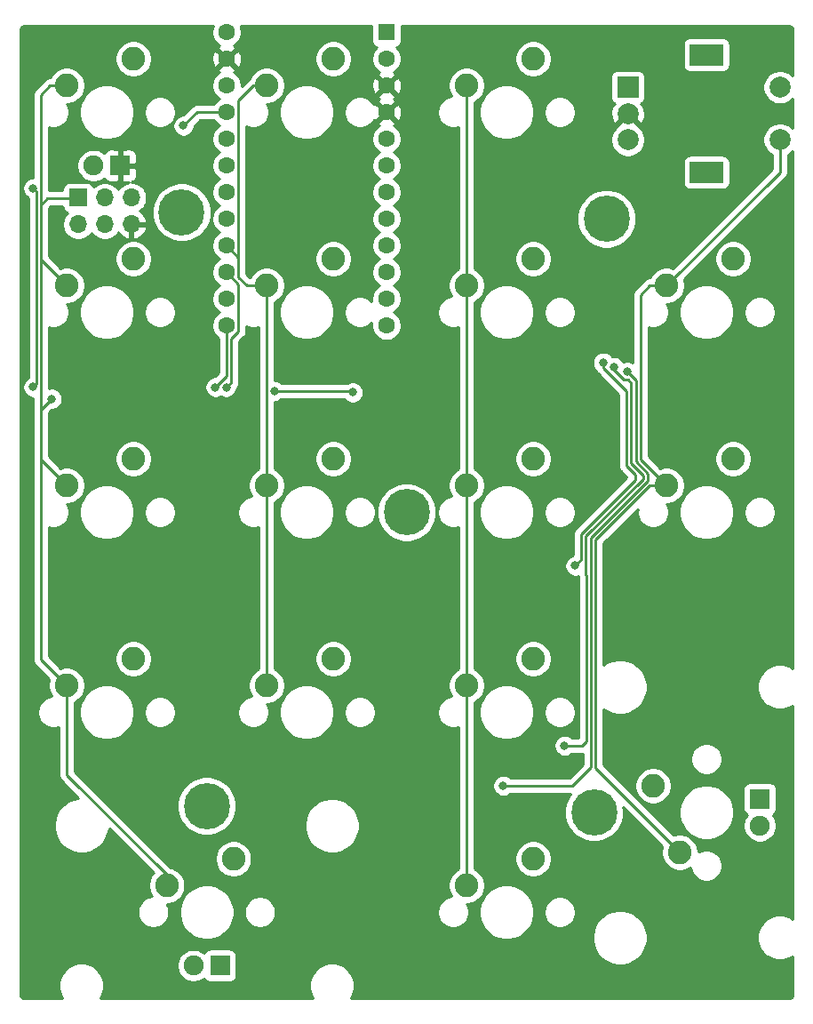
<source format=gbr>
%TF.GenerationSoftware,KiCad,Pcbnew,(5.1.7)-1*%
%TF.CreationDate,2020-12-04T00:36:09-08:00*%
%TF.ProjectId,dropout-microusb,64726f70-6f75-4742-9d6d-6963726f7573,rev?*%
%TF.SameCoordinates,Original*%
%TF.FileFunction,Copper,L1,Top*%
%TF.FilePolarity,Positive*%
%FSLAX46Y46*%
G04 Gerber Fmt 4.6, Leading zero omitted, Abs format (unit mm)*
G04 Created by KiCad (PCBNEW (5.1.7)-1) date 2020-12-04 00:36:09*
%MOMM*%
%LPD*%
G01*
G04 APERTURE LIST*
%TA.AperFunction,ComponentPad*%
%ADD10O,1.700000X1.700000*%
%TD*%
%TA.AperFunction,ComponentPad*%
%ADD11R,1.700000X1.700000*%
%TD*%
%TA.AperFunction,ComponentPad*%
%ADD12R,1.905000X1.905000*%
%TD*%
%TA.AperFunction,ComponentPad*%
%ADD13C,1.905000*%
%TD*%
%TA.AperFunction,ComponentPad*%
%ADD14C,2.250000*%
%TD*%
%TA.AperFunction,ComponentPad*%
%ADD15C,1.600000*%
%TD*%
%TA.AperFunction,ComponentPad*%
%ADD16R,1.600000X1.600000*%
%TD*%
%TA.AperFunction,ComponentPad*%
%ADD17R,2.000000X2.000000*%
%TD*%
%TA.AperFunction,ComponentPad*%
%ADD18C,2.000000*%
%TD*%
%TA.AperFunction,ComponentPad*%
%ADD19R,3.200000X2.000000*%
%TD*%
%TA.AperFunction,ComponentPad*%
%ADD20C,4.400000*%
%TD*%
%TA.AperFunction,ViaPad*%
%ADD21C,0.800000*%
%TD*%
%TA.AperFunction,Conductor*%
%ADD22C,0.250000*%
%TD*%
%TA.AperFunction,Conductor*%
%ADD23C,0.254000*%
%TD*%
%TA.AperFunction,Conductor*%
%ADD24C,0.100000*%
%TD*%
G04 APERTURE END LIST*
D10*
%TO.P,J-ISP1,6*%
%TO.N,GND*%
X104013000Y-70358000D03*
%TO.P,J-ISP1,5*%
%TO.N,RESET*%
X104013000Y-67818000D03*
%TO.P,J-ISP1,4*%
%TO.N,ROW1*%
X101473000Y-70358000D03*
%TO.P,J-ISP1,3*%
%TO.N,COL1*%
X101473000Y-67818000D03*
%TO.P,J-ISP1,2*%
%TO.N,VCC*%
X98933000Y-70358000D03*
D11*
%TO.P,J-ISP1,1*%
%TO.N,COL0*%
X98933000Y-67818000D03*
%TD*%
D12*
%TO.P,K-ENT1,4*%
%TO.N,N/C*%
X163884508Y-125080405D03*
D13*
%TO.P,K-ENT1,3*%
X163884508Y-127620405D03*
D14*
%TO.P,K-ENT1,1*%
%TO.N,COL3*%
X156264508Y-130160405D03*
%TO.P,K-ENT1,2*%
%TO.N,Net-(D18-Pad2)*%
X153724508Y-123810405D03*
%TD*%
D12*
%TO.P,K-0,4*%
%TO.N,N/C*%
X112449508Y-140955405D03*
D13*
%TO.P,K-0,3*%
X109909508Y-140955405D03*
D14*
%TO.P,K-0,1*%
%TO.N,COL0*%
X107369508Y-133335405D03*
%TO.P,K-0,2*%
%TO.N,Net-(D5-Pad2)*%
X113719508Y-130795405D03*
%TD*%
D15*
%TO.P,U1,24*%
%TO.N,N/C*%
X113084532Y-52055405D03*
%TO.P,U1,23*%
%TO.N,GND*%
X113084532Y-54595405D03*
%TO.P,U1,22*%
%TO.N,RESET*%
X113084532Y-57135405D03*
%TO.P,U1,21*%
%TO.N,VCC*%
X113084532Y-59675405D03*
%TO.P,U1,20*%
%TO.N,N/C*%
X113084532Y-62215405D03*
%TO.P,U1,19*%
X113084532Y-64755405D03*
%TO.P,U1,18*%
X113084532Y-67295405D03*
%TO.P,U1,17*%
X113084532Y-69835405D03*
%TO.P,U1,16*%
%TO.N,COL1*%
X113084532Y-72375405D03*
%TO.P,U1,15*%
%TO.N,COL0*%
X113084532Y-74915405D03*
%TO.P,U1,14*%
%TO.N,ROW1*%
X113084532Y-77455405D03*
%TO.P,U1,13*%
%TO.N,NUMLED*%
X113084532Y-79995405D03*
%TO.P,U1,12*%
%TO.N,ROW4*%
X128324532Y-79995405D03*
%TO.P,U1,11*%
%TO.N,ROW3*%
X128324532Y-77455405D03*
%TO.P,U1,10*%
%TO.N,ROW2*%
X128324532Y-74915405D03*
%TO.P,U1,9*%
%TO.N,COL2*%
X128324532Y-72375405D03*
%TO.P,U1,8*%
%TO.N,COL3*%
X128324532Y-69835405D03*
%TO.P,U1,7*%
%TO.N,ROT-B*%
X128324532Y-67295405D03*
%TO.P,U1,6*%
%TO.N,ROT-A*%
X128324532Y-64755405D03*
%TO.P,U1,5*%
%TO.N,ROW0*%
X128324532Y-62215405D03*
%TO.P,U1,4*%
%TO.N,GND*%
X128324532Y-59675405D03*
%TO.P,U1,3*%
X128324532Y-57135405D03*
%TO.P,U1,2*%
%TO.N,N/C*%
X128324532Y-54595405D03*
D16*
%TO.P,U1,1*%
X128324532Y-52055405D03*
%TD*%
D17*
%TO.P,SW1,A*%
%TO.N,ROT-A*%
X151304508Y-57294155D03*
D18*
%TO.P,SW1,C*%
%TO.N,GND*%
X151304508Y-59794155D03*
%TO.P,SW1,B*%
%TO.N,ROT-B*%
X151304508Y-62294155D03*
D19*
%TO.P,SW1,MP*%
%TO.N,N/C*%
X158804508Y-54194155D03*
X158804508Y-65394155D03*
D18*
%TO.P,SW1,S2*%
%TO.N,Net-(D15-Pad2)*%
X165804508Y-57294155D03*
%TO.P,SW1,S1*%
%TO.N,COL3*%
X165804508Y-62294155D03*
%TD*%
D14*
%TO.P,K-STAR1,2*%
%TO.N,Net-(D10-Pad2)*%
X142294508Y-54595405D03*
%TO.P,K-STAR1,1*%
%TO.N,COL2*%
X135944508Y-57135405D03*
%TD*%
%TO.P,K-PLUS1,2*%
%TO.N,Net-(D17-Pad2)*%
X161344508Y-92695405D03*
%TO.P,K-PLUS1,1*%
%TO.N,COL3*%
X154994508Y-95235405D03*
%TD*%
D12*
%TO.P,K-NUM1,4*%
%TO.N,GND*%
X102924508Y-64755405D03*
D13*
%TO.P,K-NUM1,3*%
%TO.N,Net-(K-NUM1-Pad3)*%
X100384508Y-64755405D03*
D14*
%TO.P,K-NUM1,1*%
%TO.N,COL0*%
X97844508Y-57135405D03*
%TO.P,K-NUM1,2*%
%TO.N,Net-(D1-Pad2)*%
X104194508Y-54595405D03*
%TD*%
%TO.P,K-MIN1,2*%
%TO.N,Net-(D16-Pad2)*%
X161344508Y-73645405D03*
%TO.P,K-MIN1,1*%
%TO.N,COL3*%
X154994508Y-76185405D03*
%TD*%
%TO.P,K-DEL1,2*%
%TO.N,Net-(D14-Pad2)*%
X142294508Y-130795405D03*
%TO.P,K-DEL1,1*%
%TO.N,COL2*%
X135944508Y-133335405D03*
%TD*%
%TO.P,K-/1,2*%
%TO.N,Net-(D6-Pad2)*%
X123244508Y-54595405D03*
%TO.P,K-/1,1*%
%TO.N,COL1*%
X116894508Y-57135405D03*
%TD*%
%TO.P,K-9,2*%
%TO.N,Net-(D11-Pad2)*%
X142294508Y-73645405D03*
%TO.P,K-9,1*%
%TO.N,COL2*%
X135944508Y-76185405D03*
%TD*%
%TO.P,K-8,2*%
%TO.N,Net-(D7-Pad2)*%
X123244508Y-73645405D03*
%TO.P,K-8,1*%
%TO.N,COL1*%
X116894508Y-76185405D03*
%TD*%
%TO.P,K-7,2*%
%TO.N,Net-(D2-Pad2)*%
X104194508Y-73645405D03*
%TO.P,K-7,1*%
%TO.N,COL0*%
X97844508Y-76185405D03*
%TD*%
%TO.P,K-6,2*%
%TO.N,Net-(D12-Pad2)*%
X142294508Y-92695405D03*
%TO.P,K-6,1*%
%TO.N,COL2*%
X135944508Y-95235405D03*
%TD*%
%TO.P,K-5,2*%
%TO.N,Net-(D8-Pad2)*%
X123244508Y-92695405D03*
%TO.P,K-5,1*%
%TO.N,COL1*%
X116894508Y-95235405D03*
%TD*%
%TO.P,K-4,2*%
%TO.N,Net-(D3-Pad2)*%
X104194508Y-92695405D03*
%TO.P,K-4,1*%
%TO.N,COL0*%
X97844508Y-95235405D03*
%TD*%
%TO.P,K-1,2*%
%TO.N,Net-(D4-Pad2)*%
X104194516Y-111745381D03*
%TO.P,K-1,1*%
%TO.N,COL0*%
X97844516Y-114285381D03*
%TD*%
%TO.P,K-2,2*%
%TO.N,Net-(D9-Pad2)*%
X123244508Y-111745405D03*
%TO.P,K-2,1*%
%TO.N,COL1*%
X116894508Y-114285405D03*
%TD*%
%TO.P,K-3,2*%
%TO.N,Net-(D13-Pad2)*%
X142294548Y-111745381D03*
%TO.P,K-3,1*%
%TO.N,COL2*%
X135944548Y-114285381D03*
%TD*%
D20*
%TO.P,H5,1*%
%TO.N,N/C*%
X108798272Y-69200341D03*
%TD*%
%TO.P,H4,1*%
%TO.N,N/C*%
X148088930Y-126350389D03*
%TD*%
%TO.P,H3,1*%
%TO.N,N/C*%
X130229540Y-97775365D03*
%TD*%
%TO.P,H2,1*%
%TO.N,N/C*%
X149279556Y-69826199D03*
%TD*%
%TO.P,H1,1*%
%TO.N,N/C*%
X111179524Y-125755076D03*
%TD*%
D21*
%TO.N,ROW1*%
X117619508Y-86233000D03*
X125095000Y-86360000D03*
%TO.N,ROW2*%
X148971000Y-83512833D03*
X146304000Y-102870000D03*
%TO.N,ROW3*%
X149987000Y-83962843D03*
X145288000Y-120015000D03*
%TO.N,ROW4*%
X151257000Y-84412853D03*
X139446000Y-123826946D03*
%TO.N,COL0*%
X113040079Y-85862853D03*
X96393000Y-86976999D03*
%TO.N,GND*%
X106426000Y-65532000D03*
%TO.N,NUMLED*%
X94649507Y-66929000D03*
X94649507Y-85852000D03*
X112014000Y-85862853D03*
%TO.N,VCC*%
X108966000Y-60960000D03*
%TD*%
D22*
%TO.N,ROW1*%
X124968000Y-86233000D02*
X125095000Y-86360000D01*
X117619508Y-86233000D02*
X124968000Y-86233000D01*
%TO.N,ROW2*%
X148971000Y-84019845D02*
X151174479Y-86223324D01*
X148971000Y-83512833D02*
X148971000Y-84019845D01*
X151174479Y-86223324D02*
X151174480Y-93324607D01*
X152019000Y-94169127D02*
X152019000Y-94710693D01*
X151174480Y-93324607D02*
X152019000Y-94169127D01*
X152019000Y-94710693D02*
X146869990Y-99859703D01*
X146869990Y-102304010D02*
X146304000Y-102870000D01*
X146869990Y-99859703D02*
X146869990Y-102304010D01*
%TO.N,ROW3*%
X147320000Y-103759000D02*
X147330587Y-103769587D01*
X147320000Y-100046103D02*
X147320000Y-103759000D01*
X151624489Y-93138206D02*
X152767108Y-94280825D01*
X152767108Y-94598995D02*
X147320000Y-100046103D01*
X149987000Y-84215855D02*
X150908999Y-85137854D01*
X152767108Y-94280825D02*
X152767108Y-94598995D01*
X151624489Y-85611511D02*
X151624489Y-93138206D01*
X151624489Y-85457489D02*
X151624489Y-85611511D01*
X151304854Y-85137854D02*
X151624489Y-85457489D01*
X150908999Y-85137854D02*
X151304854Y-85137854D01*
X149987000Y-83962843D02*
X149987000Y-84215855D01*
X145288000Y-120015000D02*
X146939000Y-120015000D01*
X147330587Y-119623413D02*
X147330587Y-118501587D01*
X146939000Y-120015000D02*
X147330587Y-119623413D01*
X147330587Y-118501587D02*
X147330587Y-118734413D01*
X147330587Y-103769587D02*
X147330587Y-118501587D01*
%TO.N,ROW4*%
X151257000Y-84412853D02*
X152074497Y-85230350D01*
X152074497Y-85230350D02*
X152074498Y-92951805D01*
X153217118Y-94094425D02*
X153217118Y-94785395D01*
X152074498Y-92951805D02*
X153217118Y-94094425D01*
X153217118Y-94785395D02*
X147780597Y-100221916D01*
X147780597Y-100221916D02*
X147780597Y-119681403D01*
X147780597Y-119681403D02*
X147780597Y-122094403D01*
X146048054Y-123826946D02*
X139446000Y-123826946D01*
X147780597Y-122094403D02*
X146048054Y-123826946D01*
%TO.N,COL0*%
X95374507Y-73715404D02*
X97844508Y-76185405D01*
X96253518Y-57135405D02*
X95374507Y-58014416D01*
X97844508Y-57135405D02*
X96253518Y-57135405D01*
X95374507Y-92765404D02*
X97844508Y-95235405D01*
X95374507Y-92765404D02*
X95374507Y-106227404D01*
X95374507Y-106227404D02*
X95368008Y-106233903D01*
X95368008Y-111808873D02*
X97844516Y-114285381D01*
X95368008Y-106233903D02*
X95368008Y-111808873D01*
X95374507Y-58014416D02*
X95374507Y-68177906D01*
X114209533Y-76040406D02*
X114209533Y-80535406D01*
X113084532Y-74915405D02*
X114209533Y-76040406D01*
X114209533Y-80535406D02*
X113534542Y-81210397D01*
X113534542Y-83181542D02*
X113534541Y-83433566D01*
X113534542Y-83181542D02*
X113534542Y-83514061D01*
X113534542Y-83054542D02*
X113534541Y-83433566D01*
X113534542Y-81210397D02*
X113534542Y-83054542D01*
X113534542Y-83054542D02*
X113534542Y-83181542D01*
X113534541Y-85368391D02*
X113040079Y-85862853D01*
X113534541Y-83433566D02*
X113534541Y-85368391D01*
X96393000Y-86976999D02*
X95374507Y-87995492D01*
X95374507Y-87995492D02*
X95374507Y-88389507D01*
X95374507Y-88389507D02*
X95374507Y-92765404D01*
X95374507Y-73715404D02*
X95374507Y-88389507D01*
X107369508Y-132316431D02*
X107369508Y-133335405D01*
X97844516Y-122791439D02*
X107369508Y-132316431D01*
X97844516Y-114285381D02*
X97844516Y-122791439D01*
X96011984Y-67881512D02*
X95374507Y-68518989D01*
X95374507Y-68518989D02*
X95374507Y-73715404D01*
X95374507Y-68177906D02*
X95374507Y-68518989D01*
X98869488Y-67881512D02*
X98933000Y-67818000D01*
X96011984Y-67881512D02*
X98869488Y-67881512D01*
%TO.N,COL2*%
X135944508Y-57135405D02*
X135944508Y-76185405D01*
X135944508Y-76185405D02*
X135944508Y-95235405D01*
X135944508Y-114285341D02*
X135944548Y-114285381D01*
X135944508Y-95235405D02*
X135944508Y-114285341D01*
X135944548Y-133335365D02*
X135944508Y-133335405D01*
X135944548Y-114285381D02*
X135944548Y-133335365D01*
%TO.N,COL1*%
X116894508Y-57135405D02*
X116388506Y-57135405D01*
X116836760Y-76243153D02*
X116894508Y-76185405D01*
X116894508Y-76185405D02*
X116894508Y-95235405D01*
X116894508Y-95235405D02*
X116894508Y-114285405D01*
X116894508Y-76185405D02*
X114990942Y-76185405D01*
X114209533Y-73500406D02*
X113084532Y-72375405D01*
X114209533Y-75403996D02*
X114209533Y-73500406D01*
X114990942Y-76185405D02*
X114209533Y-75403996D01*
X114209533Y-73500406D02*
X114209533Y-58583533D01*
X115657661Y-57135405D02*
X116894508Y-57135405D01*
X114209533Y-58583533D02*
X115657661Y-57135405D01*
%TO.N,COL3*%
X165804508Y-65375405D02*
X154994508Y-76185405D01*
X165804508Y-62294155D02*
X165804508Y-65375405D01*
X152524507Y-77064416D02*
X152524507Y-92765404D01*
X153403518Y-76185405D02*
X152524507Y-77064416D01*
X154994508Y-76185405D02*
X153403518Y-76185405D01*
X152524507Y-92765404D02*
X154994508Y-95235405D01*
X148230607Y-122126504D02*
X156264508Y-130160405D01*
X148230607Y-100408316D02*
X148230607Y-122126504D01*
X153403518Y-95235405D02*
X148230607Y-100408316D01*
X154994508Y-95235405D02*
X153403518Y-95235405D01*
%TO.N,NUMLED*%
X94649507Y-66929000D02*
X94924497Y-67203990D01*
X94924497Y-85577010D02*
X94649507Y-85852000D01*
X94924497Y-67203990D02*
X94924497Y-85577010D01*
X113084532Y-84792321D02*
X113084532Y-79995405D01*
X112014000Y-85862853D02*
X113084532Y-84792321D01*
%TO.N,VCC*%
X110250595Y-59675405D02*
X113084532Y-59675405D01*
X108966000Y-60960000D02*
X110250595Y-59675405D01*
%TD*%
D23*
%TO.N,GND*%
X111704679Y-51636831D02*
X111649532Y-51914070D01*
X111649532Y-52196740D01*
X111704679Y-52473979D01*
X111812852Y-52735132D01*
X111969895Y-52970164D01*
X112169773Y-53170042D01*
X112403660Y-53326320D01*
X112343018Y-53358734D01*
X112271435Y-53602703D01*
X113084532Y-54415800D01*
X113897629Y-53602703D01*
X113826046Y-53358734D01*
X113761540Y-53328211D01*
X113764259Y-53327085D01*
X113999291Y-53170042D01*
X114199169Y-52970164D01*
X114356212Y-52735132D01*
X114464385Y-52473979D01*
X114519532Y-52196740D01*
X114519532Y-51914070D01*
X114464385Y-51636831D01*
X114399688Y-51480638D01*
X126886460Y-51480638D01*
X126886460Y-52855405D01*
X126898720Y-52979887D01*
X126935030Y-53099585D01*
X126993995Y-53209899D01*
X127073347Y-53306590D01*
X127170038Y-53385942D01*
X127280352Y-53444907D01*
X127400050Y-53481217D01*
X127408493Y-53482048D01*
X127209895Y-53680646D01*
X127052852Y-53915678D01*
X126944679Y-54176831D01*
X126889532Y-54454070D01*
X126889532Y-54736740D01*
X126944679Y-55013979D01*
X127052852Y-55275132D01*
X127209895Y-55510164D01*
X127409773Y-55710042D01*
X127643660Y-55866320D01*
X127583018Y-55898734D01*
X127511435Y-56142703D01*
X128324532Y-56955800D01*
X129137629Y-56142703D01*
X129066046Y-55898734D01*
X129001540Y-55868211D01*
X129004259Y-55867085D01*
X129239291Y-55710042D01*
X129439169Y-55510164D01*
X129596212Y-55275132D01*
X129704385Y-55013979D01*
X129759532Y-54736740D01*
X129759532Y-54454070D01*
X129753165Y-54422060D01*
X140534508Y-54422060D01*
X140534508Y-54768750D01*
X140602144Y-55108778D01*
X140734816Y-55429078D01*
X140927427Y-55717340D01*
X141172573Y-55962486D01*
X141460835Y-56155097D01*
X141781135Y-56287769D01*
X142121163Y-56355405D01*
X142467853Y-56355405D01*
X142807881Y-56287769D01*
X143128181Y-56155097D01*
X143416443Y-55962486D01*
X143661589Y-55717340D01*
X143854200Y-55429078D01*
X143986872Y-55108778D01*
X144054508Y-54768750D01*
X144054508Y-54422060D01*
X143986872Y-54082032D01*
X143854200Y-53761732D01*
X143661589Y-53473470D01*
X143416443Y-53228324D01*
X143365306Y-53194155D01*
X156566436Y-53194155D01*
X156566436Y-55194155D01*
X156578696Y-55318637D01*
X156615006Y-55438335D01*
X156673971Y-55548649D01*
X156753323Y-55645340D01*
X156850014Y-55724692D01*
X156960328Y-55783657D01*
X157080026Y-55819967D01*
X157204508Y-55832227D01*
X160404508Y-55832227D01*
X160528990Y-55819967D01*
X160648688Y-55783657D01*
X160759002Y-55724692D01*
X160855693Y-55645340D01*
X160935045Y-55548649D01*
X160994010Y-55438335D01*
X161030320Y-55318637D01*
X161042580Y-55194155D01*
X161042580Y-53194155D01*
X161030320Y-53069673D01*
X160994010Y-52949975D01*
X160935045Y-52839661D01*
X160855693Y-52742970D01*
X160759002Y-52663618D01*
X160648688Y-52604653D01*
X160528990Y-52568343D01*
X160404508Y-52556083D01*
X157204508Y-52556083D01*
X157080026Y-52568343D01*
X156960328Y-52604653D01*
X156850014Y-52663618D01*
X156753323Y-52742970D01*
X156673971Y-52839661D01*
X156615006Y-52949975D01*
X156578696Y-53069673D01*
X156566436Y-53194155D01*
X143365306Y-53194155D01*
X143128181Y-53035713D01*
X142807881Y-52903041D01*
X142467853Y-52835405D01*
X142121163Y-52835405D01*
X141781135Y-52903041D01*
X141460835Y-53035713D01*
X141172573Y-53228324D01*
X140927427Y-53473470D01*
X140734816Y-53761732D01*
X140602144Y-54082032D01*
X140534508Y-54422060D01*
X129753165Y-54422060D01*
X129704385Y-54176831D01*
X129596212Y-53915678D01*
X129439169Y-53680646D01*
X129240571Y-53482048D01*
X129249014Y-53481217D01*
X129368712Y-53444907D01*
X129479026Y-53385942D01*
X129575717Y-53306590D01*
X129655069Y-53209899D01*
X129714034Y-53099585D01*
X129750344Y-52979887D01*
X129762604Y-52855405D01*
X129762604Y-51480638D01*
X166698312Y-51480638D01*
X166785046Y-51489142D01*
X166833899Y-51503892D01*
X166878958Y-51527850D01*
X166918504Y-51560104D01*
X166951033Y-51599424D01*
X166975302Y-51644308D01*
X166990394Y-51693065D01*
X166999259Y-51777402D01*
X166999259Y-56176667D01*
X166846760Y-56024168D01*
X166578971Y-55845237D01*
X166281420Y-55721987D01*
X165965541Y-55659155D01*
X165643475Y-55659155D01*
X165327596Y-55721987D01*
X165030045Y-55845237D01*
X164762256Y-56024168D01*
X164534521Y-56251903D01*
X164355590Y-56519692D01*
X164232340Y-56817243D01*
X164169508Y-57133122D01*
X164169508Y-57455188D01*
X164232340Y-57771067D01*
X164355590Y-58068618D01*
X164534521Y-58336407D01*
X164762256Y-58564142D01*
X165030045Y-58743073D01*
X165327596Y-58866323D01*
X165643475Y-58929155D01*
X165965541Y-58929155D01*
X166281420Y-58866323D01*
X166578971Y-58743073D01*
X166846760Y-58564142D01*
X166999259Y-58411643D01*
X166999259Y-61176667D01*
X166846760Y-61024168D01*
X166578971Y-60845237D01*
X166281420Y-60721987D01*
X165965541Y-60659155D01*
X165643475Y-60659155D01*
X165327596Y-60721987D01*
X165030045Y-60845237D01*
X164762256Y-61024168D01*
X164534521Y-61251903D01*
X164355590Y-61519692D01*
X164232340Y-61817243D01*
X164169508Y-62133122D01*
X164169508Y-62455188D01*
X164232340Y-62771067D01*
X164355590Y-63068618D01*
X164534521Y-63336407D01*
X164762256Y-63564142D01*
X165030045Y-63743073D01*
X165044508Y-63749064D01*
X165044509Y-65060602D01*
X155581554Y-74523557D01*
X155507881Y-74493041D01*
X155167853Y-74425405D01*
X154821163Y-74425405D01*
X154481135Y-74493041D01*
X154160835Y-74625713D01*
X153872573Y-74818324D01*
X153627427Y-75063470D01*
X153434816Y-75351732D01*
X153405732Y-75421947D01*
X153403517Y-75421729D01*
X153366194Y-75425405D01*
X153366185Y-75425405D01*
X153254532Y-75436402D01*
X153111271Y-75479859D01*
X152979242Y-75550431D01*
X152863517Y-75645404D01*
X152839719Y-75674402D01*
X152013509Y-76500613D01*
X151984506Y-76524415D01*
X151938555Y-76580407D01*
X151889533Y-76640140D01*
X151859457Y-76696408D01*
X151818961Y-76772170D01*
X151775504Y-76915431D01*
X151764507Y-77027084D01*
X151764507Y-77027094D01*
X151760831Y-77064416D01*
X151764507Y-77101738D01*
X151764507Y-83507175D01*
X151747256Y-83495648D01*
X151558898Y-83417627D01*
X151358939Y-83377853D01*
X151155061Y-83377853D01*
X150955102Y-83417627D01*
X150886476Y-83446053D01*
X150790937Y-83303069D01*
X150646774Y-83158906D01*
X150477256Y-83045638D01*
X150288898Y-82967617D01*
X150088939Y-82927843D01*
X149885061Y-82927843D01*
X149831963Y-82938405D01*
X149774937Y-82853059D01*
X149630774Y-82708896D01*
X149461256Y-82595628D01*
X149272898Y-82517607D01*
X149072939Y-82477833D01*
X148869061Y-82477833D01*
X148669102Y-82517607D01*
X148480744Y-82595628D01*
X148311226Y-82708896D01*
X148167063Y-82853059D01*
X148053795Y-83022577D01*
X147975774Y-83210935D01*
X147936000Y-83410894D01*
X147936000Y-83614772D01*
X147975774Y-83814731D01*
X148053795Y-84003089D01*
X148167063Y-84172607D01*
X148247561Y-84253105D01*
X148265454Y-84312092D01*
X148336026Y-84444121D01*
X148431000Y-84559846D01*
X148459998Y-84583644D01*
X150414479Y-86538126D01*
X150414481Y-93287275D01*
X150410804Y-93324607D01*
X150414481Y-93361939D01*
X150414481Y-93361940D01*
X150425478Y-93473593D01*
X150431003Y-93491806D01*
X150468934Y-93616853D01*
X150539506Y-93748883D01*
X150595688Y-93817340D01*
X150634480Y-93864608D01*
X150663478Y-93888406D01*
X151214981Y-94439910D01*
X146358993Y-99295899D01*
X146329989Y-99319702D01*
X146274861Y-99386877D01*
X146235016Y-99435427D01*
X146197239Y-99506102D01*
X146164444Y-99567457D01*
X146120987Y-99710718D01*
X146109990Y-99822371D01*
X146109990Y-99822381D01*
X146106314Y-99859703D01*
X146109990Y-99897026D01*
X146109991Y-101853314D01*
X146002102Y-101874774D01*
X145813744Y-101952795D01*
X145644226Y-102066063D01*
X145500063Y-102210226D01*
X145386795Y-102379744D01*
X145308774Y-102568102D01*
X145269000Y-102768061D01*
X145269000Y-102971939D01*
X145308774Y-103171898D01*
X145386795Y-103360256D01*
X145500063Y-103529774D01*
X145644226Y-103673937D01*
X145813744Y-103787205D01*
X146002102Y-103865226D01*
X146202061Y-103905000D01*
X146405939Y-103905000D01*
X146567538Y-103872856D01*
X146570587Y-103903812D01*
X146570588Y-118464245D01*
X146570587Y-118464255D01*
X146570587Y-118771746D01*
X146570588Y-118771754D01*
X146570587Y-119255000D01*
X145991711Y-119255000D01*
X145947774Y-119211063D01*
X145778256Y-119097795D01*
X145589898Y-119019774D01*
X145389939Y-118980000D01*
X145186061Y-118980000D01*
X144986102Y-119019774D01*
X144797744Y-119097795D01*
X144628226Y-119211063D01*
X144484063Y-119355226D01*
X144370795Y-119524744D01*
X144292774Y-119713102D01*
X144253000Y-119913061D01*
X144253000Y-120116939D01*
X144292774Y-120316898D01*
X144370795Y-120505256D01*
X144484063Y-120674774D01*
X144628226Y-120818937D01*
X144797744Y-120932205D01*
X144986102Y-121010226D01*
X145186061Y-121050000D01*
X145389939Y-121050000D01*
X145589898Y-121010226D01*
X145778256Y-120932205D01*
X145947774Y-120818937D01*
X145991711Y-120775000D01*
X146901678Y-120775000D01*
X146939000Y-120778676D01*
X146976322Y-120775000D01*
X146976333Y-120775000D01*
X147020597Y-120770640D01*
X147020598Y-121779600D01*
X145733253Y-123066946D01*
X140149711Y-123066946D01*
X140105774Y-123023009D01*
X139936256Y-122909741D01*
X139747898Y-122831720D01*
X139547939Y-122791946D01*
X139344061Y-122791946D01*
X139144102Y-122831720D01*
X138955744Y-122909741D01*
X138786226Y-123023009D01*
X138642063Y-123167172D01*
X138528795Y-123336690D01*
X138450774Y-123525048D01*
X138411000Y-123725007D01*
X138411000Y-123928885D01*
X138450774Y-124128844D01*
X138528795Y-124317202D01*
X138642063Y-124486720D01*
X138786226Y-124630883D01*
X138955744Y-124744151D01*
X139144102Y-124822172D01*
X139344061Y-124861946D01*
X139547939Y-124861946D01*
X139747898Y-124822172D01*
X139936256Y-124744151D01*
X140105774Y-124630883D01*
X140149711Y-124586946D01*
X145857600Y-124586946D01*
X145576586Y-125007513D01*
X145362878Y-125523450D01*
X145253930Y-126071166D01*
X145253930Y-126629612D01*
X145362878Y-127177328D01*
X145576586Y-127693265D01*
X145886842Y-128157596D01*
X146281723Y-128552477D01*
X146746054Y-128862733D01*
X147261991Y-129076441D01*
X147809707Y-129185389D01*
X148368153Y-129185389D01*
X148915869Y-129076441D01*
X149431806Y-128862733D01*
X149896137Y-128552477D01*
X150291018Y-128157596D01*
X150601274Y-127693265D01*
X150814982Y-127177328D01*
X150923930Y-126629612D01*
X150923930Y-126071166D01*
X150880095Y-125850793D01*
X154602660Y-129573359D01*
X154572144Y-129647032D01*
X154504508Y-129987060D01*
X154504508Y-130333750D01*
X154572144Y-130673778D01*
X154704816Y-130994078D01*
X154897427Y-131282340D01*
X155142573Y-131527486D01*
X155430835Y-131720097D01*
X155751135Y-131852769D01*
X156091163Y-131920405D01*
X156437853Y-131920405D01*
X156777881Y-131852769D01*
X157098181Y-131720097D01*
X157296227Y-131587767D01*
X157352537Y-131870856D01*
X157466364Y-132145658D01*
X157631615Y-132392974D01*
X157841939Y-132603298D01*
X158089255Y-132768549D01*
X158364057Y-132882376D01*
X158655786Y-132940405D01*
X158953230Y-132940405D01*
X159244959Y-132882376D01*
X159519761Y-132768549D01*
X159767077Y-132603298D01*
X159977401Y-132392974D01*
X160142652Y-132145658D01*
X160256479Y-131870856D01*
X160314508Y-131579127D01*
X160314508Y-131281683D01*
X160256479Y-130989954D01*
X160142652Y-130715152D01*
X159977401Y-130467836D01*
X159767077Y-130257512D01*
X159519761Y-130092261D01*
X159244959Y-129978434D01*
X158953230Y-129920405D01*
X158655786Y-129920405D01*
X158364057Y-129978434D01*
X158089255Y-130092261D01*
X158024508Y-130135523D01*
X158024508Y-129987060D01*
X157956872Y-129647032D01*
X157824200Y-129326732D01*
X157631589Y-129038470D01*
X157386443Y-128793324D01*
X157098181Y-128600713D01*
X156777881Y-128468041D01*
X156437853Y-128400405D01*
X156091163Y-128400405D01*
X155751135Y-128468041D01*
X155677462Y-128498557D01*
X153270386Y-126091481D01*
X156175608Y-126091481D01*
X156175608Y-126609329D01*
X156276635Y-127117227D01*
X156474807Y-127595656D01*
X156762508Y-128026231D01*
X157128682Y-128392405D01*
X157559257Y-128680106D01*
X158037686Y-128878278D01*
X158545584Y-128979305D01*
X159063432Y-128979305D01*
X159571330Y-128878278D01*
X160049759Y-128680106D01*
X160480334Y-128392405D01*
X160846508Y-128026231D01*
X161134209Y-127595656D01*
X161332381Y-127117227D01*
X161433408Y-126609329D01*
X161433408Y-126091481D01*
X161332381Y-125583583D01*
X161134209Y-125105154D01*
X160846508Y-124674579D01*
X160480334Y-124308405D01*
X160210197Y-124127905D01*
X162293936Y-124127905D01*
X162293936Y-126032905D01*
X162306196Y-126157387D01*
X162342506Y-126277085D01*
X162401471Y-126387399D01*
X162480823Y-126484090D01*
X162577514Y-126563442D01*
X162654993Y-126604856D01*
X162651416Y-126608433D01*
X162477684Y-126868442D01*
X162358015Y-127157348D01*
X162297008Y-127464050D01*
X162297008Y-127776760D01*
X162358015Y-128083462D01*
X162477684Y-128372368D01*
X162651416Y-128632377D01*
X162872536Y-128853497D01*
X163132545Y-129027229D01*
X163421451Y-129146898D01*
X163728153Y-129207905D01*
X164040863Y-129207905D01*
X164347565Y-129146898D01*
X164636471Y-129027229D01*
X164896480Y-128853497D01*
X165117600Y-128632377D01*
X165291332Y-128372368D01*
X165411001Y-128083462D01*
X165472008Y-127776760D01*
X165472008Y-127464050D01*
X165411001Y-127157348D01*
X165291332Y-126868442D01*
X165117600Y-126608433D01*
X165114023Y-126604856D01*
X165191502Y-126563442D01*
X165288193Y-126484090D01*
X165367545Y-126387399D01*
X165426510Y-126277085D01*
X165462820Y-126157387D01*
X165475080Y-126032905D01*
X165475080Y-124127905D01*
X165462820Y-124003423D01*
X165426510Y-123883725D01*
X165367545Y-123773411D01*
X165288193Y-123676720D01*
X165191502Y-123597368D01*
X165081188Y-123538403D01*
X164961490Y-123502093D01*
X164837008Y-123489833D01*
X162932008Y-123489833D01*
X162807526Y-123502093D01*
X162687828Y-123538403D01*
X162577514Y-123597368D01*
X162480823Y-123676720D01*
X162401471Y-123773411D01*
X162342506Y-123883725D01*
X162306196Y-124003423D01*
X162293936Y-124127905D01*
X160210197Y-124127905D01*
X160049759Y-124020704D01*
X159571330Y-123822532D01*
X159063432Y-123721505D01*
X158545584Y-123721505D01*
X158037686Y-123822532D01*
X157559257Y-124020704D01*
X157128682Y-124308405D01*
X156762508Y-124674579D01*
X156474807Y-125105154D01*
X156276635Y-125583583D01*
X156175608Y-126091481D01*
X153270386Y-126091481D01*
X150815965Y-123637060D01*
X151964508Y-123637060D01*
X151964508Y-123983750D01*
X152032144Y-124323778D01*
X152164816Y-124644078D01*
X152357427Y-124932340D01*
X152602573Y-125177486D01*
X152890835Y-125370097D01*
X153211135Y-125502769D01*
X153551163Y-125570405D01*
X153897853Y-125570405D01*
X154237881Y-125502769D01*
X154558181Y-125370097D01*
X154846443Y-125177486D01*
X155091589Y-124932340D01*
X155284200Y-124644078D01*
X155416872Y-124323778D01*
X155484508Y-123983750D01*
X155484508Y-123637060D01*
X155416872Y-123297032D01*
X155284200Y-122976732D01*
X155091589Y-122688470D01*
X154846443Y-122443324D01*
X154558181Y-122250713D01*
X154237881Y-122118041D01*
X153897853Y-122050405D01*
X153551163Y-122050405D01*
X153211135Y-122118041D01*
X152890835Y-122250713D01*
X152602573Y-122443324D01*
X152357427Y-122688470D01*
X152164816Y-122976732D01*
X152032144Y-123297032D01*
X151964508Y-123637060D01*
X150815965Y-123637060D01*
X148990607Y-121811703D01*
X148990607Y-121121683D01*
X157294508Y-121121683D01*
X157294508Y-121419127D01*
X157352537Y-121710856D01*
X157466364Y-121985658D01*
X157631615Y-122232974D01*
X157841939Y-122443298D01*
X158089255Y-122608549D01*
X158364057Y-122722376D01*
X158655786Y-122780405D01*
X158953230Y-122780405D01*
X159244959Y-122722376D01*
X159519761Y-122608549D01*
X159767077Y-122443298D01*
X159977401Y-122232974D01*
X160142652Y-121985658D01*
X160256479Y-121710856D01*
X160314508Y-121419127D01*
X160314508Y-121121683D01*
X160256479Y-120829954D01*
X160142652Y-120555152D01*
X159977401Y-120307836D01*
X159767077Y-120097512D01*
X159519761Y-119932261D01*
X159244959Y-119818434D01*
X158953230Y-119760405D01*
X158655786Y-119760405D01*
X158364057Y-119818434D01*
X158089255Y-119932261D01*
X157841939Y-120097512D01*
X157631615Y-120307836D01*
X157466364Y-120555152D01*
X157352537Y-120829954D01*
X157294508Y-121121683D01*
X148990607Y-121121683D01*
X148990607Y-116532532D01*
X149304257Y-116742106D01*
X149782686Y-116940278D01*
X150290584Y-117041305D01*
X150808432Y-117041305D01*
X151316330Y-116940278D01*
X151794759Y-116742106D01*
X152225334Y-116454405D01*
X152591508Y-116088231D01*
X152879209Y-115657656D01*
X153077381Y-115179227D01*
X153178408Y-114671329D01*
X153178408Y-114153481D01*
X153077381Y-113645583D01*
X152879209Y-113167154D01*
X152591508Y-112736579D01*
X152225334Y-112370405D01*
X151794759Y-112082704D01*
X151316330Y-111884532D01*
X150808432Y-111783505D01*
X150290584Y-111783505D01*
X149782686Y-111884532D01*
X149304257Y-112082704D01*
X148990607Y-112292278D01*
X148990607Y-100723117D01*
X152246159Y-97467566D01*
X152214508Y-97626683D01*
X152214508Y-97924127D01*
X152272537Y-98215856D01*
X152386364Y-98490658D01*
X152551615Y-98737974D01*
X152761939Y-98948298D01*
X153009255Y-99113549D01*
X153284057Y-99227376D01*
X153575786Y-99285405D01*
X153873230Y-99285405D01*
X154164959Y-99227376D01*
X154439761Y-99113549D01*
X154687077Y-98948298D01*
X154897401Y-98737974D01*
X155062652Y-98490658D01*
X155176479Y-98215856D01*
X155234508Y-97924127D01*
X155234508Y-97626683D01*
X155212588Y-97516481D01*
X156175608Y-97516481D01*
X156175608Y-98034329D01*
X156276635Y-98542227D01*
X156474807Y-99020656D01*
X156762508Y-99451231D01*
X157128682Y-99817405D01*
X157559257Y-100105106D01*
X158037686Y-100303278D01*
X158545584Y-100404305D01*
X159063432Y-100404305D01*
X159571330Y-100303278D01*
X160049759Y-100105106D01*
X160480334Y-99817405D01*
X160846508Y-99451231D01*
X161134209Y-99020656D01*
X161332381Y-98542227D01*
X161433408Y-98034329D01*
X161433408Y-97626683D01*
X162374508Y-97626683D01*
X162374508Y-97924127D01*
X162432537Y-98215856D01*
X162546364Y-98490658D01*
X162711615Y-98737974D01*
X162921939Y-98948298D01*
X163169255Y-99113549D01*
X163444057Y-99227376D01*
X163735786Y-99285405D01*
X164033230Y-99285405D01*
X164324959Y-99227376D01*
X164599761Y-99113549D01*
X164847077Y-98948298D01*
X165057401Y-98737974D01*
X165222652Y-98490658D01*
X165336479Y-98215856D01*
X165394508Y-97924127D01*
X165394508Y-97626683D01*
X165336479Y-97334954D01*
X165222652Y-97060152D01*
X165057401Y-96812836D01*
X164847077Y-96602512D01*
X164599761Y-96437261D01*
X164324959Y-96323434D01*
X164033230Y-96265405D01*
X163735786Y-96265405D01*
X163444057Y-96323434D01*
X163169255Y-96437261D01*
X162921939Y-96602512D01*
X162711615Y-96812836D01*
X162546364Y-97060152D01*
X162432537Y-97334954D01*
X162374508Y-97626683D01*
X161433408Y-97626683D01*
X161433408Y-97516481D01*
X161332381Y-97008583D01*
X161134209Y-96530154D01*
X160846508Y-96099579D01*
X160480334Y-95733405D01*
X160049759Y-95445704D01*
X159571330Y-95247532D01*
X159063432Y-95146505D01*
X158545584Y-95146505D01*
X158037686Y-95247532D01*
X157559257Y-95445704D01*
X157128682Y-95733405D01*
X156762508Y-96099579D01*
X156474807Y-96530154D01*
X156276635Y-97008583D01*
X156175608Y-97516481D01*
X155212588Y-97516481D01*
X155176479Y-97334954D01*
X155062652Y-97060152D01*
X155019390Y-96995405D01*
X155167853Y-96995405D01*
X155507881Y-96927769D01*
X155828181Y-96795097D01*
X156116443Y-96602486D01*
X156361589Y-96357340D01*
X156554200Y-96069078D01*
X156686872Y-95748778D01*
X156754508Y-95408750D01*
X156754508Y-95062060D01*
X156686872Y-94722032D01*
X156554200Y-94401732D01*
X156361589Y-94113470D01*
X156116443Y-93868324D01*
X155828181Y-93675713D01*
X155507881Y-93543041D01*
X155167853Y-93475405D01*
X154821163Y-93475405D01*
X154481135Y-93543041D01*
X154407462Y-93573557D01*
X153355965Y-92522060D01*
X159584508Y-92522060D01*
X159584508Y-92868750D01*
X159652144Y-93208778D01*
X159784816Y-93529078D01*
X159977427Y-93817340D01*
X160222573Y-94062486D01*
X160510835Y-94255097D01*
X160831135Y-94387769D01*
X161171163Y-94455405D01*
X161517853Y-94455405D01*
X161857881Y-94387769D01*
X162178181Y-94255097D01*
X162466443Y-94062486D01*
X162711589Y-93817340D01*
X162904200Y-93529078D01*
X163036872Y-93208778D01*
X163104508Y-92868750D01*
X163104508Y-92522060D01*
X163036872Y-92182032D01*
X162904200Y-91861732D01*
X162711589Y-91573470D01*
X162466443Y-91328324D01*
X162178181Y-91135713D01*
X161857881Y-91003041D01*
X161517853Y-90935405D01*
X161171163Y-90935405D01*
X160831135Y-91003041D01*
X160510835Y-91135713D01*
X160222573Y-91328324D01*
X159977427Y-91573470D01*
X159784816Y-91861732D01*
X159652144Y-92182032D01*
X159584508Y-92522060D01*
X153355965Y-92522060D01*
X153284507Y-92450603D01*
X153284507Y-80177466D01*
X153575786Y-80235405D01*
X153873230Y-80235405D01*
X154164959Y-80177376D01*
X154439761Y-80063549D01*
X154687077Y-79898298D01*
X154897401Y-79687974D01*
X155062652Y-79440658D01*
X155176479Y-79165856D01*
X155234508Y-78874127D01*
X155234508Y-78576683D01*
X155212588Y-78466481D01*
X156175608Y-78466481D01*
X156175608Y-78984329D01*
X156276635Y-79492227D01*
X156474807Y-79970656D01*
X156762508Y-80401231D01*
X157128682Y-80767405D01*
X157559257Y-81055106D01*
X158037686Y-81253278D01*
X158545584Y-81354305D01*
X159063432Y-81354305D01*
X159571330Y-81253278D01*
X160049759Y-81055106D01*
X160480334Y-80767405D01*
X160846508Y-80401231D01*
X161134209Y-79970656D01*
X161332381Y-79492227D01*
X161433408Y-78984329D01*
X161433408Y-78576683D01*
X162374508Y-78576683D01*
X162374508Y-78874127D01*
X162432537Y-79165856D01*
X162546364Y-79440658D01*
X162711615Y-79687974D01*
X162921939Y-79898298D01*
X163169255Y-80063549D01*
X163444057Y-80177376D01*
X163735786Y-80235405D01*
X164033230Y-80235405D01*
X164324959Y-80177376D01*
X164599761Y-80063549D01*
X164847077Y-79898298D01*
X165057401Y-79687974D01*
X165222652Y-79440658D01*
X165336479Y-79165856D01*
X165394508Y-78874127D01*
X165394508Y-78576683D01*
X165336479Y-78284954D01*
X165222652Y-78010152D01*
X165057401Y-77762836D01*
X164847077Y-77552512D01*
X164599761Y-77387261D01*
X164324959Y-77273434D01*
X164033230Y-77215405D01*
X163735786Y-77215405D01*
X163444057Y-77273434D01*
X163169255Y-77387261D01*
X162921939Y-77552512D01*
X162711615Y-77762836D01*
X162546364Y-78010152D01*
X162432537Y-78284954D01*
X162374508Y-78576683D01*
X161433408Y-78576683D01*
X161433408Y-78466481D01*
X161332381Y-77958583D01*
X161134209Y-77480154D01*
X160846508Y-77049579D01*
X160480334Y-76683405D01*
X160049759Y-76395704D01*
X159571330Y-76197532D01*
X159063432Y-76096505D01*
X158545584Y-76096505D01*
X158037686Y-76197532D01*
X157559257Y-76395704D01*
X157128682Y-76683405D01*
X156762508Y-77049579D01*
X156474807Y-77480154D01*
X156276635Y-77958583D01*
X156175608Y-78466481D01*
X155212588Y-78466481D01*
X155176479Y-78284954D01*
X155062652Y-78010152D01*
X155019390Y-77945405D01*
X155167853Y-77945405D01*
X155507881Y-77877769D01*
X155828181Y-77745097D01*
X156116443Y-77552486D01*
X156361589Y-77307340D01*
X156554200Y-77019078D01*
X156686872Y-76698778D01*
X156754508Y-76358750D01*
X156754508Y-76012060D01*
X156686872Y-75672032D01*
X156656356Y-75598359D01*
X158782655Y-73472060D01*
X159584508Y-73472060D01*
X159584508Y-73818750D01*
X159652144Y-74158778D01*
X159784816Y-74479078D01*
X159977427Y-74767340D01*
X160222573Y-75012486D01*
X160510835Y-75205097D01*
X160831135Y-75337769D01*
X161171163Y-75405405D01*
X161517853Y-75405405D01*
X161857881Y-75337769D01*
X162178181Y-75205097D01*
X162466443Y-75012486D01*
X162711589Y-74767340D01*
X162904200Y-74479078D01*
X163036872Y-74158778D01*
X163104508Y-73818750D01*
X163104508Y-73472060D01*
X163036872Y-73132032D01*
X162904200Y-72811732D01*
X162711589Y-72523470D01*
X162466443Y-72278324D01*
X162178181Y-72085713D01*
X161857881Y-71953041D01*
X161517853Y-71885405D01*
X161171163Y-71885405D01*
X160831135Y-71953041D01*
X160510835Y-72085713D01*
X160222573Y-72278324D01*
X159977427Y-72523470D01*
X159784816Y-72811732D01*
X159652144Y-73132032D01*
X159584508Y-73472060D01*
X158782655Y-73472060D01*
X166315511Y-65939204D01*
X166344509Y-65915406D01*
X166439482Y-65799681D01*
X166510054Y-65667652D01*
X166553511Y-65524391D01*
X166564508Y-65412738D01*
X166568185Y-65375405D01*
X166564508Y-65338072D01*
X166564508Y-63749064D01*
X166578971Y-63743073D01*
X166846760Y-63564142D01*
X166999259Y-63411643D01*
X166999260Y-112624129D01*
X166812178Y-112499124D01*
X166419265Y-112336375D01*
X166002151Y-112253405D01*
X165576865Y-112253405D01*
X165159751Y-112336375D01*
X164766838Y-112499124D01*
X164413226Y-112735401D01*
X164112504Y-113036123D01*
X163876227Y-113389735D01*
X163713478Y-113782648D01*
X163630508Y-114199762D01*
X163630508Y-114625048D01*
X163713478Y-115042162D01*
X163876227Y-115435075D01*
X164112504Y-115788687D01*
X164413226Y-116089409D01*
X164766838Y-116325686D01*
X165159751Y-116488435D01*
X165576865Y-116571405D01*
X166002151Y-116571405D01*
X166419265Y-116488435D01*
X166812178Y-116325686D01*
X166999260Y-116200681D01*
X166999260Y-136500129D01*
X166812178Y-136375124D01*
X166419265Y-136212375D01*
X166002151Y-136129405D01*
X165576865Y-136129405D01*
X165159751Y-136212375D01*
X164766838Y-136375124D01*
X164413226Y-136611401D01*
X164112504Y-136912123D01*
X163876227Y-137265735D01*
X163713478Y-137658648D01*
X163630508Y-138075762D01*
X163630508Y-138501048D01*
X163713478Y-138918162D01*
X163876227Y-139311075D01*
X164112504Y-139664687D01*
X164413226Y-139965409D01*
X164766838Y-140201686D01*
X165159751Y-140364435D01*
X165576865Y-140447405D01*
X166002151Y-140447405D01*
X166419265Y-140364435D01*
X166812178Y-140201686D01*
X166999260Y-140076681D01*
X166999260Y-143769135D01*
X166990755Y-143855878D01*
X166976005Y-143904732D01*
X166952047Y-143949791D01*
X166919793Y-143989338D01*
X166880474Y-144021865D01*
X166835588Y-144046135D01*
X166786832Y-144061227D01*
X166702494Y-144070092D01*
X124905828Y-144070092D01*
X125030789Y-143883075D01*
X125193538Y-143490162D01*
X125276508Y-143073048D01*
X125276508Y-142647762D01*
X125193538Y-142230648D01*
X125030789Y-141837735D01*
X124794512Y-141484123D01*
X124493790Y-141183401D01*
X124140178Y-140947124D01*
X123747265Y-140784375D01*
X123330151Y-140701405D01*
X122904865Y-140701405D01*
X122487751Y-140784375D01*
X122094838Y-140947124D01*
X121741226Y-141183401D01*
X121440504Y-141484123D01*
X121204227Y-141837735D01*
X121041478Y-142230648D01*
X120958508Y-142647762D01*
X120958508Y-143073048D01*
X121041478Y-143490162D01*
X121204227Y-143883075D01*
X121329188Y-144070092D01*
X101029828Y-144070092D01*
X101154789Y-143883075D01*
X101317538Y-143490162D01*
X101400508Y-143073048D01*
X101400508Y-142647762D01*
X101317538Y-142230648D01*
X101154789Y-141837735D01*
X100918512Y-141484123D01*
X100617790Y-141183401D01*
X100264178Y-140947124D01*
X99906694Y-140799050D01*
X108322008Y-140799050D01*
X108322008Y-141111760D01*
X108383015Y-141418462D01*
X108502684Y-141707368D01*
X108676416Y-141967377D01*
X108897536Y-142188497D01*
X109157545Y-142362229D01*
X109446451Y-142481898D01*
X109753153Y-142542905D01*
X110065863Y-142542905D01*
X110372565Y-142481898D01*
X110661471Y-142362229D01*
X110921480Y-142188497D01*
X110925057Y-142184920D01*
X110966471Y-142262399D01*
X111045823Y-142359090D01*
X111142514Y-142438442D01*
X111252828Y-142497407D01*
X111372526Y-142533717D01*
X111497008Y-142545977D01*
X113402008Y-142545977D01*
X113526490Y-142533717D01*
X113646188Y-142497407D01*
X113756502Y-142438442D01*
X113853193Y-142359090D01*
X113932545Y-142262399D01*
X113991510Y-142152085D01*
X114027820Y-142032387D01*
X114040080Y-141907905D01*
X114040080Y-140002905D01*
X114027820Y-139878423D01*
X113991510Y-139758725D01*
X113932545Y-139648411D01*
X113853193Y-139551720D01*
X113756502Y-139472368D01*
X113646188Y-139413403D01*
X113526490Y-139377093D01*
X113402008Y-139364833D01*
X111497008Y-139364833D01*
X111372526Y-139377093D01*
X111252828Y-139413403D01*
X111142514Y-139472368D01*
X111045823Y-139551720D01*
X110966471Y-139648411D01*
X110925057Y-139725890D01*
X110921480Y-139722313D01*
X110661471Y-139548581D01*
X110372565Y-139428912D01*
X110065863Y-139367905D01*
X109753153Y-139367905D01*
X109446451Y-139428912D01*
X109157545Y-139548581D01*
X108897536Y-139722313D01*
X108676416Y-139943433D01*
X108502684Y-140203442D01*
X108383015Y-140492348D01*
X108322008Y-140799050D01*
X99906694Y-140799050D01*
X99871265Y-140784375D01*
X99454151Y-140701405D01*
X99028865Y-140701405D01*
X98611751Y-140784375D01*
X98218838Y-140947124D01*
X97865226Y-141183401D01*
X97564504Y-141484123D01*
X97328227Y-141837735D01*
X97165478Y-142230648D01*
X97082508Y-142647762D01*
X97082508Y-143073048D01*
X97165478Y-143490162D01*
X97328227Y-143883075D01*
X97453188Y-144070092D01*
X93760768Y-144070092D01*
X93674035Y-144061588D01*
X93625181Y-144046838D01*
X93580122Y-144022880D01*
X93540575Y-143990626D01*
X93508048Y-143951307D01*
X93483778Y-143906421D01*
X93468686Y-143857665D01*
X93459821Y-143773327D01*
X93459821Y-66827061D01*
X93614507Y-66827061D01*
X93614507Y-67030939D01*
X93654281Y-67230898D01*
X93732302Y-67419256D01*
X93845570Y-67588774D01*
X93989733Y-67732937D01*
X94159251Y-67846205D01*
X94164497Y-67848378D01*
X94164498Y-84932622D01*
X94159251Y-84934795D01*
X93989733Y-85048063D01*
X93845570Y-85192226D01*
X93732302Y-85361744D01*
X93654281Y-85550102D01*
X93614507Y-85750061D01*
X93614507Y-85953939D01*
X93654281Y-86153898D01*
X93732302Y-86342256D01*
X93845570Y-86511774D01*
X93989733Y-86655937D01*
X94159251Y-86769205D01*
X94347609Y-86847226D01*
X94547568Y-86887000D01*
X94614508Y-86887000D01*
X94614508Y-87958150D01*
X94614507Y-87958160D01*
X94614507Y-87958170D01*
X94610831Y-87995492D01*
X94614507Y-88032814D01*
X94614507Y-88352175D01*
X94614508Y-92728062D01*
X94614507Y-92728072D01*
X94614507Y-92728082D01*
X94610831Y-92765404D01*
X94614507Y-92802726D01*
X94614508Y-106130576D01*
X94608008Y-106196571D01*
X94608008Y-106196581D01*
X94604332Y-106233903D01*
X94608008Y-106271226D01*
X94608009Y-111771541D01*
X94604332Y-111808873D01*
X94619006Y-111957858D01*
X94662462Y-112101119D01*
X94733034Y-112233149D01*
X94804209Y-112319875D01*
X94828008Y-112348874D01*
X94857006Y-112372672D01*
X96182668Y-113698335D01*
X96152152Y-113772008D01*
X96084516Y-114112036D01*
X96084516Y-114458726D01*
X96152152Y-114798754D01*
X96284824Y-115119054D01*
X96417154Y-115317100D01*
X96134065Y-115373410D01*
X95859263Y-115487237D01*
X95611947Y-115652488D01*
X95401623Y-115862812D01*
X95236372Y-116110128D01*
X95122545Y-116384930D01*
X95064516Y-116676659D01*
X95064516Y-116974103D01*
X95122545Y-117265832D01*
X95236372Y-117540634D01*
X95401623Y-117787950D01*
X95611947Y-117998274D01*
X95859263Y-118163525D01*
X96134065Y-118277352D01*
X96425794Y-118335381D01*
X96723238Y-118335381D01*
X97014967Y-118277352D01*
X97084516Y-118248544D01*
X97084517Y-122754107D01*
X97080840Y-122791439D01*
X97095514Y-122940424D01*
X97138970Y-123083685D01*
X97209542Y-123215715D01*
X97231715Y-123242732D01*
X97304516Y-123331440D01*
X97333514Y-123355238D01*
X98971905Y-124993629D01*
X98474686Y-125092532D01*
X97996257Y-125290704D01*
X97565682Y-125578405D01*
X97199508Y-125944579D01*
X96911807Y-126375154D01*
X96713635Y-126853583D01*
X96612608Y-127361481D01*
X96612608Y-127879329D01*
X96713635Y-128387227D01*
X96911807Y-128865656D01*
X97199508Y-129296231D01*
X97565682Y-129662405D01*
X97996257Y-129950106D01*
X98474686Y-130148278D01*
X98982584Y-130249305D01*
X99500432Y-130249305D01*
X100008330Y-130148278D01*
X100486759Y-129950106D01*
X100917334Y-129662405D01*
X101283508Y-129296231D01*
X101571209Y-128865656D01*
X101769381Y-128387227D01*
X101868284Y-127890008D01*
X106097086Y-132118811D01*
X106002427Y-132213470D01*
X105809816Y-132501732D01*
X105677144Y-132822032D01*
X105609508Y-133162060D01*
X105609508Y-133508750D01*
X105677144Y-133848778D01*
X105809816Y-134169078D01*
X105942146Y-134367124D01*
X105659057Y-134423434D01*
X105384255Y-134537261D01*
X105136939Y-134702512D01*
X104926615Y-134912836D01*
X104761364Y-135160152D01*
X104647537Y-135434954D01*
X104589508Y-135726683D01*
X104589508Y-136024127D01*
X104647537Y-136315856D01*
X104761364Y-136590658D01*
X104926615Y-136837974D01*
X105136939Y-137048298D01*
X105384255Y-137213549D01*
X105659057Y-137327376D01*
X105950786Y-137385405D01*
X106248230Y-137385405D01*
X106539959Y-137327376D01*
X106814761Y-137213549D01*
X107062077Y-137048298D01*
X107272401Y-136837974D01*
X107437652Y-136590658D01*
X107551479Y-136315856D01*
X107609508Y-136024127D01*
X107609508Y-135726683D01*
X107587588Y-135616481D01*
X108550608Y-135616481D01*
X108550608Y-136134329D01*
X108651635Y-136642227D01*
X108849807Y-137120656D01*
X109137508Y-137551231D01*
X109503682Y-137917405D01*
X109934257Y-138205106D01*
X110412686Y-138403278D01*
X110920584Y-138504305D01*
X111438432Y-138504305D01*
X111946330Y-138403278D01*
X112424759Y-138205106D01*
X112855334Y-137917405D01*
X113221508Y-137551231D01*
X113509209Y-137120656D01*
X113707381Y-136642227D01*
X113808408Y-136134329D01*
X113808408Y-135726683D01*
X114749508Y-135726683D01*
X114749508Y-136024127D01*
X114807537Y-136315856D01*
X114921364Y-136590658D01*
X115086615Y-136837974D01*
X115296939Y-137048298D01*
X115544255Y-137213549D01*
X115819057Y-137327376D01*
X116110786Y-137385405D01*
X116408230Y-137385405D01*
X116699959Y-137327376D01*
X116974761Y-137213549D01*
X117222077Y-137048298D01*
X117432401Y-136837974D01*
X117597652Y-136590658D01*
X117711479Y-136315856D01*
X117769508Y-136024127D01*
X117769508Y-135726683D01*
X117711479Y-135434954D01*
X117597652Y-135160152D01*
X117432401Y-134912836D01*
X117222077Y-134702512D01*
X116974761Y-134537261D01*
X116699959Y-134423434D01*
X116408230Y-134365405D01*
X116110786Y-134365405D01*
X115819057Y-134423434D01*
X115544255Y-134537261D01*
X115296939Y-134702512D01*
X115086615Y-134912836D01*
X114921364Y-135160152D01*
X114807537Y-135434954D01*
X114749508Y-135726683D01*
X113808408Y-135726683D01*
X113808408Y-135616481D01*
X113707381Y-135108583D01*
X113509209Y-134630154D01*
X113221508Y-134199579D01*
X112855334Y-133833405D01*
X112424759Y-133545704D01*
X111946330Y-133347532D01*
X111438432Y-133246505D01*
X110920584Y-133246505D01*
X110412686Y-133347532D01*
X109934257Y-133545704D01*
X109503682Y-133833405D01*
X109137508Y-134199579D01*
X108849807Y-134630154D01*
X108651635Y-135108583D01*
X108550608Y-135616481D01*
X107587588Y-135616481D01*
X107551479Y-135434954D01*
X107437652Y-135160152D01*
X107394390Y-135095405D01*
X107542853Y-135095405D01*
X107882881Y-135027769D01*
X108203181Y-134895097D01*
X108491443Y-134702486D01*
X108736589Y-134457340D01*
X108929200Y-134169078D01*
X109061872Y-133848778D01*
X109129508Y-133508750D01*
X109129508Y-133162060D01*
X109061872Y-132822032D01*
X108929200Y-132501732D01*
X108736589Y-132213470D01*
X108491443Y-131968324D01*
X108203181Y-131775713D01*
X107882881Y-131643041D01*
X107743120Y-131615241D01*
X106749939Y-130622060D01*
X111959508Y-130622060D01*
X111959508Y-130968750D01*
X112027144Y-131308778D01*
X112159816Y-131629078D01*
X112352427Y-131917340D01*
X112597573Y-132162486D01*
X112885835Y-132355097D01*
X113206135Y-132487769D01*
X113546163Y-132555405D01*
X113892853Y-132555405D01*
X114232881Y-132487769D01*
X114553181Y-132355097D01*
X114841443Y-132162486D01*
X115086589Y-131917340D01*
X115279200Y-131629078D01*
X115411872Y-131308778D01*
X115479508Y-130968750D01*
X115479508Y-130622060D01*
X115411872Y-130282032D01*
X115279200Y-129961732D01*
X115086589Y-129673470D01*
X114841443Y-129428324D01*
X114553181Y-129235713D01*
X114232881Y-129103041D01*
X113892853Y-129035405D01*
X113546163Y-129035405D01*
X113206135Y-129103041D01*
X112885835Y-129235713D01*
X112597573Y-129428324D01*
X112352427Y-129673470D01*
X112159816Y-129961732D01*
X112027144Y-130282032D01*
X111959508Y-130622060D01*
X106749939Y-130622060D01*
X101603732Y-125475853D01*
X108344524Y-125475853D01*
X108344524Y-126034299D01*
X108453472Y-126582015D01*
X108667180Y-127097952D01*
X108977436Y-127562283D01*
X109372317Y-127957164D01*
X109836648Y-128267420D01*
X110352585Y-128481128D01*
X110900301Y-128590076D01*
X111458747Y-128590076D01*
X112006463Y-128481128D01*
X112522400Y-128267420D01*
X112986731Y-127957164D01*
X113381612Y-127562283D01*
X113515783Y-127361481D01*
X120488608Y-127361481D01*
X120488608Y-127879329D01*
X120589635Y-128387227D01*
X120787807Y-128865656D01*
X121075508Y-129296231D01*
X121441682Y-129662405D01*
X121872257Y-129950106D01*
X122350686Y-130148278D01*
X122858584Y-130249305D01*
X123376432Y-130249305D01*
X123884330Y-130148278D01*
X124362759Y-129950106D01*
X124793334Y-129662405D01*
X125159508Y-129296231D01*
X125447209Y-128865656D01*
X125645381Y-128387227D01*
X125746408Y-127879329D01*
X125746408Y-127361481D01*
X125645381Y-126853583D01*
X125447209Y-126375154D01*
X125159508Y-125944579D01*
X124793334Y-125578405D01*
X124362759Y-125290704D01*
X123884330Y-125092532D01*
X123376432Y-124991505D01*
X122858584Y-124991505D01*
X122350686Y-125092532D01*
X121872257Y-125290704D01*
X121441682Y-125578405D01*
X121075508Y-125944579D01*
X120787807Y-126375154D01*
X120589635Y-126853583D01*
X120488608Y-127361481D01*
X113515783Y-127361481D01*
X113691868Y-127097952D01*
X113905576Y-126582015D01*
X114014524Y-126034299D01*
X114014524Y-125475853D01*
X113905576Y-124928137D01*
X113691868Y-124412200D01*
X113381612Y-123947869D01*
X112986731Y-123552988D01*
X112522400Y-123242732D01*
X112006463Y-123029024D01*
X111458747Y-122920076D01*
X110900301Y-122920076D01*
X110352585Y-123029024D01*
X109836648Y-123242732D01*
X109372317Y-123552988D01*
X108977436Y-123947869D01*
X108667180Y-124412200D01*
X108453472Y-124928137D01*
X108344524Y-125475853D01*
X101603732Y-125475853D01*
X98604516Y-122476638D01*
X98604516Y-116566457D01*
X99025616Y-116566457D01*
X99025616Y-117084305D01*
X99126643Y-117592203D01*
X99324815Y-118070632D01*
X99612516Y-118501207D01*
X99978690Y-118867381D01*
X100409265Y-119155082D01*
X100887694Y-119353254D01*
X101395592Y-119454281D01*
X101913440Y-119454281D01*
X102421338Y-119353254D01*
X102899767Y-119155082D01*
X103330342Y-118867381D01*
X103696516Y-118501207D01*
X103984217Y-118070632D01*
X104182389Y-117592203D01*
X104283416Y-117084305D01*
X104283416Y-116676659D01*
X105224516Y-116676659D01*
X105224516Y-116974103D01*
X105282545Y-117265832D01*
X105396372Y-117540634D01*
X105561623Y-117787950D01*
X105771947Y-117998274D01*
X106019263Y-118163525D01*
X106294065Y-118277352D01*
X106585794Y-118335381D01*
X106883238Y-118335381D01*
X107174967Y-118277352D01*
X107449769Y-118163525D01*
X107697085Y-117998274D01*
X107907409Y-117787950D01*
X108072660Y-117540634D01*
X108186487Y-117265832D01*
X108244516Y-116974103D01*
X108244516Y-116676659D01*
X108186487Y-116384930D01*
X108072660Y-116110128D01*
X107907409Y-115862812D01*
X107697085Y-115652488D01*
X107449769Y-115487237D01*
X107174967Y-115373410D01*
X106883238Y-115315381D01*
X106585794Y-115315381D01*
X106294065Y-115373410D01*
X106019263Y-115487237D01*
X105771947Y-115652488D01*
X105561623Y-115862812D01*
X105396372Y-116110128D01*
X105282545Y-116384930D01*
X105224516Y-116676659D01*
X104283416Y-116676659D01*
X104283416Y-116566457D01*
X104182389Y-116058559D01*
X103984217Y-115580130D01*
X103696516Y-115149555D01*
X103330342Y-114783381D01*
X102899767Y-114495680D01*
X102421338Y-114297508D01*
X101913440Y-114196481D01*
X101395592Y-114196481D01*
X100887694Y-114297508D01*
X100409265Y-114495680D01*
X99978690Y-114783381D01*
X99612516Y-115149555D01*
X99324815Y-115580130D01*
X99126643Y-116058559D01*
X99025616Y-116566457D01*
X98604516Y-116566457D01*
X98604516Y-115875589D01*
X98678189Y-115845073D01*
X98966451Y-115652462D01*
X99211597Y-115407316D01*
X99404208Y-115119054D01*
X99536880Y-114798754D01*
X99604516Y-114458726D01*
X99604516Y-114112036D01*
X99536880Y-113772008D01*
X99404208Y-113451708D01*
X99211597Y-113163446D01*
X98966451Y-112918300D01*
X98678189Y-112725689D01*
X98357889Y-112593017D01*
X98017861Y-112525381D01*
X97671171Y-112525381D01*
X97331143Y-112593017D01*
X97257470Y-112623533D01*
X96205973Y-111572036D01*
X102434516Y-111572036D01*
X102434516Y-111918726D01*
X102502152Y-112258754D01*
X102634824Y-112579054D01*
X102827435Y-112867316D01*
X103072581Y-113112462D01*
X103360843Y-113305073D01*
X103681143Y-113437745D01*
X104021171Y-113505381D01*
X104367861Y-113505381D01*
X104707889Y-113437745D01*
X105028189Y-113305073D01*
X105316451Y-113112462D01*
X105561597Y-112867316D01*
X105754208Y-112579054D01*
X105886880Y-112258754D01*
X105954516Y-111918726D01*
X105954516Y-111572036D01*
X105886880Y-111232008D01*
X105754208Y-110911708D01*
X105561597Y-110623446D01*
X105316451Y-110378300D01*
X105028189Y-110185689D01*
X104707889Y-110053017D01*
X104367861Y-109985381D01*
X104021171Y-109985381D01*
X103681143Y-110053017D01*
X103360843Y-110185689D01*
X103072581Y-110378300D01*
X102827435Y-110623446D01*
X102634824Y-110911708D01*
X102502152Y-111232008D01*
X102434516Y-111572036D01*
X96205973Y-111572036D01*
X96128008Y-111494072D01*
X96128008Y-106330722D01*
X96134507Y-106264737D01*
X96134507Y-106264726D01*
X96138183Y-106227404D01*
X96134507Y-106190081D01*
X96134507Y-99227466D01*
X96425786Y-99285405D01*
X96723230Y-99285405D01*
X97014959Y-99227376D01*
X97289761Y-99113549D01*
X97537077Y-98948298D01*
X97747401Y-98737974D01*
X97912652Y-98490658D01*
X98026479Y-98215856D01*
X98084508Y-97924127D01*
X98084508Y-97626683D01*
X98062588Y-97516481D01*
X99025608Y-97516481D01*
X99025608Y-98034329D01*
X99126635Y-98542227D01*
X99324807Y-99020656D01*
X99612508Y-99451231D01*
X99978682Y-99817405D01*
X100409257Y-100105106D01*
X100887686Y-100303278D01*
X101395584Y-100404305D01*
X101913432Y-100404305D01*
X102421330Y-100303278D01*
X102899759Y-100105106D01*
X103330334Y-99817405D01*
X103696508Y-99451231D01*
X103984209Y-99020656D01*
X104182381Y-98542227D01*
X104283408Y-98034329D01*
X104283408Y-97626683D01*
X105224508Y-97626683D01*
X105224508Y-97924127D01*
X105282537Y-98215856D01*
X105396364Y-98490658D01*
X105561615Y-98737974D01*
X105771939Y-98948298D01*
X106019255Y-99113549D01*
X106294057Y-99227376D01*
X106585786Y-99285405D01*
X106883230Y-99285405D01*
X107174959Y-99227376D01*
X107449761Y-99113549D01*
X107697077Y-98948298D01*
X107907401Y-98737974D01*
X108072652Y-98490658D01*
X108186479Y-98215856D01*
X108244508Y-97924127D01*
X108244508Y-97626683D01*
X108186479Y-97334954D01*
X108072652Y-97060152D01*
X107907401Y-96812836D01*
X107697077Y-96602512D01*
X107449761Y-96437261D01*
X107174959Y-96323434D01*
X106883230Y-96265405D01*
X106585786Y-96265405D01*
X106294057Y-96323434D01*
X106019255Y-96437261D01*
X105771939Y-96602512D01*
X105561615Y-96812836D01*
X105396364Y-97060152D01*
X105282537Y-97334954D01*
X105224508Y-97626683D01*
X104283408Y-97626683D01*
X104283408Y-97516481D01*
X104182381Y-97008583D01*
X103984209Y-96530154D01*
X103696508Y-96099579D01*
X103330334Y-95733405D01*
X102899759Y-95445704D01*
X102421330Y-95247532D01*
X101913432Y-95146505D01*
X101395584Y-95146505D01*
X100887686Y-95247532D01*
X100409257Y-95445704D01*
X99978682Y-95733405D01*
X99612508Y-96099579D01*
X99324807Y-96530154D01*
X99126635Y-97008583D01*
X99025608Y-97516481D01*
X98062588Y-97516481D01*
X98026479Y-97334954D01*
X97912652Y-97060152D01*
X97869390Y-96995405D01*
X98017853Y-96995405D01*
X98357881Y-96927769D01*
X98678181Y-96795097D01*
X98966443Y-96602486D01*
X99211589Y-96357340D01*
X99404200Y-96069078D01*
X99536872Y-95748778D01*
X99604508Y-95408750D01*
X99604508Y-95062060D01*
X99536872Y-94722032D01*
X99404200Y-94401732D01*
X99211589Y-94113470D01*
X98966443Y-93868324D01*
X98678181Y-93675713D01*
X98357881Y-93543041D01*
X98017853Y-93475405D01*
X97671163Y-93475405D01*
X97331135Y-93543041D01*
X97257462Y-93573557D01*
X96205965Y-92522060D01*
X102434508Y-92522060D01*
X102434508Y-92868750D01*
X102502144Y-93208778D01*
X102634816Y-93529078D01*
X102827427Y-93817340D01*
X103072573Y-94062486D01*
X103360835Y-94255097D01*
X103681135Y-94387769D01*
X104021163Y-94455405D01*
X104367853Y-94455405D01*
X104707881Y-94387769D01*
X105028181Y-94255097D01*
X105316443Y-94062486D01*
X105561589Y-93817340D01*
X105754200Y-93529078D01*
X105886872Y-93208778D01*
X105954508Y-92868750D01*
X105954508Y-92522060D01*
X105886872Y-92182032D01*
X105754200Y-91861732D01*
X105561589Y-91573470D01*
X105316443Y-91328324D01*
X105028181Y-91135713D01*
X104707881Y-91003041D01*
X104367853Y-90935405D01*
X104021163Y-90935405D01*
X103681135Y-91003041D01*
X103360835Y-91135713D01*
X103072573Y-91328324D01*
X102827427Y-91573470D01*
X102634816Y-91861732D01*
X102502144Y-92182032D01*
X102434508Y-92522060D01*
X96205965Y-92522060D01*
X96134507Y-92450603D01*
X96134507Y-88310293D01*
X96432802Y-88011999D01*
X96494939Y-88011999D01*
X96694898Y-87972225D01*
X96883256Y-87894204D01*
X97052774Y-87780936D01*
X97196937Y-87636773D01*
X97310205Y-87467255D01*
X97388226Y-87278897D01*
X97428000Y-87078938D01*
X97428000Y-86875060D01*
X97388226Y-86675101D01*
X97310205Y-86486743D01*
X97196937Y-86317225D01*
X97052774Y-86173062D01*
X96883256Y-86059794D01*
X96694898Y-85981773D01*
X96494939Y-85941999D01*
X96291061Y-85941999D01*
X96134507Y-85973139D01*
X96134507Y-80177466D01*
X96425786Y-80235405D01*
X96723230Y-80235405D01*
X97014959Y-80177376D01*
X97289761Y-80063549D01*
X97537077Y-79898298D01*
X97747401Y-79687974D01*
X97912652Y-79440658D01*
X98026479Y-79165856D01*
X98084508Y-78874127D01*
X98084508Y-78576683D01*
X98062588Y-78466481D01*
X99025608Y-78466481D01*
X99025608Y-78984329D01*
X99126635Y-79492227D01*
X99324807Y-79970656D01*
X99612508Y-80401231D01*
X99978682Y-80767405D01*
X100409257Y-81055106D01*
X100887686Y-81253278D01*
X101395584Y-81354305D01*
X101913432Y-81354305D01*
X102421330Y-81253278D01*
X102899759Y-81055106D01*
X103330334Y-80767405D01*
X103696508Y-80401231D01*
X103984209Y-79970656D01*
X104182381Y-79492227D01*
X104283408Y-78984329D01*
X104283408Y-78576683D01*
X105224508Y-78576683D01*
X105224508Y-78874127D01*
X105282537Y-79165856D01*
X105396364Y-79440658D01*
X105561615Y-79687974D01*
X105771939Y-79898298D01*
X106019255Y-80063549D01*
X106294057Y-80177376D01*
X106585786Y-80235405D01*
X106883230Y-80235405D01*
X107174959Y-80177376D01*
X107449761Y-80063549D01*
X107697077Y-79898298D01*
X107907401Y-79687974D01*
X108072652Y-79440658D01*
X108186479Y-79165856D01*
X108244508Y-78874127D01*
X108244508Y-78576683D01*
X108186479Y-78284954D01*
X108072652Y-78010152D01*
X107907401Y-77762836D01*
X107697077Y-77552512D01*
X107449761Y-77387261D01*
X107174959Y-77273434D01*
X106883230Y-77215405D01*
X106585786Y-77215405D01*
X106294057Y-77273434D01*
X106019255Y-77387261D01*
X105771939Y-77552512D01*
X105561615Y-77762836D01*
X105396364Y-78010152D01*
X105282537Y-78284954D01*
X105224508Y-78576683D01*
X104283408Y-78576683D01*
X104283408Y-78466481D01*
X104182381Y-77958583D01*
X103984209Y-77480154D01*
X103696508Y-77049579D01*
X103330334Y-76683405D01*
X102899759Y-76395704D01*
X102421330Y-76197532D01*
X101913432Y-76096505D01*
X101395584Y-76096505D01*
X100887686Y-76197532D01*
X100409257Y-76395704D01*
X99978682Y-76683405D01*
X99612508Y-77049579D01*
X99324807Y-77480154D01*
X99126635Y-77958583D01*
X99025608Y-78466481D01*
X98062588Y-78466481D01*
X98026479Y-78284954D01*
X97912652Y-78010152D01*
X97869390Y-77945405D01*
X98017853Y-77945405D01*
X98357881Y-77877769D01*
X98678181Y-77745097D01*
X98966443Y-77552486D01*
X99211589Y-77307340D01*
X99404200Y-77019078D01*
X99536872Y-76698778D01*
X99604508Y-76358750D01*
X99604508Y-76012060D01*
X99536872Y-75672032D01*
X99404200Y-75351732D01*
X99211589Y-75063470D01*
X98966443Y-74818324D01*
X98678181Y-74625713D01*
X98357881Y-74493041D01*
X98017853Y-74425405D01*
X97671163Y-74425405D01*
X97331135Y-74493041D01*
X97257462Y-74523557D01*
X96205965Y-73472060D01*
X102434508Y-73472060D01*
X102434508Y-73818750D01*
X102502144Y-74158778D01*
X102634816Y-74479078D01*
X102827427Y-74767340D01*
X103072573Y-75012486D01*
X103360835Y-75205097D01*
X103681135Y-75337769D01*
X104021163Y-75405405D01*
X104367853Y-75405405D01*
X104707881Y-75337769D01*
X105028181Y-75205097D01*
X105316443Y-75012486D01*
X105561589Y-74767340D01*
X105754200Y-74479078D01*
X105886872Y-74158778D01*
X105954508Y-73818750D01*
X105954508Y-73472060D01*
X105886872Y-73132032D01*
X105754200Y-72811732D01*
X105561589Y-72523470D01*
X105316443Y-72278324D01*
X105028181Y-72085713D01*
X104707881Y-71953041D01*
X104367853Y-71885405D01*
X104021163Y-71885405D01*
X103681135Y-71953041D01*
X103360835Y-72085713D01*
X103072573Y-72278324D01*
X102827427Y-72523470D01*
X102634816Y-72811732D01*
X102502144Y-73132032D01*
X102434508Y-73472060D01*
X96205965Y-73472060D01*
X96134507Y-73400603D01*
X96134507Y-68833790D01*
X96326786Y-68641512D01*
X97444928Y-68641512D01*
X97444928Y-68668000D01*
X97457188Y-68792482D01*
X97493498Y-68912180D01*
X97552463Y-69022494D01*
X97631815Y-69119185D01*
X97728506Y-69198537D01*
X97838820Y-69257502D01*
X97911380Y-69279513D01*
X97779525Y-69411368D01*
X97617010Y-69654589D01*
X97505068Y-69924842D01*
X97448000Y-70211740D01*
X97448000Y-70504260D01*
X97505068Y-70791158D01*
X97617010Y-71061411D01*
X97779525Y-71304632D01*
X97986368Y-71511475D01*
X98229589Y-71673990D01*
X98499842Y-71785932D01*
X98786740Y-71843000D01*
X99079260Y-71843000D01*
X99366158Y-71785932D01*
X99636411Y-71673990D01*
X99879632Y-71511475D01*
X100086475Y-71304632D01*
X100203000Y-71130240D01*
X100319525Y-71304632D01*
X100526368Y-71511475D01*
X100769589Y-71673990D01*
X101039842Y-71785932D01*
X101326740Y-71843000D01*
X101619260Y-71843000D01*
X101906158Y-71785932D01*
X102176411Y-71673990D01*
X102419632Y-71511475D01*
X102626475Y-71304632D01*
X102748195Y-71122466D01*
X102817822Y-71239355D01*
X103012731Y-71455588D01*
X103246080Y-71629641D01*
X103508901Y-71754825D01*
X103656110Y-71799476D01*
X103886000Y-71678155D01*
X103886000Y-70485000D01*
X104140000Y-70485000D01*
X104140000Y-71678155D01*
X104369890Y-71799476D01*
X104517099Y-71754825D01*
X104779920Y-71629641D01*
X105013269Y-71455588D01*
X105208178Y-71239355D01*
X105357157Y-70989252D01*
X105454481Y-70714891D01*
X105333814Y-70485000D01*
X104140000Y-70485000D01*
X103886000Y-70485000D01*
X103866000Y-70485000D01*
X103866000Y-70231000D01*
X103886000Y-70231000D01*
X103886000Y-70211000D01*
X104140000Y-70211000D01*
X104140000Y-70231000D01*
X105333814Y-70231000D01*
X105454481Y-70001109D01*
X105357157Y-69726748D01*
X105208178Y-69476645D01*
X105013269Y-69260412D01*
X104783594Y-69089100D01*
X104959632Y-68971475D01*
X105009989Y-68921118D01*
X105963272Y-68921118D01*
X105963272Y-69479564D01*
X106072220Y-70027280D01*
X106285928Y-70543217D01*
X106596184Y-71007548D01*
X106991065Y-71402429D01*
X107455396Y-71712685D01*
X107971333Y-71926393D01*
X108519049Y-72035341D01*
X109077495Y-72035341D01*
X109625211Y-71926393D01*
X110141148Y-71712685D01*
X110605479Y-71402429D01*
X111000360Y-71007548D01*
X111310616Y-70543217D01*
X111524324Y-70027280D01*
X111633272Y-69479564D01*
X111633272Y-68921118D01*
X111524324Y-68373402D01*
X111310616Y-67857465D01*
X111000360Y-67393134D01*
X110605479Y-66998253D01*
X110141148Y-66687997D01*
X109625211Y-66474289D01*
X109077495Y-66365341D01*
X108519049Y-66365341D01*
X107971333Y-66474289D01*
X107455396Y-66687997D01*
X106991065Y-66998253D01*
X106596184Y-67393134D01*
X106285928Y-67857465D01*
X106072220Y-68373402D01*
X105963272Y-68921118D01*
X105009989Y-68921118D01*
X105166475Y-68764632D01*
X105328990Y-68521411D01*
X105440932Y-68251158D01*
X105498000Y-67964260D01*
X105498000Y-67671740D01*
X105440932Y-67384842D01*
X105328990Y-67114589D01*
X105166475Y-66871368D01*
X104959632Y-66664525D01*
X104716411Y-66502010D01*
X104446158Y-66390068D01*
X104159260Y-66333000D01*
X104003854Y-66333000D01*
X104121188Y-66297407D01*
X104231502Y-66238442D01*
X104328193Y-66159090D01*
X104407545Y-66062399D01*
X104466510Y-65952085D01*
X104502820Y-65832387D01*
X104515080Y-65707905D01*
X104512008Y-65041155D01*
X104353258Y-64882405D01*
X103051508Y-64882405D01*
X103051508Y-66184155D01*
X103210258Y-66342905D01*
X103803210Y-66345637D01*
X103579842Y-66390068D01*
X103309589Y-66502010D01*
X103066368Y-66664525D01*
X102859525Y-66871368D01*
X102743000Y-67045760D01*
X102626475Y-66871368D01*
X102419632Y-66664525D01*
X102176411Y-66502010D01*
X101906158Y-66390068D01*
X101619260Y-66333000D01*
X101326740Y-66333000D01*
X101039842Y-66390068D01*
X100769589Y-66502010D01*
X100526368Y-66664525D01*
X100394513Y-66796380D01*
X100372502Y-66723820D01*
X100313537Y-66613506D01*
X100234185Y-66516815D01*
X100137494Y-66437463D01*
X100027180Y-66378498D01*
X99907482Y-66342188D01*
X99783000Y-66329928D01*
X98083000Y-66329928D01*
X97958518Y-66342188D01*
X97838820Y-66378498D01*
X97728506Y-66437463D01*
X97631815Y-66516815D01*
X97552463Y-66613506D01*
X97493498Y-66723820D01*
X97457188Y-66843518D01*
X97444928Y-66968000D01*
X97444928Y-67121512D01*
X96134507Y-67121512D01*
X96134507Y-64599050D01*
X98797008Y-64599050D01*
X98797008Y-64911760D01*
X98858015Y-65218462D01*
X98977684Y-65507368D01*
X99151416Y-65767377D01*
X99372536Y-65988497D01*
X99632545Y-66162229D01*
X99921451Y-66281898D01*
X100228153Y-66342905D01*
X100540863Y-66342905D01*
X100847565Y-66281898D01*
X101136471Y-66162229D01*
X101396480Y-65988497D01*
X101400057Y-65984920D01*
X101441471Y-66062399D01*
X101520823Y-66159090D01*
X101617514Y-66238442D01*
X101727828Y-66297407D01*
X101847526Y-66333717D01*
X101972008Y-66345977D01*
X102638758Y-66342905D01*
X102797508Y-66184155D01*
X102797508Y-64882405D01*
X102777508Y-64882405D01*
X102777508Y-64628405D01*
X102797508Y-64628405D01*
X102797508Y-63326655D01*
X103051508Y-63326655D01*
X103051508Y-64628405D01*
X104353258Y-64628405D01*
X104512008Y-64469655D01*
X104515080Y-63802905D01*
X104502820Y-63678423D01*
X104466510Y-63558725D01*
X104407545Y-63448411D01*
X104328193Y-63351720D01*
X104231502Y-63272368D01*
X104121188Y-63213403D01*
X104001490Y-63177093D01*
X103877008Y-63164833D01*
X103210258Y-63167905D01*
X103051508Y-63326655D01*
X102797508Y-63326655D01*
X102638758Y-63167905D01*
X101972008Y-63164833D01*
X101847526Y-63177093D01*
X101727828Y-63213403D01*
X101617514Y-63272368D01*
X101520823Y-63351720D01*
X101441471Y-63448411D01*
X101400057Y-63525890D01*
X101396480Y-63522313D01*
X101136471Y-63348581D01*
X100847565Y-63228912D01*
X100540863Y-63167905D01*
X100228153Y-63167905D01*
X99921451Y-63228912D01*
X99632545Y-63348581D01*
X99372536Y-63522313D01*
X99151416Y-63743433D01*
X98977684Y-64003442D01*
X98858015Y-64292348D01*
X98797008Y-64599050D01*
X96134507Y-64599050D01*
X96134507Y-61127466D01*
X96425786Y-61185405D01*
X96723230Y-61185405D01*
X97014959Y-61127376D01*
X97289761Y-61013549D01*
X97537077Y-60848298D01*
X97747401Y-60637974D01*
X97912652Y-60390658D01*
X98026479Y-60115856D01*
X98084508Y-59824127D01*
X98084508Y-59526683D01*
X98062588Y-59416481D01*
X99025608Y-59416481D01*
X99025608Y-59934329D01*
X99126635Y-60442227D01*
X99324807Y-60920656D01*
X99612508Y-61351231D01*
X99978682Y-61717405D01*
X100409257Y-62005106D01*
X100887686Y-62203278D01*
X101395584Y-62304305D01*
X101913432Y-62304305D01*
X102421330Y-62203278D01*
X102899759Y-62005106D01*
X103330334Y-61717405D01*
X103696508Y-61351231D01*
X103984209Y-60920656D01*
X104182381Y-60442227D01*
X104283408Y-59934329D01*
X104283408Y-59526683D01*
X105224508Y-59526683D01*
X105224508Y-59824127D01*
X105282537Y-60115856D01*
X105396364Y-60390658D01*
X105561615Y-60637974D01*
X105771939Y-60848298D01*
X106019255Y-61013549D01*
X106294057Y-61127376D01*
X106585786Y-61185405D01*
X106883230Y-61185405D01*
X107174959Y-61127376D01*
X107449761Y-61013549D01*
X107682465Y-60858061D01*
X107931000Y-60858061D01*
X107931000Y-61061939D01*
X107970774Y-61261898D01*
X108048795Y-61450256D01*
X108162063Y-61619774D01*
X108306226Y-61763937D01*
X108475744Y-61877205D01*
X108664102Y-61955226D01*
X108864061Y-61995000D01*
X109067939Y-61995000D01*
X109267898Y-61955226D01*
X109456256Y-61877205D01*
X109625774Y-61763937D01*
X109769937Y-61619774D01*
X109883205Y-61450256D01*
X109961226Y-61261898D01*
X110001000Y-61061939D01*
X110001000Y-60999801D01*
X110565397Y-60435405D01*
X111866489Y-60435405D01*
X111969895Y-60590164D01*
X112169773Y-60790042D01*
X112402291Y-60945405D01*
X112169773Y-61100768D01*
X111969895Y-61300646D01*
X111812852Y-61535678D01*
X111704679Y-61796831D01*
X111649532Y-62074070D01*
X111649532Y-62356740D01*
X111704679Y-62633979D01*
X111812852Y-62895132D01*
X111969895Y-63130164D01*
X112169773Y-63330042D01*
X112402291Y-63485405D01*
X112169773Y-63640768D01*
X111969895Y-63840646D01*
X111812852Y-64075678D01*
X111704679Y-64336831D01*
X111649532Y-64614070D01*
X111649532Y-64896740D01*
X111704679Y-65173979D01*
X111812852Y-65435132D01*
X111969895Y-65670164D01*
X112169773Y-65870042D01*
X112402291Y-66025405D01*
X112169773Y-66180768D01*
X111969895Y-66380646D01*
X111812852Y-66615678D01*
X111704679Y-66876831D01*
X111649532Y-67154070D01*
X111649532Y-67436740D01*
X111704679Y-67713979D01*
X111812852Y-67975132D01*
X111969895Y-68210164D01*
X112169773Y-68410042D01*
X112402291Y-68565405D01*
X112169773Y-68720768D01*
X111969895Y-68920646D01*
X111812852Y-69155678D01*
X111704679Y-69416831D01*
X111649532Y-69694070D01*
X111649532Y-69976740D01*
X111704679Y-70253979D01*
X111812852Y-70515132D01*
X111969895Y-70750164D01*
X112169773Y-70950042D01*
X112402291Y-71105405D01*
X112169773Y-71260768D01*
X111969895Y-71460646D01*
X111812852Y-71695678D01*
X111704679Y-71956831D01*
X111649532Y-72234070D01*
X111649532Y-72516740D01*
X111704679Y-72793979D01*
X111812852Y-73055132D01*
X111969895Y-73290164D01*
X112169773Y-73490042D01*
X112402291Y-73645405D01*
X112169773Y-73800768D01*
X111969895Y-74000646D01*
X111812852Y-74235678D01*
X111704679Y-74496831D01*
X111649532Y-74774070D01*
X111649532Y-75056740D01*
X111704679Y-75333979D01*
X111812852Y-75595132D01*
X111969895Y-75830164D01*
X112169773Y-76030042D01*
X112402291Y-76185405D01*
X112169773Y-76340768D01*
X111969895Y-76540646D01*
X111812852Y-76775678D01*
X111704679Y-77036831D01*
X111649532Y-77314070D01*
X111649532Y-77596740D01*
X111704679Y-77873979D01*
X111812852Y-78135132D01*
X111969895Y-78370164D01*
X112169773Y-78570042D01*
X112402291Y-78725405D01*
X112169773Y-78880768D01*
X111969895Y-79080646D01*
X111812852Y-79315678D01*
X111704679Y-79576831D01*
X111649532Y-79854070D01*
X111649532Y-80136740D01*
X111704679Y-80413979D01*
X111812852Y-80675132D01*
X111969895Y-80910164D01*
X112169773Y-81110042D01*
X112324533Y-81213449D01*
X112324532Y-84477519D01*
X111974199Y-84827853D01*
X111912061Y-84827853D01*
X111712102Y-84867627D01*
X111523744Y-84945648D01*
X111354226Y-85058916D01*
X111210063Y-85203079D01*
X111096795Y-85372597D01*
X111018774Y-85560955D01*
X110979000Y-85760914D01*
X110979000Y-85964792D01*
X111018774Y-86164751D01*
X111096795Y-86353109D01*
X111210063Y-86522627D01*
X111354226Y-86666790D01*
X111523744Y-86780058D01*
X111712102Y-86858079D01*
X111912061Y-86897853D01*
X112115939Y-86897853D01*
X112315898Y-86858079D01*
X112504256Y-86780058D01*
X112527040Y-86764835D01*
X112549823Y-86780058D01*
X112738181Y-86858079D01*
X112938140Y-86897853D01*
X113142018Y-86897853D01*
X113341977Y-86858079D01*
X113530335Y-86780058D01*
X113699853Y-86666790D01*
X113844016Y-86522627D01*
X113957284Y-86353109D01*
X114035305Y-86164751D01*
X114075079Y-85964792D01*
X114075079Y-85907738D01*
X114169515Y-85792667D01*
X114240087Y-85660638D01*
X114283544Y-85517377D01*
X114294541Y-85405724D01*
X114294541Y-85405714D01*
X114298217Y-85368391D01*
X114294541Y-85331068D01*
X114294541Y-83551403D01*
X114294542Y-83551393D01*
X114294542Y-81525199D01*
X114720541Y-81099201D01*
X114749534Y-81075407D01*
X114773328Y-81046414D01*
X114773332Y-81046410D01*
X114844506Y-80959683D01*
X114844507Y-80959682D01*
X114915079Y-80827653D01*
X114958536Y-80684392D01*
X114969533Y-80572739D01*
X114969533Y-80572730D01*
X114973209Y-80535407D01*
X114969533Y-80498084D01*
X114969533Y-80088517D01*
X115184057Y-80177376D01*
X115475786Y-80235405D01*
X115773230Y-80235405D01*
X116064959Y-80177376D01*
X116134508Y-80148568D01*
X116134509Y-93645196D01*
X116060835Y-93675713D01*
X115772573Y-93868324D01*
X115527427Y-94113470D01*
X115334816Y-94401732D01*
X115202144Y-94722032D01*
X115134508Y-95062060D01*
X115134508Y-95408750D01*
X115202144Y-95748778D01*
X115334816Y-96069078D01*
X115467146Y-96267124D01*
X115184057Y-96323434D01*
X114909255Y-96437261D01*
X114661939Y-96602512D01*
X114451615Y-96812836D01*
X114286364Y-97060152D01*
X114172537Y-97334954D01*
X114114508Y-97626683D01*
X114114508Y-97924127D01*
X114172537Y-98215856D01*
X114286364Y-98490658D01*
X114451615Y-98737974D01*
X114661939Y-98948298D01*
X114909255Y-99113549D01*
X115184057Y-99227376D01*
X115475786Y-99285405D01*
X115773230Y-99285405D01*
X116064959Y-99227376D01*
X116134508Y-99198568D01*
X116134509Y-112695196D01*
X116060835Y-112725713D01*
X115772573Y-112918324D01*
X115527427Y-113163470D01*
X115334816Y-113451732D01*
X115202144Y-113772032D01*
X115134508Y-114112060D01*
X115134508Y-114458750D01*
X115202144Y-114798778D01*
X115334816Y-115119078D01*
X115467146Y-115317124D01*
X115184057Y-115373434D01*
X114909255Y-115487261D01*
X114661939Y-115652512D01*
X114451615Y-115862836D01*
X114286364Y-116110152D01*
X114172537Y-116384954D01*
X114114508Y-116676683D01*
X114114508Y-116974127D01*
X114172537Y-117265856D01*
X114286364Y-117540658D01*
X114451615Y-117787974D01*
X114661939Y-117998298D01*
X114909255Y-118163549D01*
X115184057Y-118277376D01*
X115475786Y-118335405D01*
X115773230Y-118335405D01*
X116064959Y-118277376D01*
X116339761Y-118163549D01*
X116587077Y-117998298D01*
X116797401Y-117787974D01*
X116962652Y-117540658D01*
X117076479Y-117265856D01*
X117134508Y-116974127D01*
X117134508Y-116676683D01*
X117112588Y-116566481D01*
X118075608Y-116566481D01*
X118075608Y-117084329D01*
X118176635Y-117592227D01*
X118374807Y-118070656D01*
X118662508Y-118501231D01*
X119028682Y-118867405D01*
X119459257Y-119155106D01*
X119937686Y-119353278D01*
X120445584Y-119454305D01*
X120963432Y-119454305D01*
X121471330Y-119353278D01*
X121949759Y-119155106D01*
X122380334Y-118867405D01*
X122746508Y-118501231D01*
X123034209Y-118070656D01*
X123232381Y-117592227D01*
X123333408Y-117084329D01*
X123333408Y-116676683D01*
X124274508Y-116676683D01*
X124274508Y-116974127D01*
X124332537Y-117265856D01*
X124446364Y-117540658D01*
X124611615Y-117787974D01*
X124821939Y-117998298D01*
X125069255Y-118163549D01*
X125344057Y-118277376D01*
X125635786Y-118335405D01*
X125933230Y-118335405D01*
X126224959Y-118277376D01*
X126499761Y-118163549D01*
X126747077Y-117998298D01*
X126957401Y-117787974D01*
X127122652Y-117540658D01*
X127236479Y-117265856D01*
X127294508Y-116974127D01*
X127294508Y-116676683D01*
X127236479Y-116384954D01*
X127122652Y-116110152D01*
X126957401Y-115862836D01*
X126747077Y-115652512D01*
X126499761Y-115487261D01*
X126224959Y-115373434D01*
X125933230Y-115315405D01*
X125635786Y-115315405D01*
X125344057Y-115373434D01*
X125069255Y-115487261D01*
X124821939Y-115652512D01*
X124611615Y-115862836D01*
X124446364Y-116110152D01*
X124332537Y-116384954D01*
X124274508Y-116676683D01*
X123333408Y-116676683D01*
X123333408Y-116566481D01*
X123232381Y-116058583D01*
X123034209Y-115580154D01*
X122746508Y-115149579D01*
X122380334Y-114783405D01*
X121949759Y-114495704D01*
X121471330Y-114297532D01*
X120963432Y-114196505D01*
X120445584Y-114196505D01*
X119937686Y-114297532D01*
X119459257Y-114495704D01*
X119028682Y-114783405D01*
X118662508Y-115149579D01*
X118374807Y-115580154D01*
X118176635Y-116058583D01*
X118075608Y-116566481D01*
X117112588Y-116566481D01*
X117076479Y-116384954D01*
X116962652Y-116110152D01*
X116919390Y-116045405D01*
X117067853Y-116045405D01*
X117407881Y-115977769D01*
X117728181Y-115845097D01*
X118016443Y-115652486D01*
X118261589Y-115407340D01*
X118454200Y-115119078D01*
X118586872Y-114798778D01*
X118654508Y-114458750D01*
X118654508Y-114112060D01*
X118586872Y-113772032D01*
X118454200Y-113451732D01*
X118261589Y-113163470D01*
X118016443Y-112918324D01*
X117728181Y-112725713D01*
X117654508Y-112695197D01*
X117654508Y-111572060D01*
X121484508Y-111572060D01*
X121484508Y-111918750D01*
X121552144Y-112258778D01*
X121684816Y-112579078D01*
X121877427Y-112867340D01*
X122122573Y-113112486D01*
X122410835Y-113305097D01*
X122731135Y-113437769D01*
X123071163Y-113505405D01*
X123417853Y-113505405D01*
X123757881Y-113437769D01*
X124078181Y-113305097D01*
X124366443Y-113112486D01*
X124611589Y-112867340D01*
X124804200Y-112579078D01*
X124936872Y-112258778D01*
X125004508Y-111918750D01*
X125004508Y-111572060D01*
X124936872Y-111232032D01*
X124804200Y-110911732D01*
X124611589Y-110623470D01*
X124366443Y-110378324D01*
X124078181Y-110185713D01*
X123757881Y-110053041D01*
X123417853Y-109985405D01*
X123071163Y-109985405D01*
X122731135Y-110053041D01*
X122410835Y-110185713D01*
X122122573Y-110378324D01*
X121877427Y-110623470D01*
X121684816Y-110911732D01*
X121552144Y-111232032D01*
X121484508Y-111572060D01*
X117654508Y-111572060D01*
X117654508Y-97516481D01*
X118075608Y-97516481D01*
X118075608Y-98034329D01*
X118176635Y-98542227D01*
X118374807Y-99020656D01*
X118662508Y-99451231D01*
X119028682Y-99817405D01*
X119459257Y-100105106D01*
X119937686Y-100303278D01*
X120445584Y-100404305D01*
X120963432Y-100404305D01*
X121471330Y-100303278D01*
X121949759Y-100105106D01*
X122380334Y-99817405D01*
X122746508Y-99451231D01*
X123034209Y-99020656D01*
X123232381Y-98542227D01*
X123333408Y-98034329D01*
X123333408Y-97626683D01*
X124274508Y-97626683D01*
X124274508Y-97924127D01*
X124332537Y-98215856D01*
X124446364Y-98490658D01*
X124611615Y-98737974D01*
X124821939Y-98948298D01*
X125069255Y-99113549D01*
X125344057Y-99227376D01*
X125635786Y-99285405D01*
X125933230Y-99285405D01*
X126224959Y-99227376D01*
X126499761Y-99113549D01*
X126747077Y-98948298D01*
X126957401Y-98737974D01*
X127122652Y-98490658D01*
X127236479Y-98215856D01*
X127294508Y-97924127D01*
X127294508Y-97626683D01*
X127268542Y-97496142D01*
X127394540Y-97496142D01*
X127394540Y-98054588D01*
X127503488Y-98602304D01*
X127717196Y-99118241D01*
X128027452Y-99582572D01*
X128422333Y-99977453D01*
X128886664Y-100287709D01*
X129402601Y-100501417D01*
X129950317Y-100610365D01*
X130508763Y-100610365D01*
X131056479Y-100501417D01*
X131572416Y-100287709D01*
X132036747Y-99977453D01*
X132431628Y-99582572D01*
X132741884Y-99118241D01*
X132955592Y-98602304D01*
X133064540Y-98054588D01*
X133064540Y-97496142D01*
X132955592Y-96948426D01*
X132741884Y-96432489D01*
X132431628Y-95968158D01*
X132036747Y-95573277D01*
X131572416Y-95263021D01*
X131056479Y-95049313D01*
X130508763Y-94940365D01*
X129950317Y-94940365D01*
X129402601Y-95049313D01*
X128886664Y-95263021D01*
X128422333Y-95573277D01*
X128027452Y-95968158D01*
X127717196Y-96432489D01*
X127503488Y-96948426D01*
X127394540Y-97496142D01*
X127268542Y-97496142D01*
X127236479Y-97334954D01*
X127122652Y-97060152D01*
X126957401Y-96812836D01*
X126747077Y-96602512D01*
X126499761Y-96437261D01*
X126224959Y-96323434D01*
X125933230Y-96265405D01*
X125635786Y-96265405D01*
X125344057Y-96323434D01*
X125069255Y-96437261D01*
X124821939Y-96602512D01*
X124611615Y-96812836D01*
X124446364Y-97060152D01*
X124332537Y-97334954D01*
X124274508Y-97626683D01*
X123333408Y-97626683D01*
X123333408Y-97516481D01*
X123232381Y-97008583D01*
X123034209Y-96530154D01*
X122746508Y-96099579D01*
X122380334Y-95733405D01*
X121949759Y-95445704D01*
X121471330Y-95247532D01*
X120963432Y-95146505D01*
X120445584Y-95146505D01*
X119937686Y-95247532D01*
X119459257Y-95445704D01*
X119028682Y-95733405D01*
X118662508Y-96099579D01*
X118374807Y-96530154D01*
X118176635Y-97008583D01*
X118075608Y-97516481D01*
X117654508Y-97516481D01*
X117654508Y-96825613D01*
X117728181Y-96795097D01*
X118016443Y-96602486D01*
X118261589Y-96357340D01*
X118454200Y-96069078D01*
X118586872Y-95748778D01*
X118654508Y-95408750D01*
X118654508Y-95062060D01*
X118586872Y-94722032D01*
X118454200Y-94401732D01*
X118261589Y-94113470D01*
X118016443Y-93868324D01*
X117728181Y-93675713D01*
X117654508Y-93645197D01*
X117654508Y-92522060D01*
X121484508Y-92522060D01*
X121484508Y-92868750D01*
X121552144Y-93208778D01*
X121684816Y-93529078D01*
X121877427Y-93817340D01*
X122122573Y-94062486D01*
X122410835Y-94255097D01*
X122731135Y-94387769D01*
X123071163Y-94455405D01*
X123417853Y-94455405D01*
X123757881Y-94387769D01*
X124078181Y-94255097D01*
X124366443Y-94062486D01*
X124611589Y-93817340D01*
X124804200Y-93529078D01*
X124936872Y-93208778D01*
X125004508Y-92868750D01*
X125004508Y-92522060D01*
X124936872Y-92182032D01*
X124804200Y-91861732D01*
X124611589Y-91573470D01*
X124366443Y-91328324D01*
X124078181Y-91135713D01*
X123757881Y-91003041D01*
X123417853Y-90935405D01*
X123071163Y-90935405D01*
X122731135Y-91003041D01*
X122410835Y-91135713D01*
X122122573Y-91328324D01*
X121877427Y-91573470D01*
X121684816Y-91861732D01*
X121552144Y-92182032D01*
X121484508Y-92522060D01*
X117654508Y-92522060D01*
X117654508Y-87268000D01*
X117721447Y-87268000D01*
X117921406Y-87228226D01*
X118109764Y-87150205D01*
X118279282Y-87036937D01*
X118323219Y-86993000D01*
X124273173Y-86993000D01*
X124291063Y-87019774D01*
X124435226Y-87163937D01*
X124604744Y-87277205D01*
X124793102Y-87355226D01*
X124993061Y-87395000D01*
X125196939Y-87395000D01*
X125396898Y-87355226D01*
X125585256Y-87277205D01*
X125754774Y-87163937D01*
X125898937Y-87019774D01*
X126012205Y-86850256D01*
X126090226Y-86661898D01*
X126130000Y-86461939D01*
X126130000Y-86258061D01*
X126090226Y-86058102D01*
X126012205Y-85869744D01*
X125898937Y-85700226D01*
X125754774Y-85556063D01*
X125585256Y-85442795D01*
X125396898Y-85364774D01*
X125196939Y-85325000D01*
X124993061Y-85325000D01*
X124793102Y-85364774D01*
X124604744Y-85442795D01*
X124559539Y-85473000D01*
X118323219Y-85473000D01*
X118279282Y-85429063D01*
X118109764Y-85315795D01*
X117921406Y-85237774D01*
X117721447Y-85198000D01*
X117654508Y-85198000D01*
X117654508Y-78466481D01*
X118075608Y-78466481D01*
X118075608Y-78984329D01*
X118176635Y-79492227D01*
X118374807Y-79970656D01*
X118662508Y-80401231D01*
X119028682Y-80767405D01*
X119459257Y-81055106D01*
X119937686Y-81253278D01*
X120445584Y-81354305D01*
X120963432Y-81354305D01*
X121471330Y-81253278D01*
X121949759Y-81055106D01*
X122380334Y-80767405D01*
X122746508Y-80401231D01*
X123034209Y-79970656D01*
X123232381Y-79492227D01*
X123333408Y-78984329D01*
X123333408Y-78576683D01*
X124274508Y-78576683D01*
X124274508Y-78874127D01*
X124332537Y-79165856D01*
X124446364Y-79440658D01*
X124611615Y-79687974D01*
X124821939Y-79898298D01*
X125069255Y-80063549D01*
X125344057Y-80177376D01*
X125635786Y-80235405D01*
X125933230Y-80235405D01*
X126224959Y-80177376D01*
X126499761Y-80063549D01*
X126747077Y-79898298D01*
X126913922Y-79731453D01*
X126889532Y-79854070D01*
X126889532Y-80136740D01*
X126944679Y-80413979D01*
X127052852Y-80675132D01*
X127209895Y-80910164D01*
X127409773Y-81110042D01*
X127644805Y-81267085D01*
X127905958Y-81375258D01*
X128183197Y-81430405D01*
X128465867Y-81430405D01*
X128743106Y-81375258D01*
X129004259Y-81267085D01*
X129239291Y-81110042D01*
X129439169Y-80910164D01*
X129596212Y-80675132D01*
X129704385Y-80413979D01*
X129759532Y-80136740D01*
X129759532Y-79854070D01*
X129704385Y-79576831D01*
X129596212Y-79315678D01*
X129439169Y-79080646D01*
X129239291Y-78880768D01*
X129006773Y-78725405D01*
X129239291Y-78570042D01*
X129439169Y-78370164D01*
X129596212Y-78135132D01*
X129704385Y-77873979D01*
X129759532Y-77596740D01*
X129759532Y-77314070D01*
X129704385Y-77036831D01*
X129596212Y-76775678D01*
X129439169Y-76540646D01*
X129239291Y-76340768D01*
X129006773Y-76185405D01*
X129239291Y-76030042D01*
X129439169Y-75830164D01*
X129596212Y-75595132D01*
X129704385Y-75333979D01*
X129759532Y-75056740D01*
X129759532Y-74774070D01*
X129704385Y-74496831D01*
X129596212Y-74235678D01*
X129439169Y-74000646D01*
X129239291Y-73800768D01*
X129006773Y-73645405D01*
X129239291Y-73490042D01*
X129439169Y-73290164D01*
X129596212Y-73055132D01*
X129704385Y-72793979D01*
X129759532Y-72516740D01*
X129759532Y-72234070D01*
X129704385Y-71956831D01*
X129596212Y-71695678D01*
X129439169Y-71460646D01*
X129239291Y-71260768D01*
X129006773Y-71105405D01*
X129239291Y-70950042D01*
X129439169Y-70750164D01*
X129596212Y-70515132D01*
X129704385Y-70253979D01*
X129759532Y-69976740D01*
X129759532Y-69694070D01*
X129704385Y-69416831D01*
X129596212Y-69155678D01*
X129439169Y-68920646D01*
X129239291Y-68720768D01*
X129006773Y-68565405D01*
X129239291Y-68410042D01*
X129439169Y-68210164D01*
X129596212Y-67975132D01*
X129704385Y-67713979D01*
X129759532Y-67436740D01*
X129759532Y-67154070D01*
X129704385Y-66876831D01*
X129596212Y-66615678D01*
X129439169Y-66380646D01*
X129239291Y-66180768D01*
X129006773Y-66025405D01*
X129239291Y-65870042D01*
X129439169Y-65670164D01*
X129596212Y-65435132D01*
X129704385Y-65173979D01*
X129759532Y-64896740D01*
X129759532Y-64614070D01*
X129704385Y-64336831D01*
X129596212Y-64075678D01*
X129439169Y-63840646D01*
X129239291Y-63640768D01*
X129006773Y-63485405D01*
X129239291Y-63330042D01*
X129439169Y-63130164D01*
X129596212Y-62895132D01*
X129704385Y-62633979D01*
X129759532Y-62356740D01*
X129759532Y-62074070D01*
X129704385Y-61796831D01*
X129596212Y-61535678D01*
X129439169Y-61300646D01*
X129239291Y-61100768D01*
X129005404Y-60944490D01*
X129066046Y-60912076D01*
X129137629Y-60668107D01*
X128324532Y-59855010D01*
X127511435Y-60668107D01*
X127583018Y-60912076D01*
X127647524Y-60942599D01*
X127644805Y-60943725D01*
X127409773Y-61100768D01*
X127209895Y-61300646D01*
X127052852Y-61535678D01*
X126944679Y-61796831D01*
X126889532Y-62074070D01*
X126889532Y-62356740D01*
X126944679Y-62633979D01*
X127052852Y-62895132D01*
X127209895Y-63130164D01*
X127409773Y-63330042D01*
X127642291Y-63485405D01*
X127409773Y-63640768D01*
X127209895Y-63840646D01*
X127052852Y-64075678D01*
X126944679Y-64336831D01*
X126889532Y-64614070D01*
X126889532Y-64896740D01*
X126944679Y-65173979D01*
X127052852Y-65435132D01*
X127209895Y-65670164D01*
X127409773Y-65870042D01*
X127642291Y-66025405D01*
X127409773Y-66180768D01*
X127209895Y-66380646D01*
X127052852Y-66615678D01*
X126944679Y-66876831D01*
X126889532Y-67154070D01*
X126889532Y-67436740D01*
X126944679Y-67713979D01*
X127052852Y-67975132D01*
X127209895Y-68210164D01*
X127409773Y-68410042D01*
X127642291Y-68565405D01*
X127409773Y-68720768D01*
X127209895Y-68920646D01*
X127052852Y-69155678D01*
X126944679Y-69416831D01*
X126889532Y-69694070D01*
X126889532Y-69976740D01*
X126944679Y-70253979D01*
X127052852Y-70515132D01*
X127209895Y-70750164D01*
X127409773Y-70950042D01*
X127642291Y-71105405D01*
X127409773Y-71260768D01*
X127209895Y-71460646D01*
X127052852Y-71695678D01*
X126944679Y-71956831D01*
X126889532Y-72234070D01*
X126889532Y-72516740D01*
X126944679Y-72793979D01*
X127052852Y-73055132D01*
X127209895Y-73290164D01*
X127409773Y-73490042D01*
X127642291Y-73645405D01*
X127409773Y-73800768D01*
X127209895Y-74000646D01*
X127052852Y-74235678D01*
X126944679Y-74496831D01*
X126889532Y-74774070D01*
X126889532Y-75056740D01*
X126944679Y-75333979D01*
X127052852Y-75595132D01*
X127209895Y-75830164D01*
X127409773Y-76030042D01*
X127642291Y-76185405D01*
X127409773Y-76340768D01*
X127209895Y-76540646D01*
X127052852Y-76775678D01*
X126944679Y-77036831D01*
X126889532Y-77314070D01*
X126889532Y-77596740D01*
X126913922Y-77719357D01*
X126747077Y-77552512D01*
X126499761Y-77387261D01*
X126224959Y-77273434D01*
X125933230Y-77215405D01*
X125635786Y-77215405D01*
X125344057Y-77273434D01*
X125069255Y-77387261D01*
X124821939Y-77552512D01*
X124611615Y-77762836D01*
X124446364Y-78010152D01*
X124332537Y-78284954D01*
X124274508Y-78576683D01*
X123333408Y-78576683D01*
X123333408Y-78466481D01*
X123232381Y-77958583D01*
X123034209Y-77480154D01*
X122746508Y-77049579D01*
X122380334Y-76683405D01*
X121949759Y-76395704D01*
X121471330Y-76197532D01*
X120963432Y-76096505D01*
X120445584Y-76096505D01*
X119937686Y-76197532D01*
X119459257Y-76395704D01*
X119028682Y-76683405D01*
X118662508Y-77049579D01*
X118374807Y-77480154D01*
X118176635Y-77958583D01*
X118075608Y-78466481D01*
X117654508Y-78466481D01*
X117654508Y-77775613D01*
X117728181Y-77745097D01*
X118016443Y-77552486D01*
X118261589Y-77307340D01*
X118454200Y-77019078D01*
X118586872Y-76698778D01*
X118654508Y-76358750D01*
X118654508Y-76012060D01*
X118586872Y-75672032D01*
X118454200Y-75351732D01*
X118261589Y-75063470D01*
X118016443Y-74818324D01*
X117728181Y-74625713D01*
X117407881Y-74493041D01*
X117067853Y-74425405D01*
X116721163Y-74425405D01*
X116381135Y-74493041D01*
X116060835Y-74625713D01*
X115772573Y-74818324D01*
X115527427Y-75063470D01*
X115334816Y-75351732D01*
X115304723Y-75424384D01*
X114969533Y-75089195D01*
X114969533Y-73537731D01*
X114973209Y-73500406D01*
X114970418Y-73472060D01*
X121484508Y-73472060D01*
X121484508Y-73818750D01*
X121552144Y-74158778D01*
X121684816Y-74479078D01*
X121877427Y-74767340D01*
X122122573Y-75012486D01*
X122410835Y-75205097D01*
X122731135Y-75337769D01*
X123071163Y-75405405D01*
X123417853Y-75405405D01*
X123757881Y-75337769D01*
X124078181Y-75205097D01*
X124366443Y-75012486D01*
X124611589Y-74767340D01*
X124804200Y-74479078D01*
X124936872Y-74158778D01*
X125004508Y-73818750D01*
X125004508Y-73472060D01*
X124936872Y-73132032D01*
X124804200Y-72811732D01*
X124611589Y-72523470D01*
X124366443Y-72278324D01*
X124078181Y-72085713D01*
X123757881Y-71953041D01*
X123417853Y-71885405D01*
X123071163Y-71885405D01*
X122731135Y-71953041D01*
X122410835Y-72085713D01*
X122122573Y-72278324D01*
X121877427Y-72523470D01*
X121684816Y-72811732D01*
X121552144Y-73132032D01*
X121484508Y-73472060D01*
X114970418Y-73472060D01*
X114969533Y-73463081D01*
X114969533Y-61038517D01*
X115184057Y-61127376D01*
X115475786Y-61185405D01*
X115773230Y-61185405D01*
X116064959Y-61127376D01*
X116339761Y-61013549D01*
X116587077Y-60848298D01*
X116797401Y-60637974D01*
X116962652Y-60390658D01*
X117076479Y-60115856D01*
X117134508Y-59824127D01*
X117134508Y-59526683D01*
X117112588Y-59416481D01*
X118075608Y-59416481D01*
X118075608Y-59934329D01*
X118176635Y-60442227D01*
X118374807Y-60920656D01*
X118662508Y-61351231D01*
X119028682Y-61717405D01*
X119459257Y-62005106D01*
X119937686Y-62203278D01*
X120445584Y-62304305D01*
X120963432Y-62304305D01*
X121471330Y-62203278D01*
X121949759Y-62005106D01*
X122380334Y-61717405D01*
X122746508Y-61351231D01*
X123034209Y-60920656D01*
X123232381Y-60442227D01*
X123333408Y-59934329D01*
X123333408Y-59526683D01*
X124274508Y-59526683D01*
X124274508Y-59824127D01*
X124332537Y-60115856D01*
X124446364Y-60390658D01*
X124611615Y-60637974D01*
X124821939Y-60848298D01*
X125069255Y-61013549D01*
X125344057Y-61127376D01*
X125635786Y-61185405D01*
X125933230Y-61185405D01*
X126224959Y-61127376D01*
X126499761Y-61013549D01*
X126747077Y-60848298D01*
X126957401Y-60637974D01*
X127102278Y-60421149D01*
X127331830Y-60488502D01*
X128144927Y-59675405D01*
X128504137Y-59675405D01*
X129317234Y-60488502D01*
X129561203Y-60416919D01*
X129682103Y-60161409D01*
X129750832Y-59887221D01*
X129764749Y-59604893D01*
X129753161Y-59526683D01*
X133164508Y-59526683D01*
X133164508Y-59824127D01*
X133222537Y-60115856D01*
X133336364Y-60390658D01*
X133501615Y-60637974D01*
X133711939Y-60848298D01*
X133959255Y-61013549D01*
X134234057Y-61127376D01*
X134525786Y-61185405D01*
X134823230Y-61185405D01*
X135114959Y-61127376D01*
X135184508Y-61098568D01*
X135184509Y-74595196D01*
X135110835Y-74625713D01*
X134822573Y-74818324D01*
X134577427Y-75063470D01*
X134384816Y-75351732D01*
X134252144Y-75672032D01*
X134184508Y-76012060D01*
X134184508Y-76358750D01*
X134252144Y-76698778D01*
X134384816Y-77019078D01*
X134517146Y-77217124D01*
X134234057Y-77273434D01*
X133959255Y-77387261D01*
X133711939Y-77552512D01*
X133501615Y-77762836D01*
X133336364Y-78010152D01*
X133222537Y-78284954D01*
X133164508Y-78576683D01*
X133164508Y-78874127D01*
X133222537Y-79165856D01*
X133336364Y-79440658D01*
X133501615Y-79687974D01*
X133711939Y-79898298D01*
X133959255Y-80063549D01*
X134234057Y-80177376D01*
X134525786Y-80235405D01*
X134823230Y-80235405D01*
X135114959Y-80177376D01*
X135184508Y-80148568D01*
X135184509Y-93645196D01*
X135110835Y-93675713D01*
X134822573Y-93868324D01*
X134577427Y-94113470D01*
X134384816Y-94401732D01*
X134252144Y-94722032D01*
X134184508Y-95062060D01*
X134184508Y-95408750D01*
X134252144Y-95748778D01*
X134384816Y-96069078D01*
X134517146Y-96267124D01*
X134234057Y-96323434D01*
X133959255Y-96437261D01*
X133711939Y-96602512D01*
X133501615Y-96812836D01*
X133336364Y-97060152D01*
X133222537Y-97334954D01*
X133164508Y-97626683D01*
X133164508Y-97924127D01*
X133222537Y-98215856D01*
X133336364Y-98490658D01*
X133501615Y-98737974D01*
X133711939Y-98948298D01*
X133959255Y-99113549D01*
X134234057Y-99227376D01*
X134525786Y-99285405D01*
X134823230Y-99285405D01*
X135114959Y-99227376D01*
X135184508Y-99198568D01*
X135184509Y-112695189D01*
X135110875Y-112725689D01*
X134822613Y-112918300D01*
X134577467Y-113163446D01*
X134384856Y-113451708D01*
X134252184Y-113772008D01*
X134184548Y-114112036D01*
X134184548Y-114458726D01*
X134252184Y-114798754D01*
X134384856Y-115119054D01*
X134517186Y-115317100D01*
X134234097Y-115373410D01*
X133959295Y-115487237D01*
X133711979Y-115652488D01*
X133501655Y-115862812D01*
X133336404Y-116110128D01*
X133222577Y-116384930D01*
X133164548Y-116676659D01*
X133164548Y-116974103D01*
X133222577Y-117265832D01*
X133336404Y-117540634D01*
X133501655Y-117787950D01*
X133711979Y-117998274D01*
X133959295Y-118163525D01*
X134234097Y-118277352D01*
X134525826Y-118335381D01*
X134823270Y-118335381D01*
X135114999Y-118277352D01*
X135184548Y-118248544D01*
X135184549Y-131745180D01*
X135110835Y-131775713D01*
X134822573Y-131968324D01*
X134577427Y-132213470D01*
X134384816Y-132501732D01*
X134252144Y-132822032D01*
X134184508Y-133162060D01*
X134184508Y-133508750D01*
X134252144Y-133848778D01*
X134384816Y-134169078D01*
X134517146Y-134367124D01*
X134234057Y-134423434D01*
X133959255Y-134537261D01*
X133711939Y-134702512D01*
X133501615Y-134912836D01*
X133336364Y-135160152D01*
X133222537Y-135434954D01*
X133164508Y-135726683D01*
X133164508Y-136024127D01*
X133222537Y-136315856D01*
X133336364Y-136590658D01*
X133501615Y-136837974D01*
X133711939Y-137048298D01*
X133959255Y-137213549D01*
X134234057Y-137327376D01*
X134525786Y-137385405D01*
X134823230Y-137385405D01*
X135114959Y-137327376D01*
X135389761Y-137213549D01*
X135637077Y-137048298D01*
X135847401Y-136837974D01*
X136012652Y-136590658D01*
X136126479Y-136315856D01*
X136184508Y-136024127D01*
X136184508Y-135726683D01*
X136162588Y-135616481D01*
X137125608Y-135616481D01*
X137125608Y-136134329D01*
X137226635Y-136642227D01*
X137424807Y-137120656D01*
X137712508Y-137551231D01*
X138078682Y-137917405D01*
X138509257Y-138205106D01*
X138987686Y-138403278D01*
X139495584Y-138504305D01*
X140013432Y-138504305D01*
X140521330Y-138403278D01*
X140999759Y-138205106D01*
X141262600Y-138029481D01*
X147920608Y-138029481D01*
X147920608Y-138547329D01*
X148021635Y-139055227D01*
X148219807Y-139533656D01*
X148507508Y-139964231D01*
X148873682Y-140330405D01*
X149304257Y-140618106D01*
X149782686Y-140816278D01*
X150290584Y-140917305D01*
X150808432Y-140917305D01*
X151316330Y-140816278D01*
X151794759Y-140618106D01*
X152225334Y-140330405D01*
X152591508Y-139964231D01*
X152879209Y-139533656D01*
X153077381Y-139055227D01*
X153178408Y-138547329D01*
X153178408Y-138029481D01*
X153077381Y-137521583D01*
X152879209Y-137043154D01*
X152591508Y-136612579D01*
X152225334Y-136246405D01*
X151794759Y-135958704D01*
X151316330Y-135760532D01*
X150808432Y-135659505D01*
X150290584Y-135659505D01*
X149782686Y-135760532D01*
X149304257Y-135958704D01*
X148873682Y-136246405D01*
X148507508Y-136612579D01*
X148219807Y-137043154D01*
X148021635Y-137521583D01*
X147920608Y-138029481D01*
X141262600Y-138029481D01*
X141430334Y-137917405D01*
X141796508Y-137551231D01*
X142084209Y-137120656D01*
X142282381Y-136642227D01*
X142383408Y-136134329D01*
X142383408Y-135726683D01*
X143324508Y-135726683D01*
X143324508Y-136024127D01*
X143382537Y-136315856D01*
X143496364Y-136590658D01*
X143661615Y-136837974D01*
X143871939Y-137048298D01*
X144119255Y-137213549D01*
X144394057Y-137327376D01*
X144685786Y-137385405D01*
X144983230Y-137385405D01*
X145274959Y-137327376D01*
X145549761Y-137213549D01*
X145797077Y-137048298D01*
X146007401Y-136837974D01*
X146172652Y-136590658D01*
X146286479Y-136315856D01*
X146344508Y-136024127D01*
X146344508Y-135726683D01*
X146286479Y-135434954D01*
X146172652Y-135160152D01*
X146007401Y-134912836D01*
X145797077Y-134702512D01*
X145549761Y-134537261D01*
X145274959Y-134423434D01*
X144983230Y-134365405D01*
X144685786Y-134365405D01*
X144394057Y-134423434D01*
X144119255Y-134537261D01*
X143871939Y-134702512D01*
X143661615Y-134912836D01*
X143496364Y-135160152D01*
X143382537Y-135434954D01*
X143324508Y-135726683D01*
X142383408Y-135726683D01*
X142383408Y-135616481D01*
X142282381Y-135108583D01*
X142084209Y-134630154D01*
X141796508Y-134199579D01*
X141430334Y-133833405D01*
X140999759Y-133545704D01*
X140521330Y-133347532D01*
X140013432Y-133246505D01*
X139495584Y-133246505D01*
X138987686Y-133347532D01*
X138509257Y-133545704D01*
X138078682Y-133833405D01*
X137712508Y-134199579D01*
X137424807Y-134630154D01*
X137226635Y-135108583D01*
X137125608Y-135616481D01*
X136162588Y-135616481D01*
X136126479Y-135434954D01*
X136012652Y-135160152D01*
X135969390Y-135095405D01*
X136117853Y-135095405D01*
X136457881Y-135027769D01*
X136778181Y-134895097D01*
X137066443Y-134702486D01*
X137311589Y-134457340D01*
X137504200Y-134169078D01*
X137636872Y-133848778D01*
X137704508Y-133508750D01*
X137704508Y-133162060D01*
X137636872Y-132822032D01*
X137504200Y-132501732D01*
X137311589Y-132213470D01*
X137066443Y-131968324D01*
X136778181Y-131775713D01*
X136704548Y-131745213D01*
X136704548Y-130622060D01*
X140534508Y-130622060D01*
X140534508Y-130968750D01*
X140602144Y-131308778D01*
X140734816Y-131629078D01*
X140927427Y-131917340D01*
X141172573Y-132162486D01*
X141460835Y-132355097D01*
X141781135Y-132487769D01*
X142121163Y-132555405D01*
X142467853Y-132555405D01*
X142807881Y-132487769D01*
X143128181Y-132355097D01*
X143416443Y-132162486D01*
X143661589Y-131917340D01*
X143854200Y-131629078D01*
X143986872Y-131308778D01*
X144054508Y-130968750D01*
X144054508Y-130622060D01*
X143986872Y-130282032D01*
X143854200Y-129961732D01*
X143661589Y-129673470D01*
X143416443Y-129428324D01*
X143128181Y-129235713D01*
X142807881Y-129103041D01*
X142467853Y-129035405D01*
X142121163Y-129035405D01*
X141781135Y-129103041D01*
X141460835Y-129235713D01*
X141172573Y-129428324D01*
X140927427Y-129673470D01*
X140734816Y-129961732D01*
X140602144Y-130282032D01*
X140534508Y-130622060D01*
X136704548Y-130622060D01*
X136704548Y-116566457D01*
X137125648Y-116566457D01*
X137125648Y-117084305D01*
X137226675Y-117592203D01*
X137424847Y-118070632D01*
X137712548Y-118501207D01*
X138078722Y-118867381D01*
X138509297Y-119155082D01*
X138987726Y-119353254D01*
X139495624Y-119454281D01*
X140013472Y-119454281D01*
X140521370Y-119353254D01*
X140999799Y-119155082D01*
X141430374Y-118867381D01*
X141796548Y-118501207D01*
X142084249Y-118070632D01*
X142282421Y-117592203D01*
X142383448Y-117084305D01*
X142383448Y-116676659D01*
X143324548Y-116676659D01*
X143324548Y-116974103D01*
X143382577Y-117265832D01*
X143496404Y-117540634D01*
X143661655Y-117787950D01*
X143871979Y-117998274D01*
X144119295Y-118163525D01*
X144394097Y-118277352D01*
X144685826Y-118335381D01*
X144983270Y-118335381D01*
X145274999Y-118277352D01*
X145549801Y-118163525D01*
X145797117Y-117998274D01*
X146007441Y-117787950D01*
X146172692Y-117540634D01*
X146286519Y-117265832D01*
X146344548Y-116974103D01*
X146344548Y-116676659D01*
X146286519Y-116384930D01*
X146172692Y-116110128D01*
X146007441Y-115862812D01*
X145797117Y-115652488D01*
X145549801Y-115487237D01*
X145274999Y-115373410D01*
X144983270Y-115315381D01*
X144685826Y-115315381D01*
X144394097Y-115373410D01*
X144119295Y-115487237D01*
X143871979Y-115652488D01*
X143661655Y-115862812D01*
X143496404Y-116110128D01*
X143382577Y-116384930D01*
X143324548Y-116676659D01*
X142383448Y-116676659D01*
X142383448Y-116566457D01*
X142282421Y-116058559D01*
X142084249Y-115580130D01*
X141796548Y-115149555D01*
X141430374Y-114783381D01*
X140999799Y-114495680D01*
X140521370Y-114297508D01*
X140013472Y-114196481D01*
X139495624Y-114196481D01*
X138987726Y-114297508D01*
X138509297Y-114495680D01*
X138078722Y-114783381D01*
X137712548Y-115149555D01*
X137424847Y-115580130D01*
X137226675Y-116058559D01*
X137125648Y-116566457D01*
X136704548Y-116566457D01*
X136704548Y-115875589D01*
X136778221Y-115845073D01*
X137066483Y-115652462D01*
X137311629Y-115407316D01*
X137504240Y-115119054D01*
X137636912Y-114798754D01*
X137704548Y-114458726D01*
X137704548Y-114112036D01*
X137636912Y-113772008D01*
X137504240Y-113451708D01*
X137311629Y-113163446D01*
X137066483Y-112918300D01*
X136778221Y-112725689D01*
X136704508Y-112695156D01*
X136704508Y-111572036D01*
X140534548Y-111572036D01*
X140534548Y-111918726D01*
X140602184Y-112258754D01*
X140734856Y-112579054D01*
X140927467Y-112867316D01*
X141172613Y-113112462D01*
X141460875Y-113305073D01*
X141781175Y-113437745D01*
X142121203Y-113505381D01*
X142467893Y-113505381D01*
X142807921Y-113437745D01*
X143128221Y-113305073D01*
X143416483Y-113112462D01*
X143661629Y-112867316D01*
X143854240Y-112579054D01*
X143986912Y-112258754D01*
X144054548Y-111918726D01*
X144054548Y-111572036D01*
X143986912Y-111232008D01*
X143854240Y-110911708D01*
X143661629Y-110623446D01*
X143416483Y-110378300D01*
X143128221Y-110185689D01*
X142807921Y-110053017D01*
X142467893Y-109985381D01*
X142121203Y-109985381D01*
X141781175Y-110053017D01*
X141460875Y-110185689D01*
X141172613Y-110378300D01*
X140927467Y-110623446D01*
X140734856Y-110911708D01*
X140602184Y-111232008D01*
X140534548Y-111572036D01*
X136704508Y-111572036D01*
X136704508Y-97516481D01*
X137125608Y-97516481D01*
X137125608Y-98034329D01*
X137226635Y-98542227D01*
X137424807Y-99020656D01*
X137712508Y-99451231D01*
X138078682Y-99817405D01*
X138509257Y-100105106D01*
X138987686Y-100303278D01*
X139495584Y-100404305D01*
X140013432Y-100404305D01*
X140521330Y-100303278D01*
X140999759Y-100105106D01*
X141430334Y-99817405D01*
X141796508Y-99451231D01*
X142084209Y-99020656D01*
X142282381Y-98542227D01*
X142383408Y-98034329D01*
X142383408Y-97626683D01*
X143324508Y-97626683D01*
X143324508Y-97924127D01*
X143382537Y-98215856D01*
X143496364Y-98490658D01*
X143661615Y-98737974D01*
X143871939Y-98948298D01*
X144119255Y-99113549D01*
X144394057Y-99227376D01*
X144685786Y-99285405D01*
X144983230Y-99285405D01*
X145274959Y-99227376D01*
X145549761Y-99113549D01*
X145797077Y-98948298D01*
X146007401Y-98737974D01*
X146172652Y-98490658D01*
X146286479Y-98215856D01*
X146344508Y-97924127D01*
X146344508Y-97626683D01*
X146286479Y-97334954D01*
X146172652Y-97060152D01*
X146007401Y-96812836D01*
X145797077Y-96602512D01*
X145549761Y-96437261D01*
X145274959Y-96323434D01*
X144983230Y-96265405D01*
X144685786Y-96265405D01*
X144394057Y-96323434D01*
X144119255Y-96437261D01*
X143871939Y-96602512D01*
X143661615Y-96812836D01*
X143496364Y-97060152D01*
X143382537Y-97334954D01*
X143324508Y-97626683D01*
X142383408Y-97626683D01*
X142383408Y-97516481D01*
X142282381Y-97008583D01*
X142084209Y-96530154D01*
X141796508Y-96099579D01*
X141430334Y-95733405D01*
X140999759Y-95445704D01*
X140521330Y-95247532D01*
X140013432Y-95146505D01*
X139495584Y-95146505D01*
X138987686Y-95247532D01*
X138509257Y-95445704D01*
X138078682Y-95733405D01*
X137712508Y-96099579D01*
X137424807Y-96530154D01*
X137226635Y-97008583D01*
X137125608Y-97516481D01*
X136704508Y-97516481D01*
X136704508Y-96825613D01*
X136778181Y-96795097D01*
X137066443Y-96602486D01*
X137311589Y-96357340D01*
X137504200Y-96069078D01*
X137636872Y-95748778D01*
X137704508Y-95408750D01*
X137704508Y-95062060D01*
X137636872Y-94722032D01*
X137504200Y-94401732D01*
X137311589Y-94113470D01*
X137066443Y-93868324D01*
X136778181Y-93675713D01*
X136704508Y-93645197D01*
X136704508Y-92522060D01*
X140534508Y-92522060D01*
X140534508Y-92868750D01*
X140602144Y-93208778D01*
X140734816Y-93529078D01*
X140927427Y-93817340D01*
X141172573Y-94062486D01*
X141460835Y-94255097D01*
X141781135Y-94387769D01*
X142121163Y-94455405D01*
X142467853Y-94455405D01*
X142807881Y-94387769D01*
X143128181Y-94255097D01*
X143416443Y-94062486D01*
X143661589Y-93817340D01*
X143854200Y-93529078D01*
X143986872Y-93208778D01*
X144054508Y-92868750D01*
X144054508Y-92522060D01*
X143986872Y-92182032D01*
X143854200Y-91861732D01*
X143661589Y-91573470D01*
X143416443Y-91328324D01*
X143128181Y-91135713D01*
X142807881Y-91003041D01*
X142467853Y-90935405D01*
X142121163Y-90935405D01*
X141781135Y-91003041D01*
X141460835Y-91135713D01*
X141172573Y-91328324D01*
X140927427Y-91573470D01*
X140734816Y-91861732D01*
X140602144Y-92182032D01*
X140534508Y-92522060D01*
X136704508Y-92522060D01*
X136704508Y-78466481D01*
X137125608Y-78466481D01*
X137125608Y-78984329D01*
X137226635Y-79492227D01*
X137424807Y-79970656D01*
X137712508Y-80401231D01*
X138078682Y-80767405D01*
X138509257Y-81055106D01*
X138987686Y-81253278D01*
X139495584Y-81354305D01*
X140013432Y-81354305D01*
X140521330Y-81253278D01*
X140999759Y-81055106D01*
X141430334Y-80767405D01*
X141796508Y-80401231D01*
X142084209Y-79970656D01*
X142282381Y-79492227D01*
X142383408Y-78984329D01*
X142383408Y-78576683D01*
X143324508Y-78576683D01*
X143324508Y-78874127D01*
X143382537Y-79165856D01*
X143496364Y-79440658D01*
X143661615Y-79687974D01*
X143871939Y-79898298D01*
X144119255Y-80063549D01*
X144394057Y-80177376D01*
X144685786Y-80235405D01*
X144983230Y-80235405D01*
X145274959Y-80177376D01*
X145549761Y-80063549D01*
X145797077Y-79898298D01*
X146007401Y-79687974D01*
X146172652Y-79440658D01*
X146286479Y-79165856D01*
X146344508Y-78874127D01*
X146344508Y-78576683D01*
X146286479Y-78284954D01*
X146172652Y-78010152D01*
X146007401Y-77762836D01*
X145797077Y-77552512D01*
X145549761Y-77387261D01*
X145274959Y-77273434D01*
X144983230Y-77215405D01*
X144685786Y-77215405D01*
X144394057Y-77273434D01*
X144119255Y-77387261D01*
X143871939Y-77552512D01*
X143661615Y-77762836D01*
X143496364Y-78010152D01*
X143382537Y-78284954D01*
X143324508Y-78576683D01*
X142383408Y-78576683D01*
X142383408Y-78466481D01*
X142282381Y-77958583D01*
X142084209Y-77480154D01*
X141796508Y-77049579D01*
X141430334Y-76683405D01*
X140999759Y-76395704D01*
X140521330Y-76197532D01*
X140013432Y-76096505D01*
X139495584Y-76096505D01*
X138987686Y-76197532D01*
X138509257Y-76395704D01*
X138078682Y-76683405D01*
X137712508Y-77049579D01*
X137424807Y-77480154D01*
X137226635Y-77958583D01*
X137125608Y-78466481D01*
X136704508Y-78466481D01*
X136704508Y-77775613D01*
X136778181Y-77745097D01*
X137066443Y-77552486D01*
X137311589Y-77307340D01*
X137504200Y-77019078D01*
X137636872Y-76698778D01*
X137704508Y-76358750D01*
X137704508Y-76012060D01*
X137636872Y-75672032D01*
X137504200Y-75351732D01*
X137311589Y-75063470D01*
X137066443Y-74818324D01*
X136778181Y-74625713D01*
X136704508Y-74595197D01*
X136704508Y-73472060D01*
X140534508Y-73472060D01*
X140534508Y-73818750D01*
X140602144Y-74158778D01*
X140734816Y-74479078D01*
X140927427Y-74767340D01*
X141172573Y-75012486D01*
X141460835Y-75205097D01*
X141781135Y-75337769D01*
X142121163Y-75405405D01*
X142467853Y-75405405D01*
X142807881Y-75337769D01*
X143128181Y-75205097D01*
X143416443Y-75012486D01*
X143661589Y-74767340D01*
X143854200Y-74479078D01*
X143986872Y-74158778D01*
X144054508Y-73818750D01*
X144054508Y-73472060D01*
X143986872Y-73132032D01*
X143854200Y-72811732D01*
X143661589Y-72523470D01*
X143416443Y-72278324D01*
X143128181Y-72085713D01*
X142807881Y-71953041D01*
X142467853Y-71885405D01*
X142121163Y-71885405D01*
X141781135Y-71953041D01*
X141460835Y-72085713D01*
X141172573Y-72278324D01*
X140927427Y-72523470D01*
X140734816Y-72811732D01*
X140602144Y-73132032D01*
X140534508Y-73472060D01*
X136704508Y-73472060D01*
X136704508Y-69546976D01*
X146444556Y-69546976D01*
X146444556Y-70105422D01*
X146553504Y-70653138D01*
X146767212Y-71169075D01*
X147077468Y-71633406D01*
X147472349Y-72028287D01*
X147936680Y-72338543D01*
X148452617Y-72552251D01*
X149000333Y-72661199D01*
X149558779Y-72661199D01*
X150106495Y-72552251D01*
X150622432Y-72338543D01*
X151086763Y-72028287D01*
X151481644Y-71633406D01*
X151791900Y-71169075D01*
X152005608Y-70653138D01*
X152114556Y-70105422D01*
X152114556Y-69546976D01*
X152005608Y-68999260D01*
X151791900Y-68483323D01*
X151481644Y-68018992D01*
X151086763Y-67624111D01*
X150622432Y-67313855D01*
X150106495Y-67100147D01*
X149558779Y-66991199D01*
X149000333Y-66991199D01*
X148452617Y-67100147D01*
X147936680Y-67313855D01*
X147472349Y-67624111D01*
X147077468Y-68018992D01*
X146767212Y-68483323D01*
X146553504Y-68999260D01*
X146444556Y-69546976D01*
X136704508Y-69546976D01*
X136704508Y-64394155D01*
X156566436Y-64394155D01*
X156566436Y-66394155D01*
X156578696Y-66518637D01*
X156615006Y-66638335D01*
X156673971Y-66748649D01*
X156753323Y-66845340D01*
X156850014Y-66924692D01*
X156960328Y-66983657D01*
X157080026Y-67019967D01*
X157204508Y-67032227D01*
X160404508Y-67032227D01*
X160528990Y-67019967D01*
X160648688Y-66983657D01*
X160759002Y-66924692D01*
X160855693Y-66845340D01*
X160935045Y-66748649D01*
X160994010Y-66638335D01*
X161030320Y-66518637D01*
X161042580Y-66394155D01*
X161042580Y-64394155D01*
X161030320Y-64269673D01*
X160994010Y-64149975D01*
X160935045Y-64039661D01*
X160855693Y-63942970D01*
X160759002Y-63863618D01*
X160648688Y-63804653D01*
X160528990Y-63768343D01*
X160404508Y-63756083D01*
X157204508Y-63756083D01*
X157080026Y-63768343D01*
X156960328Y-63804653D01*
X156850014Y-63863618D01*
X156753323Y-63942970D01*
X156673971Y-64039661D01*
X156615006Y-64149975D01*
X156578696Y-64269673D01*
X156566436Y-64394155D01*
X136704508Y-64394155D01*
X136704508Y-59416481D01*
X137125608Y-59416481D01*
X137125608Y-59934329D01*
X137226635Y-60442227D01*
X137424807Y-60920656D01*
X137712508Y-61351231D01*
X138078682Y-61717405D01*
X138509257Y-62005106D01*
X138987686Y-62203278D01*
X139495584Y-62304305D01*
X140013432Y-62304305D01*
X140521330Y-62203278D01*
X140690701Y-62133122D01*
X149669508Y-62133122D01*
X149669508Y-62455188D01*
X149732340Y-62771067D01*
X149855590Y-63068618D01*
X150034521Y-63336407D01*
X150262256Y-63564142D01*
X150530045Y-63743073D01*
X150827596Y-63866323D01*
X151143475Y-63929155D01*
X151465541Y-63929155D01*
X151781420Y-63866323D01*
X152078971Y-63743073D01*
X152346760Y-63564142D01*
X152574495Y-63336407D01*
X152753426Y-63068618D01*
X152876676Y-62771067D01*
X152939508Y-62455188D01*
X152939508Y-62133122D01*
X152876676Y-61817243D01*
X152753426Y-61519692D01*
X152574495Y-61251903D01*
X152346760Y-61024168D01*
X152249573Y-60959230D01*
X152260316Y-60929568D01*
X151304508Y-59973760D01*
X150348700Y-60929568D01*
X150359443Y-60959230D01*
X150262256Y-61024168D01*
X150034521Y-61251903D01*
X149855590Y-61519692D01*
X149732340Y-61817243D01*
X149669508Y-62133122D01*
X140690701Y-62133122D01*
X140999759Y-62005106D01*
X141430334Y-61717405D01*
X141796508Y-61351231D01*
X142084209Y-60920656D01*
X142282381Y-60442227D01*
X142383408Y-59934329D01*
X142383408Y-59526683D01*
X143324508Y-59526683D01*
X143324508Y-59824127D01*
X143382537Y-60115856D01*
X143496364Y-60390658D01*
X143661615Y-60637974D01*
X143871939Y-60848298D01*
X144119255Y-61013549D01*
X144394057Y-61127376D01*
X144685786Y-61185405D01*
X144983230Y-61185405D01*
X145274959Y-61127376D01*
X145549761Y-61013549D01*
X145797077Y-60848298D01*
X146007401Y-60637974D01*
X146172652Y-60390658D01*
X146286479Y-60115856D01*
X146338018Y-59856750D01*
X149662790Y-59856750D01*
X149706547Y-60175830D01*
X149811713Y-60480243D01*
X149904694Y-60654199D01*
X150169095Y-60749963D01*
X151124903Y-59794155D01*
X151110761Y-59780013D01*
X151290366Y-59600408D01*
X151304508Y-59614550D01*
X151318651Y-59600408D01*
X151498256Y-59780013D01*
X151484113Y-59794155D01*
X152439921Y-60749963D01*
X152704322Y-60654199D01*
X152845212Y-60364584D01*
X152926892Y-60053047D01*
X152946226Y-59731560D01*
X152902469Y-59412480D01*
X152797303Y-59108067D01*
X152704322Y-58934111D01*
X152555285Y-58880131D01*
X152659002Y-58824692D01*
X152755693Y-58745340D01*
X152835045Y-58648649D01*
X152894010Y-58538335D01*
X152930320Y-58418637D01*
X152942580Y-58294155D01*
X152942580Y-56294155D01*
X152930320Y-56169673D01*
X152894010Y-56049975D01*
X152835045Y-55939661D01*
X152755693Y-55842970D01*
X152659002Y-55763618D01*
X152548688Y-55704653D01*
X152428990Y-55668343D01*
X152304508Y-55656083D01*
X150304508Y-55656083D01*
X150180026Y-55668343D01*
X150060328Y-55704653D01*
X149950014Y-55763618D01*
X149853323Y-55842970D01*
X149773971Y-55939661D01*
X149715006Y-56049975D01*
X149678696Y-56169673D01*
X149666436Y-56294155D01*
X149666436Y-58294155D01*
X149678696Y-58418637D01*
X149715006Y-58538335D01*
X149773971Y-58648649D01*
X149853323Y-58745340D01*
X149950014Y-58824692D01*
X150053731Y-58880131D01*
X149904694Y-58934111D01*
X149763804Y-59223726D01*
X149682124Y-59535263D01*
X149662790Y-59856750D01*
X146338018Y-59856750D01*
X146344508Y-59824127D01*
X146344508Y-59526683D01*
X146286479Y-59234954D01*
X146172652Y-58960152D01*
X146007401Y-58712836D01*
X145797077Y-58502512D01*
X145549761Y-58337261D01*
X145274959Y-58223434D01*
X144983230Y-58165405D01*
X144685786Y-58165405D01*
X144394057Y-58223434D01*
X144119255Y-58337261D01*
X143871939Y-58502512D01*
X143661615Y-58712836D01*
X143496364Y-58960152D01*
X143382537Y-59234954D01*
X143324508Y-59526683D01*
X142383408Y-59526683D01*
X142383408Y-59416481D01*
X142282381Y-58908583D01*
X142084209Y-58430154D01*
X141796508Y-57999579D01*
X141430334Y-57633405D01*
X140999759Y-57345704D01*
X140521330Y-57147532D01*
X140013432Y-57046505D01*
X139495584Y-57046505D01*
X138987686Y-57147532D01*
X138509257Y-57345704D01*
X138078682Y-57633405D01*
X137712508Y-57999579D01*
X137424807Y-58430154D01*
X137226635Y-58908583D01*
X137125608Y-59416481D01*
X136704508Y-59416481D01*
X136704508Y-58725613D01*
X136778181Y-58695097D01*
X137066443Y-58502486D01*
X137311589Y-58257340D01*
X137504200Y-57969078D01*
X137636872Y-57648778D01*
X137704508Y-57308750D01*
X137704508Y-56962060D01*
X137636872Y-56622032D01*
X137504200Y-56301732D01*
X137311589Y-56013470D01*
X137066443Y-55768324D01*
X136778181Y-55575713D01*
X136457881Y-55443041D01*
X136117853Y-55375405D01*
X135771163Y-55375405D01*
X135431135Y-55443041D01*
X135110835Y-55575713D01*
X134822573Y-55768324D01*
X134577427Y-56013470D01*
X134384816Y-56301732D01*
X134252144Y-56622032D01*
X134184508Y-56962060D01*
X134184508Y-57308750D01*
X134252144Y-57648778D01*
X134384816Y-57969078D01*
X134517146Y-58167124D01*
X134234057Y-58223434D01*
X133959255Y-58337261D01*
X133711939Y-58502512D01*
X133501615Y-58712836D01*
X133336364Y-58960152D01*
X133222537Y-59234954D01*
X133164508Y-59526683D01*
X129753161Y-59526683D01*
X129723319Y-59325275D01*
X129628135Y-59059113D01*
X129561203Y-58933891D01*
X129317234Y-58862308D01*
X128504137Y-59675405D01*
X128144927Y-59675405D01*
X127331830Y-58862308D01*
X127102278Y-58929661D01*
X126957401Y-58712836D01*
X126747077Y-58502512D01*
X126499761Y-58337261D01*
X126224959Y-58223434D01*
X125933230Y-58165405D01*
X125635786Y-58165405D01*
X125344057Y-58223434D01*
X125069255Y-58337261D01*
X124821939Y-58502512D01*
X124611615Y-58712836D01*
X124446364Y-58960152D01*
X124332537Y-59234954D01*
X124274508Y-59526683D01*
X123333408Y-59526683D01*
X123333408Y-59416481D01*
X123232381Y-58908583D01*
X123034209Y-58430154D01*
X122832388Y-58128107D01*
X127511435Y-58128107D01*
X127583018Y-58372076D01*
X127649168Y-58403376D01*
X127583018Y-58438734D01*
X127511435Y-58682703D01*
X128324532Y-59495800D01*
X129137629Y-58682703D01*
X129066046Y-58438734D01*
X128999896Y-58407434D01*
X129066046Y-58372076D01*
X129137629Y-58128107D01*
X128324532Y-57315010D01*
X127511435Y-58128107D01*
X122832388Y-58128107D01*
X122746508Y-57999579D01*
X122380334Y-57633405D01*
X121949759Y-57345704D01*
X121612284Y-57205917D01*
X126884315Y-57205917D01*
X126925745Y-57485535D01*
X127020929Y-57751697D01*
X127087861Y-57876919D01*
X127331830Y-57948502D01*
X128144927Y-57135405D01*
X128504137Y-57135405D01*
X129317234Y-57948502D01*
X129561203Y-57876919D01*
X129682103Y-57621409D01*
X129750832Y-57347221D01*
X129764749Y-57064893D01*
X129723319Y-56785275D01*
X129628135Y-56519113D01*
X129561203Y-56393891D01*
X129317234Y-56322308D01*
X128504137Y-57135405D01*
X128144927Y-57135405D01*
X127331830Y-56322308D01*
X127087861Y-56393891D01*
X126966961Y-56649401D01*
X126898232Y-56923589D01*
X126884315Y-57205917D01*
X121612284Y-57205917D01*
X121471330Y-57147532D01*
X120963432Y-57046505D01*
X120445584Y-57046505D01*
X119937686Y-57147532D01*
X119459257Y-57345704D01*
X119028682Y-57633405D01*
X118662508Y-57999579D01*
X118374807Y-58430154D01*
X118176635Y-58908583D01*
X118075608Y-59416481D01*
X117112588Y-59416481D01*
X117076479Y-59234954D01*
X116962652Y-58960152D01*
X116919390Y-58895405D01*
X117067853Y-58895405D01*
X117407881Y-58827769D01*
X117728181Y-58695097D01*
X118016443Y-58502486D01*
X118261589Y-58257340D01*
X118454200Y-57969078D01*
X118586872Y-57648778D01*
X118654508Y-57308750D01*
X118654508Y-56962060D01*
X118586872Y-56622032D01*
X118454200Y-56301732D01*
X118261589Y-56013470D01*
X118016443Y-55768324D01*
X117728181Y-55575713D01*
X117407881Y-55443041D01*
X117067853Y-55375405D01*
X116721163Y-55375405D01*
X116381135Y-55443041D01*
X116060835Y-55575713D01*
X115772573Y-55768324D01*
X115527427Y-56013470D01*
X115334816Y-56301732D01*
X115257952Y-56487300D01*
X115233385Y-56500431D01*
X115117660Y-56595404D01*
X115093862Y-56624402D01*
X114519532Y-57198732D01*
X114519532Y-56994070D01*
X114464385Y-56716831D01*
X114356212Y-56455678D01*
X114199169Y-56220646D01*
X113999291Y-56020768D01*
X113765404Y-55864490D01*
X113826046Y-55832076D01*
X113897629Y-55588107D01*
X113084532Y-54775010D01*
X112271435Y-55588107D01*
X112343018Y-55832076D01*
X112407524Y-55862599D01*
X112404805Y-55863725D01*
X112169773Y-56020768D01*
X111969895Y-56220646D01*
X111812852Y-56455678D01*
X111704679Y-56716831D01*
X111649532Y-56994070D01*
X111649532Y-57276740D01*
X111704679Y-57553979D01*
X111812852Y-57815132D01*
X111969895Y-58050164D01*
X112169773Y-58250042D01*
X112402291Y-58405405D01*
X112169773Y-58560768D01*
X111969895Y-58760646D01*
X111866489Y-58915405D01*
X110287920Y-58915405D01*
X110250595Y-58911729D01*
X110213270Y-58915405D01*
X110213262Y-58915405D01*
X110101609Y-58926402D01*
X109958348Y-58969859D01*
X109826319Y-59040431D01*
X109710594Y-59135404D01*
X109686796Y-59164402D01*
X108926199Y-59925000D01*
X108864061Y-59925000D01*
X108664102Y-59964774D01*
X108475744Y-60042795D01*
X108306226Y-60156063D01*
X108162063Y-60300226D01*
X108048795Y-60469744D01*
X107970774Y-60658102D01*
X107931000Y-60858061D01*
X107682465Y-60858061D01*
X107697077Y-60848298D01*
X107907401Y-60637974D01*
X108072652Y-60390658D01*
X108186479Y-60115856D01*
X108244508Y-59824127D01*
X108244508Y-59526683D01*
X108186479Y-59234954D01*
X108072652Y-58960152D01*
X107907401Y-58712836D01*
X107697077Y-58502512D01*
X107449761Y-58337261D01*
X107174959Y-58223434D01*
X106883230Y-58165405D01*
X106585786Y-58165405D01*
X106294057Y-58223434D01*
X106019255Y-58337261D01*
X105771939Y-58502512D01*
X105561615Y-58712836D01*
X105396364Y-58960152D01*
X105282537Y-59234954D01*
X105224508Y-59526683D01*
X104283408Y-59526683D01*
X104283408Y-59416481D01*
X104182381Y-58908583D01*
X103984209Y-58430154D01*
X103696508Y-57999579D01*
X103330334Y-57633405D01*
X102899759Y-57345704D01*
X102421330Y-57147532D01*
X101913432Y-57046505D01*
X101395584Y-57046505D01*
X100887686Y-57147532D01*
X100409257Y-57345704D01*
X99978682Y-57633405D01*
X99612508Y-57999579D01*
X99324807Y-58430154D01*
X99126635Y-58908583D01*
X99025608Y-59416481D01*
X98062588Y-59416481D01*
X98026479Y-59234954D01*
X97912652Y-58960152D01*
X97869390Y-58895405D01*
X98017853Y-58895405D01*
X98357881Y-58827769D01*
X98678181Y-58695097D01*
X98966443Y-58502486D01*
X99211589Y-58257340D01*
X99404200Y-57969078D01*
X99536872Y-57648778D01*
X99604508Y-57308750D01*
X99604508Y-56962060D01*
X99536872Y-56622032D01*
X99404200Y-56301732D01*
X99211589Y-56013470D01*
X98966443Y-55768324D01*
X98678181Y-55575713D01*
X98357881Y-55443041D01*
X98017853Y-55375405D01*
X97671163Y-55375405D01*
X97331135Y-55443041D01*
X97010835Y-55575713D01*
X96722573Y-55768324D01*
X96477427Y-56013470D01*
X96284816Y-56301732D01*
X96255732Y-56371947D01*
X96253517Y-56371729D01*
X96216194Y-56375405D01*
X96216185Y-56375405D01*
X96104532Y-56386402D01*
X95961271Y-56429859D01*
X95829242Y-56500431D01*
X95713517Y-56595404D01*
X95689719Y-56624402D01*
X94863509Y-57450613D01*
X94834506Y-57474415D01*
X94779378Y-57541590D01*
X94739533Y-57590140D01*
X94709457Y-57646408D01*
X94668961Y-57722170D01*
X94625504Y-57865431D01*
X94614507Y-57977084D01*
X94614507Y-57977094D01*
X94610831Y-58014416D01*
X94614507Y-58051738D01*
X94614508Y-65894000D01*
X94547568Y-65894000D01*
X94347609Y-65933774D01*
X94159251Y-66011795D01*
X93989733Y-66125063D01*
X93845570Y-66269226D01*
X93732302Y-66438744D01*
X93654281Y-66627102D01*
X93614507Y-66827061D01*
X93459821Y-66827061D01*
X93459821Y-54422060D01*
X102434508Y-54422060D01*
X102434508Y-54768750D01*
X102502144Y-55108778D01*
X102634816Y-55429078D01*
X102827427Y-55717340D01*
X103072573Y-55962486D01*
X103360835Y-56155097D01*
X103681135Y-56287769D01*
X104021163Y-56355405D01*
X104367853Y-56355405D01*
X104707881Y-56287769D01*
X105028181Y-56155097D01*
X105316443Y-55962486D01*
X105561589Y-55717340D01*
X105754200Y-55429078D01*
X105886872Y-55108778D01*
X105954508Y-54768750D01*
X105954508Y-54665917D01*
X111644315Y-54665917D01*
X111685745Y-54945535D01*
X111780929Y-55211697D01*
X111847861Y-55336919D01*
X112091830Y-55408502D01*
X112904927Y-54595405D01*
X113264137Y-54595405D01*
X114077234Y-55408502D01*
X114321203Y-55336919D01*
X114442103Y-55081409D01*
X114510832Y-54807221D01*
X114524749Y-54524893D01*
X114509513Y-54422060D01*
X121484508Y-54422060D01*
X121484508Y-54768750D01*
X121552144Y-55108778D01*
X121684816Y-55429078D01*
X121877427Y-55717340D01*
X122122573Y-55962486D01*
X122410835Y-56155097D01*
X122731135Y-56287769D01*
X123071163Y-56355405D01*
X123417853Y-56355405D01*
X123757881Y-56287769D01*
X124078181Y-56155097D01*
X124366443Y-55962486D01*
X124611589Y-55717340D01*
X124804200Y-55429078D01*
X124936872Y-55108778D01*
X125004508Y-54768750D01*
X125004508Y-54422060D01*
X124936872Y-54082032D01*
X124804200Y-53761732D01*
X124611589Y-53473470D01*
X124366443Y-53228324D01*
X124078181Y-53035713D01*
X123757881Y-52903041D01*
X123417853Y-52835405D01*
X123071163Y-52835405D01*
X122731135Y-52903041D01*
X122410835Y-53035713D01*
X122122573Y-53228324D01*
X121877427Y-53473470D01*
X121684816Y-53761732D01*
X121552144Y-54082032D01*
X121484508Y-54422060D01*
X114509513Y-54422060D01*
X114483319Y-54245275D01*
X114388135Y-53979113D01*
X114321203Y-53853891D01*
X114077234Y-53782308D01*
X113264137Y-54595405D01*
X112904927Y-54595405D01*
X112091830Y-53782308D01*
X111847861Y-53853891D01*
X111726961Y-54109401D01*
X111658232Y-54383589D01*
X111644315Y-54665917D01*
X105954508Y-54665917D01*
X105954508Y-54422060D01*
X105886872Y-54082032D01*
X105754200Y-53761732D01*
X105561589Y-53473470D01*
X105316443Y-53228324D01*
X105028181Y-53035713D01*
X104707881Y-52903041D01*
X104367853Y-52835405D01*
X104021163Y-52835405D01*
X103681135Y-52903041D01*
X103360835Y-53035713D01*
X103072573Y-53228324D01*
X102827427Y-53473470D01*
X102634816Y-53761732D01*
X102502144Y-54082032D01*
X102434508Y-54422060D01*
X93459821Y-54422060D01*
X93459821Y-51781585D01*
X93468325Y-51694851D01*
X93483075Y-51645998D01*
X93507033Y-51600939D01*
X93539287Y-51561393D01*
X93578607Y-51528864D01*
X93623491Y-51504595D01*
X93672248Y-51489503D01*
X93756585Y-51480638D01*
X111769376Y-51480638D01*
X111704679Y-51636831D01*
%TA.AperFunction,Conductor*%
D24*
G36*
X111704679Y-51636831D02*
G01*
X111649532Y-51914070D01*
X111649532Y-52196740D01*
X111704679Y-52473979D01*
X111812852Y-52735132D01*
X111969895Y-52970164D01*
X112169773Y-53170042D01*
X112403660Y-53326320D01*
X112343018Y-53358734D01*
X112271435Y-53602703D01*
X113084532Y-54415800D01*
X113897629Y-53602703D01*
X113826046Y-53358734D01*
X113761540Y-53328211D01*
X113764259Y-53327085D01*
X113999291Y-53170042D01*
X114199169Y-52970164D01*
X114356212Y-52735132D01*
X114464385Y-52473979D01*
X114519532Y-52196740D01*
X114519532Y-51914070D01*
X114464385Y-51636831D01*
X114399688Y-51480638D01*
X126886460Y-51480638D01*
X126886460Y-52855405D01*
X126898720Y-52979887D01*
X126935030Y-53099585D01*
X126993995Y-53209899D01*
X127073347Y-53306590D01*
X127170038Y-53385942D01*
X127280352Y-53444907D01*
X127400050Y-53481217D01*
X127408493Y-53482048D01*
X127209895Y-53680646D01*
X127052852Y-53915678D01*
X126944679Y-54176831D01*
X126889532Y-54454070D01*
X126889532Y-54736740D01*
X126944679Y-55013979D01*
X127052852Y-55275132D01*
X127209895Y-55510164D01*
X127409773Y-55710042D01*
X127643660Y-55866320D01*
X127583018Y-55898734D01*
X127511435Y-56142703D01*
X128324532Y-56955800D01*
X129137629Y-56142703D01*
X129066046Y-55898734D01*
X129001540Y-55868211D01*
X129004259Y-55867085D01*
X129239291Y-55710042D01*
X129439169Y-55510164D01*
X129596212Y-55275132D01*
X129704385Y-55013979D01*
X129759532Y-54736740D01*
X129759532Y-54454070D01*
X129753165Y-54422060D01*
X140534508Y-54422060D01*
X140534508Y-54768750D01*
X140602144Y-55108778D01*
X140734816Y-55429078D01*
X140927427Y-55717340D01*
X141172573Y-55962486D01*
X141460835Y-56155097D01*
X141781135Y-56287769D01*
X142121163Y-56355405D01*
X142467853Y-56355405D01*
X142807881Y-56287769D01*
X143128181Y-56155097D01*
X143416443Y-55962486D01*
X143661589Y-55717340D01*
X143854200Y-55429078D01*
X143986872Y-55108778D01*
X144054508Y-54768750D01*
X144054508Y-54422060D01*
X143986872Y-54082032D01*
X143854200Y-53761732D01*
X143661589Y-53473470D01*
X143416443Y-53228324D01*
X143365306Y-53194155D01*
X156566436Y-53194155D01*
X156566436Y-55194155D01*
X156578696Y-55318637D01*
X156615006Y-55438335D01*
X156673971Y-55548649D01*
X156753323Y-55645340D01*
X156850014Y-55724692D01*
X156960328Y-55783657D01*
X157080026Y-55819967D01*
X157204508Y-55832227D01*
X160404508Y-55832227D01*
X160528990Y-55819967D01*
X160648688Y-55783657D01*
X160759002Y-55724692D01*
X160855693Y-55645340D01*
X160935045Y-55548649D01*
X160994010Y-55438335D01*
X161030320Y-55318637D01*
X161042580Y-55194155D01*
X161042580Y-53194155D01*
X161030320Y-53069673D01*
X160994010Y-52949975D01*
X160935045Y-52839661D01*
X160855693Y-52742970D01*
X160759002Y-52663618D01*
X160648688Y-52604653D01*
X160528990Y-52568343D01*
X160404508Y-52556083D01*
X157204508Y-52556083D01*
X157080026Y-52568343D01*
X156960328Y-52604653D01*
X156850014Y-52663618D01*
X156753323Y-52742970D01*
X156673971Y-52839661D01*
X156615006Y-52949975D01*
X156578696Y-53069673D01*
X156566436Y-53194155D01*
X143365306Y-53194155D01*
X143128181Y-53035713D01*
X142807881Y-52903041D01*
X142467853Y-52835405D01*
X142121163Y-52835405D01*
X141781135Y-52903041D01*
X141460835Y-53035713D01*
X141172573Y-53228324D01*
X140927427Y-53473470D01*
X140734816Y-53761732D01*
X140602144Y-54082032D01*
X140534508Y-54422060D01*
X129753165Y-54422060D01*
X129704385Y-54176831D01*
X129596212Y-53915678D01*
X129439169Y-53680646D01*
X129240571Y-53482048D01*
X129249014Y-53481217D01*
X129368712Y-53444907D01*
X129479026Y-53385942D01*
X129575717Y-53306590D01*
X129655069Y-53209899D01*
X129714034Y-53099585D01*
X129750344Y-52979887D01*
X129762604Y-52855405D01*
X129762604Y-51480638D01*
X166698312Y-51480638D01*
X166785046Y-51489142D01*
X166833899Y-51503892D01*
X166878958Y-51527850D01*
X166918504Y-51560104D01*
X166951033Y-51599424D01*
X166975302Y-51644308D01*
X166990394Y-51693065D01*
X166999259Y-51777402D01*
X166999259Y-56176667D01*
X166846760Y-56024168D01*
X166578971Y-55845237D01*
X166281420Y-55721987D01*
X165965541Y-55659155D01*
X165643475Y-55659155D01*
X165327596Y-55721987D01*
X165030045Y-55845237D01*
X164762256Y-56024168D01*
X164534521Y-56251903D01*
X164355590Y-56519692D01*
X164232340Y-56817243D01*
X164169508Y-57133122D01*
X164169508Y-57455188D01*
X164232340Y-57771067D01*
X164355590Y-58068618D01*
X164534521Y-58336407D01*
X164762256Y-58564142D01*
X165030045Y-58743073D01*
X165327596Y-58866323D01*
X165643475Y-58929155D01*
X165965541Y-58929155D01*
X166281420Y-58866323D01*
X166578971Y-58743073D01*
X166846760Y-58564142D01*
X166999259Y-58411643D01*
X166999259Y-61176667D01*
X166846760Y-61024168D01*
X166578971Y-60845237D01*
X166281420Y-60721987D01*
X165965541Y-60659155D01*
X165643475Y-60659155D01*
X165327596Y-60721987D01*
X165030045Y-60845237D01*
X164762256Y-61024168D01*
X164534521Y-61251903D01*
X164355590Y-61519692D01*
X164232340Y-61817243D01*
X164169508Y-62133122D01*
X164169508Y-62455188D01*
X164232340Y-62771067D01*
X164355590Y-63068618D01*
X164534521Y-63336407D01*
X164762256Y-63564142D01*
X165030045Y-63743073D01*
X165044508Y-63749064D01*
X165044509Y-65060602D01*
X155581554Y-74523557D01*
X155507881Y-74493041D01*
X155167853Y-74425405D01*
X154821163Y-74425405D01*
X154481135Y-74493041D01*
X154160835Y-74625713D01*
X153872573Y-74818324D01*
X153627427Y-75063470D01*
X153434816Y-75351732D01*
X153405732Y-75421947D01*
X153403517Y-75421729D01*
X153366194Y-75425405D01*
X153366185Y-75425405D01*
X153254532Y-75436402D01*
X153111271Y-75479859D01*
X152979242Y-75550431D01*
X152863517Y-75645404D01*
X152839719Y-75674402D01*
X152013509Y-76500613D01*
X151984506Y-76524415D01*
X151938555Y-76580407D01*
X151889533Y-76640140D01*
X151859457Y-76696408D01*
X151818961Y-76772170D01*
X151775504Y-76915431D01*
X151764507Y-77027084D01*
X151764507Y-77027094D01*
X151760831Y-77064416D01*
X151764507Y-77101738D01*
X151764507Y-83507175D01*
X151747256Y-83495648D01*
X151558898Y-83417627D01*
X151358939Y-83377853D01*
X151155061Y-83377853D01*
X150955102Y-83417627D01*
X150886476Y-83446053D01*
X150790937Y-83303069D01*
X150646774Y-83158906D01*
X150477256Y-83045638D01*
X150288898Y-82967617D01*
X150088939Y-82927843D01*
X149885061Y-82927843D01*
X149831963Y-82938405D01*
X149774937Y-82853059D01*
X149630774Y-82708896D01*
X149461256Y-82595628D01*
X149272898Y-82517607D01*
X149072939Y-82477833D01*
X148869061Y-82477833D01*
X148669102Y-82517607D01*
X148480744Y-82595628D01*
X148311226Y-82708896D01*
X148167063Y-82853059D01*
X148053795Y-83022577D01*
X147975774Y-83210935D01*
X147936000Y-83410894D01*
X147936000Y-83614772D01*
X147975774Y-83814731D01*
X148053795Y-84003089D01*
X148167063Y-84172607D01*
X148247561Y-84253105D01*
X148265454Y-84312092D01*
X148336026Y-84444121D01*
X148431000Y-84559846D01*
X148459998Y-84583644D01*
X150414479Y-86538126D01*
X150414481Y-93287275D01*
X150410804Y-93324607D01*
X150414481Y-93361939D01*
X150414481Y-93361940D01*
X150425478Y-93473593D01*
X150431003Y-93491806D01*
X150468934Y-93616853D01*
X150539506Y-93748883D01*
X150595688Y-93817340D01*
X150634480Y-93864608D01*
X150663478Y-93888406D01*
X151214981Y-94439910D01*
X146358993Y-99295899D01*
X146329989Y-99319702D01*
X146274861Y-99386877D01*
X146235016Y-99435427D01*
X146197239Y-99506102D01*
X146164444Y-99567457D01*
X146120987Y-99710718D01*
X146109990Y-99822371D01*
X146109990Y-99822381D01*
X146106314Y-99859703D01*
X146109990Y-99897026D01*
X146109991Y-101853314D01*
X146002102Y-101874774D01*
X145813744Y-101952795D01*
X145644226Y-102066063D01*
X145500063Y-102210226D01*
X145386795Y-102379744D01*
X145308774Y-102568102D01*
X145269000Y-102768061D01*
X145269000Y-102971939D01*
X145308774Y-103171898D01*
X145386795Y-103360256D01*
X145500063Y-103529774D01*
X145644226Y-103673937D01*
X145813744Y-103787205D01*
X146002102Y-103865226D01*
X146202061Y-103905000D01*
X146405939Y-103905000D01*
X146567538Y-103872856D01*
X146570587Y-103903812D01*
X146570588Y-118464245D01*
X146570587Y-118464255D01*
X146570587Y-118771746D01*
X146570588Y-118771754D01*
X146570587Y-119255000D01*
X145991711Y-119255000D01*
X145947774Y-119211063D01*
X145778256Y-119097795D01*
X145589898Y-119019774D01*
X145389939Y-118980000D01*
X145186061Y-118980000D01*
X144986102Y-119019774D01*
X144797744Y-119097795D01*
X144628226Y-119211063D01*
X144484063Y-119355226D01*
X144370795Y-119524744D01*
X144292774Y-119713102D01*
X144253000Y-119913061D01*
X144253000Y-120116939D01*
X144292774Y-120316898D01*
X144370795Y-120505256D01*
X144484063Y-120674774D01*
X144628226Y-120818937D01*
X144797744Y-120932205D01*
X144986102Y-121010226D01*
X145186061Y-121050000D01*
X145389939Y-121050000D01*
X145589898Y-121010226D01*
X145778256Y-120932205D01*
X145947774Y-120818937D01*
X145991711Y-120775000D01*
X146901678Y-120775000D01*
X146939000Y-120778676D01*
X146976322Y-120775000D01*
X146976333Y-120775000D01*
X147020597Y-120770640D01*
X147020598Y-121779600D01*
X145733253Y-123066946D01*
X140149711Y-123066946D01*
X140105774Y-123023009D01*
X139936256Y-122909741D01*
X139747898Y-122831720D01*
X139547939Y-122791946D01*
X139344061Y-122791946D01*
X139144102Y-122831720D01*
X138955744Y-122909741D01*
X138786226Y-123023009D01*
X138642063Y-123167172D01*
X138528795Y-123336690D01*
X138450774Y-123525048D01*
X138411000Y-123725007D01*
X138411000Y-123928885D01*
X138450774Y-124128844D01*
X138528795Y-124317202D01*
X138642063Y-124486720D01*
X138786226Y-124630883D01*
X138955744Y-124744151D01*
X139144102Y-124822172D01*
X139344061Y-124861946D01*
X139547939Y-124861946D01*
X139747898Y-124822172D01*
X139936256Y-124744151D01*
X140105774Y-124630883D01*
X140149711Y-124586946D01*
X145857600Y-124586946D01*
X145576586Y-125007513D01*
X145362878Y-125523450D01*
X145253930Y-126071166D01*
X145253930Y-126629612D01*
X145362878Y-127177328D01*
X145576586Y-127693265D01*
X145886842Y-128157596D01*
X146281723Y-128552477D01*
X146746054Y-128862733D01*
X147261991Y-129076441D01*
X147809707Y-129185389D01*
X148368153Y-129185389D01*
X148915869Y-129076441D01*
X149431806Y-128862733D01*
X149896137Y-128552477D01*
X150291018Y-128157596D01*
X150601274Y-127693265D01*
X150814982Y-127177328D01*
X150923930Y-126629612D01*
X150923930Y-126071166D01*
X150880095Y-125850793D01*
X154602660Y-129573359D01*
X154572144Y-129647032D01*
X154504508Y-129987060D01*
X154504508Y-130333750D01*
X154572144Y-130673778D01*
X154704816Y-130994078D01*
X154897427Y-131282340D01*
X155142573Y-131527486D01*
X155430835Y-131720097D01*
X155751135Y-131852769D01*
X156091163Y-131920405D01*
X156437853Y-131920405D01*
X156777881Y-131852769D01*
X157098181Y-131720097D01*
X157296227Y-131587767D01*
X157352537Y-131870856D01*
X157466364Y-132145658D01*
X157631615Y-132392974D01*
X157841939Y-132603298D01*
X158089255Y-132768549D01*
X158364057Y-132882376D01*
X158655786Y-132940405D01*
X158953230Y-132940405D01*
X159244959Y-132882376D01*
X159519761Y-132768549D01*
X159767077Y-132603298D01*
X159977401Y-132392974D01*
X160142652Y-132145658D01*
X160256479Y-131870856D01*
X160314508Y-131579127D01*
X160314508Y-131281683D01*
X160256479Y-130989954D01*
X160142652Y-130715152D01*
X159977401Y-130467836D01*
X159767077Y-130257512D01*
X159519761Y-130092261D01*
X159244959Y-129978434D01*
X158953230Y-129920405D01*
X158655786Y-129920405D01*
X158364057Y-129978434D01*
X158089255Y-130092261D01*
X158024508Y-130135523D01*
X158024508Y-129987060D01*
X157956872Y-129647032D01*
X157824200Y-129326732D01*
X157631589Y-129038470D01*
X157386443Y-128793324D01*
X157098181Y-128600713D01*
X156777881Y-128468041D01*
X156437853Y-128400405D01*
X156091163Y-128400405D01*
X155751135Y-128468041D01*
X155677462Y-128498557D01*
X153270386Y-126091481D01*
X156175608Y-126091481D01*
X156175608Y-126609329D01*
X156276635Y-127117227D01*
X156474807Y-127595656D01*
X156762508Y-128026231D01*
X157128682Y-128392405D01*
X157559257Y-128680106D01*
X158037686Y-128878278D01*
X158545584Y-128979305D01*
X159063432Y-128979305D01*
X159571330Y-128878278D01*
X160049759Y-128680106D01*
X160480334Y-128392405D01*
X160846508Y-128026231D01*
X161134209Y-127595656D01*
X161332381Y-127117227D01*
X161433408Y-126609329D01*
X161433408Y-126091481D01*
X161332381Y-125583583D01*
X161134209Y-125105154D01*
X160846508Y-124674579D01*
X160480334Y-124308405D01*
X160210197Y-124127905D01*
X162293936Y-124127905D01*
X162293936Y-126032905D01*
X162306196Y-126157387D01*
X162342506Y-126277085D01*
X162401471Y-126387399D01*
X162480823Y-126484090D01*
X162577514Y-126563442D01*
X162654993Y-126604856D01*
X162651416Y-126608433D01*
X162477684Y-126868442D01*
X162358015Y-127157348D01*
X162297008Y-127464050D01*
X162297008Y-127776760D01*
X162358015Y-128083462D01*
X162477684Y-128372368D01*
X162651416Y-128632377D01*
X162872536Y-128853497D01*
X163132545Y-129027229D01*
X163421451Y-129146898D01*
X163728153Y-129207905D01*
X164040863Y-129207905D01*
X164347565Y-129146898D01*
X164636471Y-129027229D01*
X164896480Y-128853497D01*
X165117600Y-128632377D01*
X165291332Y-128372368D01*
X165411001Y-128083462D01*
X165472008Y-127776760D01*
X165472008Y-127464050D01*
X165411001Y-127157348D01*
X165291332Y-126868442D01*
X165117600Y-126608433D01*
X165114023Y-126604856D01*
X165191502Y-126563442D01*
X165288193Y-126484090D01*
X165367545Y-126387399D01*
X165426510Y-126277085D01*
X165462820Y-126157387D01*
X165475080Y-126032905D01*
X165475080Y-124127905D01*
X165462820Y-124003423D01*
X165426510Y-123883725D01*
X165367545Y-123773411D01*
X165288193Y-123676720D01*
X165191502Y-123597368D01*
X165081188Y-123538403D01*
X164961490Y-123502093D01*
X164837008Y-123489833D01*
X162932008Y-123489833D01*
X162807526Y-123502093D01*
X162687828Y-123538403D01*
X162577514Y-123597368D01*
X162480823Y-123676720D01*
X162401471Y-123773411D01*
X162342506Y-123883725D01*
X162306196Y-124003423D01*
X162293936Y-124127905D01*
X160210197Y-124127905D01*
X160049759Y-124020704D01*
X159571330Y-123822532D01*
X159063432Y-123721505D01*
X158545584Y-123721505D01*
X158037686Y-123822532D01*
X157559257Y-124020704D01*
X157128682Y-124308405D01*
X156762508Y-124674579D01*
X156474807Y-125105154D01*
X156276635Y-125583583D01*
X156175608Y-126091481D01*
X153270386Y-126091481D01*
X150815965Y-123637060D01*
X151964508Y-123637060D01*
X151964508Y-123983750D01*
X152032144Y-124323778D01*
X152164816Y-124644078D01*
X152357427Y-124932340D01*
X152602573Y-125177486D01*
X152890835Y-125370097D01*
X153211135Y-125502769D01*
X153551163Y-125570405D01*
X153897853Y-125570405D01*
X154237881Y-125502769D01*
X154558181Y-125370097D01*
X154846443Y-125177486D01*
X155091589Y-124932340D01*
X155284200Y-124644078D01*
X155416872Y-124323778D01*
X155484508Y-123983750D01*
X155484508Y-123637060D01*
X155416872Y-123297032D01*
X155284200Y-122976732D01*
X155091589Y-122688470D01*
X154846443Y-122443324D01*
X154558181Y-122250713D01*
X154237881Y-122118041D01*
X153897853Y-122050405D01*
X153551163Y-122050405D01*
X153211135Y-122118041D01*
X152890835Y-122250713D01*
X152602573Y-122443324D01*
X152357427Y-122688470D01*
X152164816Y-122976732D01*
X152032144Y-123297032D01*
X151964508Y-123637060D01*
X150815965Y-123637060D01*
X148990607Y-121811703D01*
X148990607Y-121121683D01*
X157294508Y-121121683D01*
X157294508Y-121419127D01*
X157352537Y-121710856D01*
X157466364Y-121985658D01*
X157631615Y-122232974D01*
X157841939Y-122443298D01*
X158089255Y-122608549D01*
X158364057Y-122722376D01*
X158655786Y-122780405D01*
X158953230Y-122780405D01*
X159244959Y-122722376D01*
X159519761Y-122608549D01*
X159767077Y-122443298D01*
X159977401Y-122232974D01*
X160142652Y-121985658D01*
X160256479Y-121710856D01*
X160314508Y-121419127D01*
X160314508Y-121121683D01*
X160256479Y-120829954D01*
X160142652Y-120555152D01*
X159977401Y-120307836D01*
X159767077Y-120097512D01*
X159519761Y-119932261D01*
X159244959Y-119818434D01*
X158953230Y-119760405D01*
X158655786Y-119760405D01*
X158364057Y-119818434D01*
X158089255Y-119932261D01*
X157841939Y-120097512D01*
X157631615Y-120307836D01*
X157466364Y-120555152D01*
X157352537Y-120829954D01*
X157294508Y-121121683D01*
X148990607Y-121121683D01*
X148990607Y-116532532D01*
X149304257Y-116742106D01*
X149782686Y-116940278D01*
X150290584Y-117041305D01*
X150808432Y-117041305D01*
X151316330Y-116940278D01*
X151794759Y-116742106D01*
X152225334Y-116454405D01*
X152591508Y-116088231D01*
X152879209Y-115657656D01*
X153077381Y-115179227D01*
X153178408Y-114671329D01*
X153178408Y-114153481D01*
X153077381Y-113645583D01*
X152879209Y-113167154D01*
X152591508Y-112736579D01*
X152225334Y-112370405D01*
X151794759Y-112082704D01*
X151316330Y-111884532D01*
X150808432Y-111783505D01*
X150290584Y-111783505D01*
X149782686Y-111884532D01*
X149304257Y-112082704D01*
X148990607Y-112292278D01*
X148990607Y-100723117D01*
X152246159Y-97467566D01*
X152214508Y-97626683D01*
X152214508Y-97924127D01*
X152272537Y-98215856D01*
X152386364Y-98490658D01*
X152551615Y-98737974D01*
X152761939Y-98948298D01*
X153009255Y-99113549D01*
X153284057Y-99227376D01*
X153575786Y-99285405D01*
X153873230Y-99285405D01*
X154164959Y-99227376D01*
X154439761Y-99113549D01*
X154687077Y-98948298D01*
X154897401Y-98737974D01*
X155062652Y-98490658D01*
X155176479Y-98215856D01*
X155234508Y-97924127D01*
X155234508Y-97626683D01*
X155212588Y-97516481D01*
X156175608Y-97516481D01*
X156175608Y-98034329D01*
X156276635Y-98542227D01*
X156474807Y-99020656D01*
X156762508Y-99451231D01*
X157128682Y-99817405D01*
X157559257Y-100105106D01*
X158037686Y-100303278D01*
X158545584Y-100404305D01*
X159063432Y-100404305D01*
X159571330Y-100303278D01*
X160049759Y-100105106D01*
X160480334Y-99817405D01*
X160846508Y-99451231D01*
X161134209Y-99020656D01*
X161332381Y-98542227D01*
X161433408Y-98034329D01*
X161433408Y-97626683D01*
X162374508Y-97626683D01*
X162374508Y-97924127D01*
X162432537Y-98215856D01*
X162546364Y-98490658D01*
X162711615Y-98737974D01*
X162921939Y-98948298D01*
X163169255Y-99113549D01*
X163444057Y-99227376D01*
X163735786Y-99285405D01*
X164033230Y-99285405D01*
X164324959Y-99227376D01*
X164599761Y-99113549D01*
X164847077Y-98948298D01*
X165057401Y-98737974D01*
X165222652Y-98490658D01*
X165336479Y-98215856D01*
X165394508Y-97924127D01*
X165394508Y-97626683D01*
X165336479Y-97334954D01*
X165222652Y-97060152D01*
X165057401Y-96812836D01*
X164847077Y-96602512D01*
X164599761Y-96437261D01*
X164324959Y-96323434D01*
X164033230Y-96265405D01*
X163735786Y-96265405D01*
X163444057Y-96323434D01*
X163169255Y-96437261D01*
X162921939Y-96602512D01*
X162711615Y-96812836D01*
X162546364Y-97060152D01*
X162432537Y-97334954D01*
X162374508Y-97626683D01*
X161433408Y-97626683D01*
X161433408Y-97516481D01*
X161332381Y-97008583D01*
X161134209Y-96530154D01*
X160846508Y-96099579D01*
X160480334Y-95733405D01*
X160049759Y-95445704D01*
X159571330Y-95247532D01*
X159063432Y-95146505D01*
X158545584Y-95146505D01*
X158037686Y-95247532D01*
X157559257Y-95445704D01*
X157128682Y-95733405D01*
X156762508Y-96099579D01*
X156474807Y-96530154D01*
X156276635Y-97008583D01*
X156175608Y-97516481D01*
X155212588Y-97516481D01*
X155176479Y-97334954D01*
X155062652Y-97060152D01*
X155019390Y-96995405D01*
X155167853Y-96995405D01*
X155507881Y-96927769D01*
X155828181Y-96795097D01*
X156116443Y-96602486D01*
X156361589Y-96357340D01*
X156554200Y-96069078D01*
X156686872Y-95748778D01*
X156754508Y-95408750D01*
X156754508Y-95062060D01*
X156686872Y-94722032D01*
X156554200Y-94401732D01*
X156361589Y-94113470D01*
X156116443Y-93868324D01*
X155828181Y-93675713D01*
X155507881Y-93543041D01*
X155167853Y-93475405D01*
X154821163Y-93475405D01*
X154481135Y-93543041D01*
X154407462Y-93573557D01*
X153355965Y-92522060D01*
X159584508Y-92522060D01*
X159584508Y-92868750D01*
X159652144Y-93208778D01*
X159784816Y-93529078D01*
X159977427Y-93817340D01*
X160222573Y-94062486D01*
X160510835Y-94255097D01*
X160831135Y-94387769D01*
X161171163Y-94455405D01*
X161517853Y-94455405D01*
X161857881Y-94387769D01*
X162178181Y-94255097D01*
X162466443Y-94062486D01*
X162711589Y-93817340D01*
X162904200Y-93529078D01*
X163036872Y-93208778D01*
X163104508Y-92868750D01*
X163104508Y-92522060D01*
X163036872Y-92182032D01*
X162904200Y-91861732D01*
X162711589Y-91573470D01*
X162466443Y-91328324D01*
X162178181Y-91135713D01*
X161857881Y-91003041D01*
X161517853Y-90935405D01*
X161171163Y-90935405D01*
X160831135Y-91003041D01*
X160510835Y-91135713D01*
X160222573Y-91328324D01*
X159977427Y-91573470D01*
X159784816Y-91861732D01*
X159652144Y-92182032D01*
X159584508Y-92522060D01*
X153355965Y-92522060D01*
X153284507Y-92450603D01*
X153284507Y-80177466D01*
X153575786Y-80235405D01*
X153873230Y-80235405D01*
X154164959Y-80177376D01*
X154439761Y-80063549D01*
X154687077Y-79898298D01*
X154897401Y-79687974D01*
X155062652Y-79440658D01*
X155176479Y-79165856D01*
X155234508Y-78874127D01*
X155234508Y-78576683D01*
X155212588Y-78466481D01*
X156175608Y-78466481D01*
X156175608Y-78984329D01*
X156276635Y-79492227D01*
X156474807Y-79970656D01*
X156762508Y-80401231D01*
X157128682Y-80767405D01*
X157559257Y-81055106D01*
X158037686Y-81253278D01*
X158545584Y-81354305D01*
X159063432Y-81354305D01*
X159571330Y-81253278D01*
X160049759Y-81055106D01*
X160480334Y-80767405D01*
X160846508Y-80401231D01*
X161134209Y-79970656D01*
X161332381Y-79492227D01*
X161433408Y-78984329D01*
X161433408Y-78576683D01*
X162374508Y-78576683D01*
X162374508Y-78874127D01*
X162432537Y-79165856D01*
X162546364Y-79440658D01*
X162711615Y-79687974D01*
X162921939Y-79898298D01*
X163169255Y-80063549D01*
X163444057Y-80177376D01*
X163735786Y-80235405D01*
X164033230Y-80235405D01*
X164324959Y-80177376D01*
X164599761Y-80063549D01*
X164847077Y-79898298D01*
X165057401Y-79687974D01*
X165222652Y-79440658D01*
X165336479Y-79165856D01*
X165394508Y-78874127D01*
X165394508Y-78576683D01*
X165336479Y-78284954D01*
X165222652Y-78010152D01*
X165057401Y-77762836D01*
X164847077Y-77552512D01*
X164599761Y-77387261D01*
X164324959Y-77273434D01*
X164033230Y-77215405D01*
X163735786Y-77215405D01*
X163444057Y-77273434D01*
X163169255Y-77387261D01*
X162921939Y-77552512D01*
X162711615Y-77762836D01*
X162546364Y-78010152D01*
X162432537Y-78284954D01*
X162374508Y-78576683D01*
X161433408Y-78576683D01*
X161433408Y-78466481D01*
X161332381Y-77958583D01*
X161134209Y-77480154D01*
X160846508Y-77049579D01*
X160480334Y-76683405D01*
X160049759Y-76395704D01*
X159571330Y-76197532D01*
X159063432Y-76096505D01*
X158545584Y-76096505D01*
X158037686Y-76197532D01*
X157559257Y-76395704D01*
X157128682Y-76683405D01*
X156762508Y-77049579D01*
X156474807Y-77480154D01*
X156276635Y-77958583D01*
X156175608Y-78466481D01*
X155212588Y-78466481D01*
X155176479Y-78284954D01*
X155062652Y-78010152D01*
X155019390Y-77945405D01*
X155167853Y-77945405D01*
X155507881Y-77877769D01*
X155828181Y-77745097D01*
X156116443Y-77552486D01*
X156361589Y-77307340D01*
X156554200Y-77019078D01*
X156686872Y-76698778D01*
X156754508Y-76358750D01*
X156754508Y-76012060D01*
X156686872Y-75672032D01*
X156656356Y-75598359D01*
X158782655Y-73472060D01*
X159584508Y-73472060D01*
X159584508Y-73818750D01*
X159652144Y-74158778D01*
X159784816Y-74479078D01*
X159977427Y-74767340D01*
X160222573Y-75012486D01*
X160510835Y-75205097D01*
X160831135Y-75337769D01*
X161171163Y-75405405D01*
X161517853Y-75405405D01*
X161857881Y-75337769D01*
X162178181Y-75205097D01*
X162466443Y-75012486D01*
X162711589Y-74767340D01*
X162904200Y-74479078D01*
X163036872Y-74158778D01*
X163104508Y-73818750D01*
X163104508Y-73472060D01*
X163036872Y-73132032D01*
X162904200Y-72811732D01*
X162711589Y-72523470D01*
X162466443Y-72278324D01*
X162178181Y-72085713D01*
X161857881Y-71953041D01*
X161517853Y-71885405D01*
X161171163Y-71885405D01*
X160831135Y-71953041D01*
X160510835Y-72085713D01*
X160222573Y-72278324D01*
X159977427Y-72523470D01*
X159784816Y-72811732D01*
X159652144Y-73132032D01*
X159584508Y-73472060D01*
X158782655Y-73472060D01*
X166315511Y-65939204D01*
X166344509Y-65915406D01*
X166439482Y-65799681D01*
X166510054Y-65667652D01*
X166553511Y-65524391D01*
X166564508Y-65412738D01*
X166568185Y-65375405D01*
X166564508Y-65338072D01*
X166564508Y-63749064D01*
X166578971Y-63743073D01*
X166846760Y-63564142D01*
X166999259Y-63411643D01*
X166999260Y-112624129D01*
X166812178Y-112499124D01*
X166419265Y-112336375D01*
X166002151Y-112253405D01*
X165576865Y-112253405D01*
X165159751Y-112336375D01*
X164766838Y-112499124D01*
X164413226Y-112735401D01*
X164112504Y-113036123D01*
X163876227Y-113389735D01*
X163713478Y-113782648D01*
X163630508Y-114199762D01*
X163630508Y-114625048D01*
X163713478Y-115042162D01*
X163876227Y-115435075D01*
X164112504Y-115788687D01*
X164413226Y-116089409D01*
X164766838Y-116325686D01*
X165159751Y-116488435D01*
X165576865Y-116571405D01*
X166002151Y-116571405D01*
X166419265Y-116488435D01*
X166812178Y-116325686D01*
X166999260Y-116200681D01*
X166999260Y-136500129D01*
X166812178Y-136375124D01*
X166419265Y-136212375D01*
X166002151Y-136129405D01*
X165576865Y-136129405D01*
X165159751Y-136212375D01*
X164766838Y-136375124D01*
X164413226Y-136611401D01*
X164112504Y-136912123D01*
X163876227Y-137265735D01*
X163713478Y-137658648D01*
X163630508Y-138075762D01*
X163630508Y-138501048D01*
X163713478Y-138918162D01*
X163876227Y-139311075D01*
X164112504Y-139664687D01*
X164413226Y-139965409D01*
X164766838Y-140201686D01*
X165159751Y-140364435D01*
X165576865Y-140447405D01*
X166002151Y-140447405D01*
X166419265Y-140364435D01*
X166812178Y-140201686D01*
X166999260Y-140076681D01*
X166999260Y-143769135D01*
X166990755Y-143855878D01*
X166976005Y-143904732D01*
X166952047Y-143949791D01*
X166919793Y-143989338D01*
X166880474Y-144021865D01*
X166835588Y-144046135D01*
X166786832Y-144061227D01*
X166702494Y-144070092D01*
X124905828Y-144070092D01*
X125030789Y-143883075D01*
X125193538Y-143490162D01*
X125276508Y-143073048D01*
X125276508Y-142647762D01*
X125193538Y-142230648D01*
X125030789Y-141837735D01*
X124794512Y-141484123D01*
X124493790Y-141183401D01*
X124140178Y-140947124D01*
X123747265Y-140784375D01*
X123330151Y-140701405D01*
X122904865Y-140701405D01*
X122487751Y-140784375D01*
X122094838Y-140947124D01*
X121741226Y-141183401D01*
X121440504Y-141484123D01*
X121204227Y-141837735D01*
X121041478Y-142230648D01*
X120958508Y-142647762D01*
X120958508Y-143073048D01*
X121041478Y-143490162D01*
X121204227Y-143883075D01*
X121329188Y-144070092D01*
X101029828Y-144070092D01*
X101154789Y-143883075D01*
X101317538Y-143490162D01*
X101400508Y-143073048D01*
X101400508Y-142647762D01*
X101317538Y-142230648D01*
X101154789Y-141837735D01*
X100918512Y-141484123D01*
X100617790Y-141183401D01*
X100264178Y-140947124D01*
X99906694Y-140799050D01*
X108322008Y-140799050D01*
X108322008Y-141111760D01*
X108383015Y-141418462D01*
X108502684Y-141707368D01*
X108676416Y-141967377D01*
X108897536Y-142188497D01*
X109157545Y-142362229D01*
X109446451Y-142481898D01*
X109753153Y-142542905D01*
X110065863Y-142542905D01*
X110372565Y-142481898D01*
X110661471Y-142362229D01*
X110921480Y-142188497D01*
X110925057Y-142184920D01*
X110966471Y-142262399D01*
X111045823Y-142359090D01*
X111142514Y-142438442D01*
X111252828Y-142497407D01*
X111372526Y-142533717D01*
X111497008Y-142545977D01*
X113402008Y-142545977D01*
X113526490Y-142533717D01*
X113646188Y-142497407D01*
X113756502Y-142438442D01*
X113853193Y-142359090D01*
X113932545Y-142262399D01*
X113991510Y-142152085D01*
X114027820Y-142032387D01*
X114040080Y-141907905D01*
X114040080Y-140002905D01*
X114027820Y-139878423D01*
X113991510Y-139758725D01*
X113932545Y-139648411D01*
X113853193Y-139551720D01*
X113756502Y-139472368D01*
X113646188Y-139413403D01*
X113526490Y-139377093D01*
X113402008Y-139364833D01*
X111497008Y-139364833D01*
X111372526Y-139377093D01*
X111252828Y-139413403D01*
X111142514Y-139472368D01*
X111045823Y-139551720D01*
X110966471Y-139648411D01*
X110925057Y-139725890D01*
X110921480Y-139722313D01*
X110661471Y-139548581D01*
X110372565Y-139428912D01*
X110065863Y-139367905D01*
X109753153Y-139367905D01*
X109446451Y-139428912D01*
X109157545Y-139548581D01*
X108897536Y-139722313D01*
X108676416Y-139943433D01*
X108502684Y-140203442D01*
X108383015Y-140492348D01*
X108322008Y-140799050D01*
X99906694Y-140799050D01*
X99871265Y-140784375D01*
X99454151Y-140701405D01*
X99028865Y-140701405D01*
X98611751Y-140784375D01*
X98218838Y-140947124D01*
X97865226Y-141183401D01*
X97564504Y-141484123D01*
X97328227Y-141837735D01*
X97165478Y-142230648D01*
X97082508Y-142647762D01*
X97082508Y-143073048D01*
X97165478Y-143490162D01*
X97328227Y-143883075D01*
X97453188Y-144070092D01*
X93760768Y-144070092D01*
X93674035Y-144061588D01*
X93625181Y-144046838D01*
X93580122Y-144022880D01*
X93540575Y-143990626D01*
X93508048Y-143951307D01*
X93483778Y-143906421D01*
X93468686Y-143857665D01*
X93459821Y-143773327D01*
X93459821Y-66827061D01*
X93614507Y-66827061D01*
X93614507Y-67030939D01*
X93654281Y-67230898D01*
X93732302Y-67419256D01*
X93845570Y-67588774D01*
X93989733Y-67732937D01*
X94159251Y-67846205D01*
X94164497Y-67848378D01*
X94164498Y-84932622D01*
X94159251Y-84934795D01*
X93989733Y-85048063D01*
X93845570Y-85192226D01*
X93732302Y-85361744D01*
X93654281Y-85550102D01*
X93614507Y-85750061D01*
X93614507Y-85953939D01*
X93654281Y-86153898D01*
X93732302Y-86342256D01*
X93845570Y-86511774D01*
X93989733Y-86655937D01*
X94159251Y-86769205D01*
X94347609Y-86847226D01*
X94547568Y-86887000D01*
X94614508Y-86887000D01*
X94614508Y-87958150D01*
X94614507Y-87958160D01*
X94614507Y-87958170D01*
X94610831Y-87995492D01*
X94614507Y-88032814D01*
X94614507Y-88352175D01*
X94614508Y-92728062D01*
X94614507Y-92728072D01*
X94614507Y-92728082D01*
X94610831Y-92765404D01*
X94614507Y-92802726D01*
X94614508Y-106130576D01*
X94608008Y-106196571D01*
X94608008Y-106196581D01*
X94604332Y-106233903D01*
X94608008Y-106271226D01*
X94608009Y-111771541D01*
X94604332Y-111808873D01*
X94619006Y-111957858D01*
X94662462Y-112101119D01*
X94733034Y-112233149D01*
X94804209Y-112319875D01*
X94828008Y-112348874D01*
X94857006Y-112372672D01*
X96182668Y-113698335D01*
X96152152Y-113772008D01*
X96084516Y-114112036D01*
X96084516Y-114458726D01*
X96152152Y-114798754D01*
X96284824Y-115119054D01*
X96417154Y-115317100D01*
X96134065Y-115373410D01*
X95859263Y-115487237D01*
X95611947Y-115652488D01*
X95401623Y-115862812D01*
X95236372Y-116110128D01*
X95122545Y-116384930D01*
X95064516Y-116676659D01*
X95064516Y-116974103D01*
X95122545Y-117265832D01*
X95236372Y-117540634D01*
X95401623Y-117787950D01*
X95611947Y-117998274D01*
X95859263Y-118163525D01*
X96134065Y-118277352D01*
X96425794Y-118335381D01*
X96723238Y-118335381D01*
X97014967Y-118277352D01*
X97084516Y-118248544D01*
X97084517Y-122754107D01*
X97080840Y-122791439D01*
X97095514Y-122940424D01*
X97138970Y-123083685D01*
X97209542Y-123215715D01*
X97231715Y-123242732D01*
X97304516Y-123331440D01*
X97333514Y-123355238D01*
X98971905Y-124993629D01*
X98474686Y-125092532D01*
X97996257Y-125290704D01*
X97565682Y-125578405D01*
X97199508Y-125944579D01*
X96911807Y-126375154D01*
X96713635Y-126853583D01*
X96612608Y-127361481D01*
X96612608Y-127879329D01*
X96713635Y-128387227D01*
X96911807Y-128865656D01*
X97199508Y-129296231D01*
X97565682Y-129662405D01*
X97996257Y-129950106D01*
X98474686Y-130148278D01*
X98982584Y-130249305D01*
X99500432Y-130249305D01*
X100008330Y-130148278D01*
X100486759Y-129950106D01*
X100917334Y-129662405D01*
X101283508Y-129296231D01*
X101571209Y-128865656D01*
X101769381Y-128387227D01*
X101868284Y-127890008D01*
X106097086Y-132118811D01*
X106002427Y-132213470D01*
X105809816Y-132501732D01*
X105677144Y-132822032D01*
X105609508Y-133162060D01*
X105609508Y-133508750D01*
X105677144Y-133848778D01*
X105809816Y-134169078D01*
X105942146Y-134367124D01*
X105659057Y-134423434D01*
X105384255Y-134537261D01*
X105136939Y-134702512D01*
X104926615Y-134912836D01*
X104761364Y-135160152D01*
X104647537Y-135434954D01*
X104589508Y-135726683D01*
X104589508Y-136024127D01*
X104647537Y-136315856D01*
X104761364Y-136590658D01*
X104926615Y-136837974D01*
X105136939Y-137048298D01*
X105384255Y-137213549D01*
X105659057Y-137327376D01*
X105950786Y-137385405D01*
X106248230Y-137385405D01*
X106539959Y-137327376D01*
X106814761Y-137213549D01*
X107062077Y-137048298D01*
X107272401Y-136837974D01*
X107437652Y-136590658D01*
X107551479Y-136315856D01*
X107609508Y-136024127D01*
X107609508Y-135726683D01*
X107587588Y-135616481D01*
X108550608Y-135616481D01*
X108550608Y-136134329D01*
X108651635Y-136642227D01*
X108849807Y-137120656D01*
X109137508Y-137551231D01*
X109503682Y-137917405D01*
X109934257Y-138205106D01*
X110412686Y-138403278D01*
X110920584Y-138504305D01*
X111438432Y-138504305D01*
X111946330Y-138403278D01*
X112424759Y-138205106D01*
X112855334Y-137917405D01*
X113221508Y-137551231D01*
X113509209Y-137120656D01*
X113707381Y-136642227D01*
X113808408Y-136134329D01*
X113808408Y-135726683D01*
X114749508Y-135726683D01*
X114749508Y-136024127D01*
X114807537Y-136315856D01*
X114921364Y-136590658D01*
X115086615Y-136837974D01*
X115296939Y-137048298D01*
X115544255Y-137213549D01*
X115819057Y-137327376D01*
X116110786Y-137385405D01*
X116408230Y-137385405D01*
X116699959Y-137327376D01*
X116974761Y-137213549D01*
X117222077Y-137048298D01*
X117432401Y-136837974D01*
X117597652Y-136590658D01*
X117711479Y-136315856D01*
X117769508Y-136024127D01*
X117769508Y-135726683D01*
X117711479Y-135434954D01*
X117597652Y-135160152D01*
X117432401Y-134912836D01*
X117222077Y-134702512D01*
X116974761Y-134537261D01*
X116699959Y-134423434D01*
X116408230Y-134365405D01*
X116110786Y-134365405D01*
X115819057Y-134423434D01*
X115544255Y-134537261D01*
X115296939Y-134702512D01*
X115086615Y-134912836D01*
X114921364Y-135160152D01*
X114807537Y-135434954D01*
X114749508Y-135726683D01*
X113808408Y-135726683D01*
X113808408Y-135616481D01*
X113707381Y-135108583D01*
X113509209Y-134630154D01*
X113221508Y-134199579D01*
X112855334Y-133833405D01*
X112424759Y-133545704D01*
X111946330Y-133347532D01*
X111438432Y-133246505D01*
X110920584Y-133246505D01*
X110412686Y-133347532D01*
X109934257Y-133545704D01*
X109503682Y-133833405D01*
X109137508Y-134199579D01*
X108849807Y-134630154D01*
X108651635Y-135108583D01*
X108550608Y-135616481D01*
X107587588Y-135616481D01*
X107551479Y-135434954D01*
X107437652Y-135160152D01*
X107394390Y-135095405D01*
X107542853Y-135095405D01*
X107882881Y-135027769D01*
X108203181Y-134895097D01*
X108491443Y-134702486D01*
X108736589Y-134457340D01*
X108929200Y-134169078D01*
X109061872Y-133848778D01*
X109129508Y-133508750D01*
X109129508Y-133162060D01*
X109061872Y-132822032D01*
X108929200Y-132501732D01*
X108736589Y-132213470D01*
X108491443Y-131968324D01*
X108203181Y-131775713D01*
X107882881Y-131643041D01*
X107743120Y-131615241D01*
X106749939Y-130622060D01*
X111959508Y-130622060D01*
X111959508Y-130968750D01*
X112027144Y-131308778D01*
X112159816Y-131629078D01*
X112352427Y-131917340D01*
X112597573Y-132162486D01*
X112885835Y-132355097D01*
X113206135Y-132487769D01*
X113546163Y-132555405D01*
X113892853Y-132555405D01*
X114232881Y-132487769D01*
X114553181Y-132355097D01*
X114841443Y-132162486D01*
X115086589Y-131917340D01*
X115279200Y-131629078D01*
X115411872Y-131308778D01*
X115479508Y-130968750D01*
X115479508Y-130622060D01*
X115411872Y-130282032D01*
X115279200Y-129961732D01*
X115086589Y-129673470D01*
X114841443Y-129428324D01*
X114553181Y-129235713D01*
X114232881Y-129103041D01*
X113892853Y-129035405D01*
X113546163Y-129035405D01*
X113206135Y-129103041D01*
X112885835Y-129235713D01*
X112597573Y-129428324D01*
X112352427Y-129673470D01*
X112159816Y-129961732D01*
X112027144Y-130282032D01*
X111959508Y-130622060D01*
X106749939Y-130622060D01*
X101603732Y-125475853D01*
X108344524Y-125475853D01*
X108344524Y-126034299D01*
X108453472Y-126582015D01*
X108667180Y-127097952D01*
X108977436Y-127562283D01*
X109372317Y-127957164D01*
X109836648Y-128267420D01*
X110352585Y-128481128D01*
X110900301Y-128590076D01*
X111458747Y-128590076D01*
X112006463Y-128481128D01*
X112522400Y-128267420D01*
X112986731Y-127957164D01*
X113381612Y-127562283D01*
X113515783Y-127361481D01*
X120488608Y-127361481D01*
X120488608Y-127879329D01*
X120589635Y-128387227D01*
X120787807Y-128865656D01*
X121075508Y-129296231D01*
X121441682Y-129662405D01*
X121872257Y-129950106D01*
X122350686Y-130148278D01*
X122858584Y-130249305D01*
X123376432Y-130249305D01*
X123884330Y-130148278D01*
X124362759Y-129950106D01*
X124793334Y-129662405D01*
X125159508Y-129296231D01*
X125447209Y-128865656D01*
X125645381Y-128387227D01*
X125746408Y-127879329D01*
X125746408Y-127361481D01*
X125645381Y-126853583D01*
X125447209Y-126375154D01*
X125159508Y-125944579D01*
X124793334Y-125578405D01*
X124362759Y-125290704D01*
X123884330Y-125092532D01*
X123376432Y-124991505D01*
X122858584Y-124991505D01*
X122350686Y-125092532D01*
X121872257Y-125290704D01*
X121441682Y-125578405D01*
X121075508Y-125944579D01*
X120787807Y-126375154D01*
X120589635Y-126853583D01*
X120488608Y-127361481D01*
X113515783Y-127361481D01*
X113691868Y-127097952D01*
X113905576Y-126582015D01*
X114014524Y-126034299D01*
X114014524Y-125475853D01*
X113905576Y-124928137D01*
X113691868Y-124412200D01*
X113381612Y-123947869D01*
X112986731Y-123552988D01*
X112522400Y-123242732D01*
X112006463Y-123029024D01*
X111458747Y-122920076D01*
X110900301Y-122920076D01*
X110352585Y-123029024D01*
X109836648Y-123242732D01*
X109372317Y-123552988D01*
X108977436Y-123947869D01*
X108667180Y-124412200D01*
X108453472Y-124928137D01*
X108344524Y-125475853D01*
X101603732Y-125475853D01*
X98604516Y-122476638D01*
X98604516Y-116566457D01*
X99025616Y-116566457D01*
X99025616Y-117084305D01*
X99126643Y-117592203D01*
X99324815Y-118070632D01*
X99612516Y-118501207D01*
X99978690Y-118867381D01*
X100409265Y-119155082D01*
X100887694Y-119353254D01*
X101395592Y-119454281D01*
X101913440Y-119454281D01*
X102421338Y-119353254D01*
X102899767Y-119155082D01*
X103330342Y-118867381D01*
X103696516Y-118501207D01*
X103984217Y-118070632D01*
X104182389Y-117592203D01*
X104283416Y-117084305D01*
X104283416Y-116676659D01*
X105224516Y-116676659D01*
X105224516Y-116974103D01*
X105282545Y-117265832D01*
X105396372Y-117540634D01*
X105561623Y-117787950D01*
X105771947Y-117998274D01*
X106019263Y-118163525D01*
X106294065Y-118277352D01*
X106585794Y-118335381D01*
X106883238Y-118335381D01*
X107174967Y-118277352D01*
X107449769Y-118163525D01*
X107697085Y-117998274D01*
X107907409Y-117787950D01*
X108072660Y-117540634D01*
X108186487Y-117265832D01*
X108244516Y-116974103D01*
X108244516Y-116676659D01*
X108186487Y-116384930D01*
X108072660Y-116110128D01*
X107907409Y-115862812D01*
X107697085Y-115652488D01*
X107449769Y-115487237D01*
X107174967Y-115373410D01*
X106883238Y-115315381D01*
X106585794Y-115315381D01*
X106294065Y-115373410D01*
X106019263Y-115487237D01*
X105771947Y-115652488D01*
X105561623Y-115862812D01*
X105396372Y-116110128D01*
X105282545Y-116384930D01*
X105224516Y-116676659D01*
X104283416Y-116676659D01*
X104283416Y-116566457D01*
X104182389Y-116058559D01*
X103984217Y-115580130D01*
X103696516Y-115149555D01*
X103330342Y-114783381D01*
X102899767Y-114495680D01*
X102421338Y-114297508D01*
X101913440Y-114196481D01*
X101395592Y-114196481D01*
X100887694Y-114297508D01*
X100409265Y-114495680D01*
X99978690Y-114783381D01*
X99612516Y-115149555D01*
X99324815Y-115580130D01*
X99126643Y-116058559D01*
X99025616Y-116566457D01*
X98604516Y-116566457D01*
X98604516Y-115875589D01*
X98678189Y-115845073D01*
X98966451Y-115652462D01*
X99211597Y-115407316D01*
X99404208Y-115119054D01*
X99536880Y-114798754D01*
X99604516Y-114458726D01*
X99604516Y-114112036D01*
X99536880Y-113772008D01*
X99404208Y-113451708D01*
X99211597Y-113163446D01*
X98966451Y-112918300D01*
X98678189Y-112725689D01*
X98357889Y-112593017D01*
X98017861Y-112525381D01*
X97671171Y-112525381D01*
X97331143Y-112593017D01*
X97257470Y-112623533D01*
X96205973Y-111572036D01*
X102434516Y-111572036D01*
X102434516Y-111918726D01*
X102502152Y-112258754D01*
X102634824Y-112579054D01*
X102827435Y-112867316D01*
X103072581Y-113112462D01*
X103360843Y-113305073D01*
X103681143Y-113437745D01*
X104021171Y-113505381D01*
X104367861Y-113505381D01*
X104707889Y-113437745D01*
X105028189Y-113305073D01*
X105316451Y-113112462D01*
X105561597Y-112867316D01*
X105754208Y-112579054D01*
X105886880Y-112258754D01*
X105954516Y-111918726D01*
X105954516Y-111572036D01*
X105886880Y-111232008D01*
X105754208Y-110911708D01*
X105561597Y-110623446D01*
X105316451Y-110378300D01*
X105028189Y-110185689D01*
X104707889Y-110053017D01*
X104367861Y-109985381D01*
X104021171Y-109985381D01*
X103681143Y-110053017D01*
X103360843Y-110185689D01*
X103072581Y-110378300D01*
X102827435Y-110623446D01*
X102634824Y-110911708D01*
X102502152Y-111232008D01*
X102434516Y-111572036D01*
X96205973Y-111572036D01*
X96128008Y-111494072D01*
X96128008Y-106330722D01*
X96134507Y-106264737D01*
X96134507Y-106264726D01*
X96138183Y-106227404D01*
X96134507Y-106190081D01*
X96134507Y-99227466D01*
X96425786Y-99285405D01*
X96723230Y-99285405D01*
X97014959Y-99227376D01*
X97289761Y-99113549D01*
X97537077Y-98948298D01*
X97747401Y-98737974D01*
X97912652Y-98490658D01*
X98026479Y-98215856D01*
X98084508Y-97924127D01*
X98084508Y-97626683D01*
X98062588Y-97516481D01*
X99025608Y-97516481D01*
X99025608Y-98034329D01*
X99126635Y-98542227D01*
X99324807Y-99020656D01*
X99612508Y-99451231D01*
X99978682Y-99817405D01*
X100409257Y-100105106D01*
X100887686Y-100303278D01*
X101395584Y-100404305D01*
X101913432Y-100404305D01*
X102421330Y-100303278D01*
X102899759Y-100105106D01*
X103330334Y-99817405D01*
X103696508Y-99451231D01*
X103984209Y-99020656D01*
X104182381Y-98542227D01*
X104283408Y-98034329D01*
X104283408Y-97626683D01*
X105224508Y-97626683D01*
X105224508Y-97924127D01*
X105282537Y-98215856D01*
X105396364Y-98490658D01*
X105561615Y-98737974D01*
X105771939Y-98948298D01*
X106019255Y-99113549D01*
X106294057Y-99227376D01*
X106585786Y-99285405D01*
X106883230Y-99285405D01*
X107174959Y-99227376D01*
X107449761Y-99113549D01*
X107697077Y-98948298D01*
X107907401Y-98737974D01*
X108072652Y-98490658D01*
X108186479Y-98215856D01*
X108244508Y-97924127D01*
X108244508Y-97626683D01*
X108186479Y-97334954D01*
X108072652Y-97060152D01*
X107907401Y-96812836D01*
X107697077Y-96602512D01*
X107449761Y-96437261D01*
X107174959Y-96323434D01*
X106883230Y-96265405D01*
X106585786Y-96265405D01*
X106294057Y-96323434D01*
X106019255Y-96437261D01*
X105771939Y-96602512D01*
X105561615Y-96812836D01*
X105396364Y-97060152D01*
X105282537Y-97334954D01*
X105224508Y-97626683D01*
X104283408Y-97626683D01*
X104283408Y-97516481D01*
X104182381Y-97008583D01*
X103984209Y-96530154D01*
X103696508Y-96099579D01*
X103330334Y-95733405D01*
X102899759Y-95445704D01*
X102421330Y-95247532D01*
X101913432Y-95146505D01*
X101395584Y-95146505D01*
X100887686Y-95247532D01*
X100409257Y-95445704D01*
X99978682Y-95733405D01*
X99612508Y-96099579D01*
X99324807Y-96530154D01*
X99126635Y-97008583D01*
X99025608Y-97516481D01*
X98062588Y-97516481D01*
X98026479Y-97334954D01*
X97912652Y-97060152D01*
X97869390Y-96995405D01*
X98017853Y-96995405D01*
X98357881Y-96927769D01*
X98678181Y-96795097D01*
X98966443Y-96602486D01*
X99211589Y-96357340D01*
X99404200Y-96069078D01*
X99536872Y-95748778D01*
X99604508Y-95408750D01*
X99604508Y-95062060D01*
X99536872Y-94722032D01*
X99404200Y-94401732D01*
X99211589Y-94113470D01*
X98966443Y-93868324D01*
X98678181Y-93675713D01*
X98357881Y-93543041D01*
X98017853Y-93475405D01*
X97671163Y-93475405D01*
X97331135Y-93543041D01*
X97257462Y-93573557D01*
X96205965Y-92522060D01*
X102434508Y-92522060D01*
X102434508Y-92868750D01*
X102502144Y-93208778D01*
X102634816Y-93529078D01*
X102827427Y-93817340D01*
X103072573Y-94062486D01*
X103360835Y-94255097D01*
X103681135Y-94387769D01*
X104021163Y-94455405D01*
X104367853Y-94455405D01*
X104707881Y-94387769D01*
X105028181Y-94255097D01*
X105316443Y-94062486D01*
X105561589Y-93817340D01*
X105754200Y-93529078D01*
X105886872Y-93208778D01*
X105954508Y-92868750D01*
X105954508Y-92522060D01*
X105886872Y-92182032D01*
X105754200Y-91861732D01*
X105561589Y-91573470D01*
X105316443Y-91328324D01*
X105028181Y-91135713D01*
X104707881Y-91003041D01*
X104367853Y-90935405D01*
X104021163Y-90935405D01*
X103681135Y-91003041D01*
X103360835Y-91135713D01*
X103072573Y-91328324D01*
X102827427Y-91573470D01*
X102634816Y-91861732D01*
X102502144Y-92182032D01*
X102434508Y-92522060D01*
X96205965Y-92522060D01*
X96134507Y-92450603D01*
X96134507Y-88310293D01*
X96432802Y-88011999D01*
X96494939Y-88011999D01*
X96694898Y-87972225D01*
X96883256Y-87894204D01*
X97052774Y-87780936D01*
X97196937Y-87636773D01*
X97310205Y-87467255D01*
X97388226Y-87278897D01*
X97428000Y-87078938D01*
X97428000Y-86875060D01*
X97388226Y-86675101D01*
X97310205Y-86486743D01*
X97196937Y-86317225D01*
X97052774Y-86173062D01*
X96883256Y-86059794D01*
X96694898Y-85981773D01*
X96494939Y-85941999D01*
X96291061Y-85941999D01*
X96134507Y-85973139D01*
X96134507Y-80177466D01*
X96425786Y-80235405D01*
X96723230Y-80235405D01*
X97014959Y-80177376D01*
X97289761Y-80063549D01*
X97537077Y-79898298D01*
X97747401Y-79687974D01*
X97912652Y-79440658D01*
X98026479Y-79165856D01*
X98084508Y-78874127D01*
X98084508Y-78576683D01*
X98062588Y-78466481D01*
X99025608Y-78466481D01*
X99025608Y-78984329D01*
X99126635Y-79492227D01*
X99324807Y-79970656D01*
X99612508Y-80401231D01*
X99978682Y-80767405D01*
X100409257Y-81055106D01*
X100887686Y-81253278D01*
X101395584Y-81354305D01*
X101913432Y-81354305D01*
X102421330Y-81253278D01*
X102899759Y-81055106D01*
X103330334Y-80767405D01*
X103696508Y-80401231D01*
X103984209Y-79970656D01*
X104182381Y-79492227D01*
X104283408Y-78984329D01*
X104283408Y-78576683D01*
X105224508Y-78576683D01*
X105224508Y-78874127D01*
X105282537Y-79165856D01*
X105396364Y-79440658D01*
X105561615Y-79687974D01*
X105771939Y-79898298D01*
X106019255Y-80063549D01*
X106294057Y-80177376D01*
X106585786Y-80235405D01*
X106883230Y-80235405D01*
X107174959Y-80177376D01*
X107449761Y-80063549D01*
X107697077Y-79898298D01*
X107907401Y-79687974D01*
X108072652Y-79440658D01*
X108186479Y-79165856D01*
X108244508Y-78874127D01*
X108244508Y-78576683D01*
X108186479Y-78284954D01*
X108072652Y-78010152D01*
X107907401Y-77762836D01*
X107697077Y-77552512D01*
X107449761Y-77387261D01*
X107174959Y-77273434D01*
X106883230Y-77215405D01*
X106585786Y-77215405D01*
X106294057Y-77273434D01*
X106019255Y-77387261D01*
X105771939Y-77552512D01*
X105561615Y-77762836D01*
X105396364Y-78010152D01*
X105282537Y-78284954D01*
X105224508Y-78576683D01*
X104283408Y-78576683D01*
X104283408Y-78466481D01*
X104182381Y-77958583D01*
X103984209Y-77480154D01*
X103696508Y-77049579D01*
X103330334Y-76683405D01*
X102899759Y-76395704D01*
X102421330Y-76197532D01*
X101913432Y-76096505D01*
X101395584Y-76096505D01*
X100887686Y-76197532D01*
X100409257Y-76395704D01*
X99978682Y-76683405D01*
X99612508Y-77049579D01*
X99324807Y-77480154D01*
X99126635Y-77958583D01*
X99025608Y-78466481D01*
X98062588Y-78466481D01*
X98026479Y-78284954D01*
X97912652Y-78010152D01*
X97869390Y-77945405D01*
X98017853Y-77945405D01*
X98357881Y-77877769D01*
X98678181Y-77745097D01*
X98966443Y-77552486D01*
X99211589Y-77307340D01*
X99404200Y-77019078D01*
X99536872Y-76698778D01*
X99604508Y-76358750D01*
X99604508Y-76012060D01*
X99536872Y-75672032D01*
X99404200Y-75351732D01*
X99211589Y-75063470D01*
X98966443Y-74818324D01*
X98678181Y-74625713D01*
X98357881Y-74493041D01*
X98017853Y-74425405D01*
X97671163Y-74425405D01*
X97331135Y-74493041D01*
X97257462Y-74523557D01*
X96205965Y-73472060D01*
X102434508Y-73472060D01*
X102434508Y-73818750D01*
X102502144Y-74158778D01*
X102634816Y-74479078D01*
X102827427Y-74767340D01*
X103072573Y-75012486D01*
X103360835Y-75205097D01*
X103681135Y-75337769D01*
X104021163Y-75405405D01*
X104367853Y-75405405D01*
X104707881Y-75337769D01*
X105028181Y-75205097D01*
X105316443Y-75012486D01*
X105561589Y-74767340D01*
X105754200Y-74479078D01*
X105886872Y-74158778D01*
X105954508Y-73818750D01*
X105954508Y-73472060D01*
X105886872Y-73132032D01*
X105754200Y-72811732D01*
X105561589Y-72523470D01*
X105316443Y-72278324D01*
X105028181Y-72085713D01*
X104707881Y-71953041D01*
X104367853Y-71885405D01*
X104021163Y-71885405D01*
X103681135Y-71953041D01*
X103360835Y-72085713D01*
X103072573Y-72278324D01*
X102827427Y-72523470D01*
X102634816Y-72811732D01*
X102502144Y-73132032D01*
X102434508Y-73472060D01*
X96205965Y-73472060D01*
X96134507Y-73400603D01*
X96134507Y-68833790D01*
X96326786Y-68641512D01*
X97444928Y-68641512D01*
X97444928Y-68668000D01*
X97457188Y-68792482D01*
X97493498Y-68912180D01*
X97552463Y-69022494D01*
X97631815Y-69119185D01*
X97728506Y-69198537D01*
X97838820Y-69257502D01*
X97911380Y-69279513D01*
X97779525Y-69411368D01*
X97617010Y-69654589D01*
X97505068Y-69924842D01*
X97448000Y-70211740D01*
X97448000Y-70504260D01*
X97505068Y-70791158D01*
X97617010Y-71061411D01*
X97779525Y-71304632D01*
X97986368Y-71511475D01*
X98229589Y-71673990D01*
X98499842Y-71785932D01*
X98786740Y-71843000D01*
X99079260Y-71843000D01*
X99366158Y-71785932D01*
X99636411Y-71673990D01*
X99879632Y-71511475D01*
X100086475Y-71304632D01*
X100203000Y-71130240D01*
X100319525Y-71304632D01*
X100526368Y-71511475D01*
X100769589Y-71673990D01*
X101039842Y-71785932D01*
X101326740Y-71843000D01*
X101619260Y-71843000D01*
X101906158Y-71785932D01*
X102176411Y-71673990D01*
X102419632Y-71511475D01*
X102626475Y-71304632D01*
X102748195Y-71122466D01*
X102817822Y-71239355D01*
X103012731Y-71455588D01*
X103246080Y-71629641D01*
X103508901Y-71754825D01*
X103656110Y-71799476D01*
X103886000Y-71678155D01*
X103886000Y-70485000D01*
X104140000Y-70485000D01*
X104140000Y-71678155D01*
X104369890Y-71799476D01*
X104517099Y-71754825D01*
X104779920Y-71629641D01*
X105013269Y-71455588D01*
X105208178Y-71239355D01*
X105357157Y-70989252D01*
X105454481Y-70714891D01*
X105333814Y-70485000D01*
X104140000Y-70485000D01*
X103886000Y-70485000D01*
X103866000Y-70485000D01*
X103866000Y-70231000D01*
X103886000Y-70231000D01*
X103886000Y-70211000D01*
X104140000Y-70211000D01*
X104140000Y-70231000D01*
X105333814Y-70231000D01*
X105454481Y-70001109D01*
X105357157Y-69726748D01*
X105208178Y-69476645D01*
X105013269Y-69260412D01*
X104783594Y-69089100D01*
X104959632Y-68971475D01*
X105009989Y-68921118D01*
X105963272Y-68921118D01*
X105963272Y-69479564D01*
X106072220Y-70027280D01*
X106285928Y-70543217D01*
X106596184Y-71007548D01*
X106991065Y-71402429D01*
X107455396Y-71712685D01*
X107971333Y-71926393D01*
X108519049Y-72035341D01*
X109077495Y-72035341D01*
X109625211Y-71926393D01*
X110141148Y-71712685D01*
X110605479Y-71402429D01*
X111000360Y-71007548D01*
X111310616Y-70543217D01*
X111524324Y-70027280D01*
X111633272Y-69479564D01*
X111633272Y-68921118D01*
X111524324Y-68373402D01*
X111310616Y-67857465D01*
X111000360Y-67393134D01*
X110605479Y-66998253D01*
X110141148Y-66687997D01*
X109625211Y-66474289D01*
X109077495Y-66365341D01*
X108519049Y-66365341D01*
X107971333Y-66474289D01*
X107455396Y-66687997D01*
X106991065Y-66998253D01*
X106596184Y-67393134D01*
X106285928Y-67857465D01*
X106072220Y-68373402D01*
X105963272Y-68921118D01*
X105009989Y-68921118D01*
X105166475Y-68764632D01*
X105328990Y-68521411D01*
X105440932Y-68251158D01*
X105498000Y-67964260D01*
X105498000Y-67671740D01*
X105440932Y-67384842D01*
X105328990Y-67114589D01*
X105166475Y-66871368D01*
X104959632Y-66664525D01*
X104716411Y-66502010D01*
X104446158Y-66390068D01*
X104159260Y-66333000D01*
X104003854Y-66333000D01*
X104121188Y-66297407D01*
X104231502Y-66238442D01*
X104328193Y-66159090D01*
X104407545Y-66062399D01*
X104466510Y-65952085D01*
X104502820Y-65832387D01*
X104515080Y-65707905D01*
X104512008Y-65041155D01*
X104353258Y-64882405D01*
X103051508Y-64882405D01*
X103051508Y-66184155D01*
X103210258Y-66342905D01*
X103803210Y-66345637D01*
X103579842Y-66390068D01*
X103309589Y-66502010D01*
X103066368Y-66664525D01*
X102859525Y-66871368D01*
X102743000Y-67045760D01*
X102626475Y-66871368D01*
X102419632Y-66664525D01*
X102176411Y-66502010D01*
X101906158Y-66390068D01*
X101619260Y-66333000D01*
X101326740Y-66333000D01*
X101039842Y-66390068D01*
X100769589Y-66502010D01*
X100526368Y-66664525D01*
X100394513Y-66796380D01*
X100372502Y-66723820D01*
X100313537Y-66613506D01*
X100234185Y-66516815D01*
X100137494Y-66437463D01*
X100027180Y-66378498D01*
X99907482Y-66342188D01*
X99783000Y-66329928D01*
X98083000Y-66329928D01*
X97958518Y-66342188D01*
X97838820Y-66378498D01*
X97728506Y-66437463D01*
X97631815Y-66516815D01*
X97552463Y-66613506D01*
X97493498Y-66723820D01*
X97457188Y-66843518D01*
X97444928Y-66968000D01*
X97444928Y-67121512D01*
X96134507Y-67121512D01*
X96134507Y-64599050D01*
X98797008Y-64599050D01*
X98797008Y-64911760D01*
X98858015Y-65218462D01*
X98977684Y-65507368D01*
X99151416Y-65767377D01*
X99372536Y-65988497D01*
X99632545Y-66162229D01*
X99921451Y-66281898D01*
X100228153Y-66342905D01*
X100540863Y-66342905D01*
X100847565Y-66281898D01*
X101136471Y-66162229D01*
X101396480Y-65988497D01*
X101400057Y-65984920D01*
X101441471Y-66062399D01*
X101520823Y-66159090D01*
X101617514Y-66238442D01*
X101727828Y-66297407D01*
X101847526Y-66333717D01*
X101972008Y-66345977D01*
X102638758Y-66342905D01*
X102797508Y-66184155D01*
X102797508Y-64882405D01*
X102777508Y-64882405D01*
X102777508Y-64628405D01*
X102797508Y-64628405D01*
X102797508Y-63326655D01*
X103051508Y-63326655D01*
X103051508Y-64628405D01*
X104353258Y-64628405D01*
X104512008Y-64469655D01*
X104515080Y-63802905D01*
X104502820Y-63678423D01*
X104466510Y-63558725D01*
X104407545Y-63448411D01*
X104328193Y-63351720D01*
X104231502Y-63272368D01*
X104121188Y-63213403D01*
X104001490Y-63177093D01*
X103877008Y-63164833D01*
X103210258Y-63167905D01*
X103051508Y-63326655D01*
X102797508Y-63326655D01*
X102638758Y-63167905D01*
X101972008Y-63164833D01*
X101847526Y-63177093D01*
X101727828Y-63213403D01*
X101617514Y-63272368D01*
X101520823Y-63351720D01*
X101441471Y-63448411D01*
X101400057Y-63525890D01*
X101396480Y-63522313D01*
X101136471Y-63348581D01*
X100847565Y-63228912D01*
X100540863Y-63167905D01*
X100228153Y-63167905D01*
X99921451Y-63228912D01*
X99632545Y-63348581D01*
X99372536Y-63522313D01*
X99151416Y-63743433D01*
X98977684Y-64003442D01*
X98858015Y-64292348D01*
X98797008Y-64599050D01*
X96134507Y-64599050D01*
X96134507Y-61127466D01*
X96425786Y-61185405D01*
X96723230Y-61185405D01*
X97014959Y-61127376D01*
X97289761Y-61013549D01*
X97537077Y-60848298D01*
X97747401Y-60637974D01*
X97912652Y-60390658D01*
X98026479Y-60115856D01*
X98084508Y-59824127D01*
X98084508Y-59526683D01*
X98062588Y-59416481D01*
X99025608Y-59416481D01*
X99025608Y-59934329D01*
X99126635Y-60442227D01*
X99324807Y-60920656D01*
X99612508Y-61351231D01*
X99978682Y-61717405D01*
X100409257Y-62005106D01*
X100887686Y-62203278D01*
X101395584Y-62304305D01*
X101913432Y-62304305D01*
X102421330Y-62203278D01*
X102899759Y-62005106D01*
X103330334Y-61717405D01*
X103696508Y-61351231D01*
X103984209Y-60920656D01*
X104182381Y-60442227D01*
X104283408Y-59934329D01*
X104283408Y-59526683D01*
X105224508Y-59526683D01*
X105224508Y-59824127D01*
X105282537Y-60115856D01*
X105396364Y-60390658D01*
X105561615Y-60637974D01*
X105771939Y-60848298D01*
X106019255Y-61013549D01*
X106294057Y-61127376D01*
X106585786Y-61185405D01*
X106883230Y-61185405D01*
X107174959Y-61127376D01*
X107449761Y-61013549D01*
X107682465Y-60858061D01*
X107931000Y-60858061D01*
X107931000Y-61061939D01*
X107970774Y-61261898D01*
X108048795Y-61450256D01*
X108162063Y-61619774D01*
X108306226Y-61763937D01*
X108475744Y-61877205D01*
X108664102Y-61955226D01*
X108864061Y-61995000D01*
X109067939Y-61995000D01*
X109267898Y-61955226D01*
X109456256Y-61877205D01*
X109625774Y-61763937D01*
X109769937Y-61619774D01*
X109883205Y-61450256D01*
X109961226Y-61261898D01*
X110001000Y-61061939D01*
X110001000Y-60999801D01*
X110565397Y-60435405D01*
X111866489Y-60435405D01*
X111969895Y-60590164D01*
X112169773Y-60790042D01*
X112402291Y-60945405D01*
X112169773Y-61100768D01*
X111969895Y-61300646D01*
X111812852Y-61535678D01*
X111704679Y-61796831D01*
X111649532Y-62074070D01*
X111649532Y-62356740D01*
X111704679Y-62633979D01*
X111812852Y-62895132D01*
X111969895Y-63130164D01*
X112169773Y-63330042D01*
X112402291Y-63485405D01*
X112169773Y-63640768D01*
X111969895Y-63840646D01*
X111812852Y-64075678D01*
X111704679Y-64336831D01*
X111649532Y-64614070D01*
X111649532Y-64896740D01*
X111704679Y-65173979D01*
X111812852Y-65435132D01*
X111969895Y-65670164D01*
X112169773Y-65870042D01*
X112402291Y-66025405D01*
X112169773Y-66180768D01*
X111969895Y-66380646D01*
X111812852Y-66615678D01*
X111704679Y-66876831D01*
X111649532Y-67154070D01*
X111649532Y-67436740D01*
X111704679Y-67713979D01*
X111812852Y-67975132D01*
X111969895Y-68210164D01*
X112169773Y-68410042D01*
X112402291Y-68565405D01*
X112169773Y-68720768D01*
X111969895Y-68920646D01*
X111812852Y-69155678D01*
X111704679Y-69416831D01*
X111649532Y-69694070D01*
X111649532Y-69976740D01*
X111704679Y-70253979D01*
X111812852Y-70515132D01*
X111969895Y-70750164D01*
X112169773Y-70950042D01*
X112402291Y-71105405D01*
X112169773Y-71260768D01*
X111969895Y-71460646D01*
X111812852Y-71695678D01*
X111704679Y-71956831D01*
X111649532Y-72234070D01*
X111649532Y-72516740D01*
X111704679Y-72793979D01*
X111812852Y-73055132D01*
X111969895Y-73290164D01*
X112169773Y-73490042D01*
X112402291Y-73645405D01*
X112169773Y-73800768D01*
X111969895Y-74000646D01*
X111812852Y-74235678D01*
X111704679Y-74496831D01*
X111649532Y-74774070D01*
X111649532Y-75056740D01*
X111704679Y-75333979D01*
X111812852Y-75595132D01*
X111969895Y-75830164D01*
X112169773Y-76030042D01*
X112402291Y-76185405D01*
X112169773Y-76340768D01*
X111969895Y-76540646D01*
X111812852Y-76775678D01*
X111704679Y-77036831D01*
X111649532Y-77314070D01*
X111649532Y-77596740D01*
X111704679Y-77873979D01*
X111812852Y-78135132D01*
X111969895Y-78370164D01*
X112169773Y-78570042D01*
X112402291Y-78725405D01*
X112169773Y-78880768D01*
X111969895Y-79080646D01*
X111812852Y-79315678D01*
X111704679Y-79576831D01*
X111649532Y-79854070D01*
X111649532Y-80136740D01*
X111704679Y-80413979D01*
X111812852Y-80675132D01*
X111969895Y-80910164D01*
X112169773Y-81110042D01*
X112324533Y-81213449D01*
X112324532Y-84477519D01*
X111974199Y-84827853D01*
X111912061Y-84827853D01*
X111712102Y-84867627D01*
X111523744Y-84945648D01*
X111354226Y-85058916D01*
X111210063Y-85203079D01*
X111096795Y-85372597D01*
X111018774Y-85560955D01*
X110979000Y-85760914D01*
X110979000Y-85964792D01*
X111018774Y-86164751D01*
X111096795Y-86353109D01*
X111210063Y-86522627D01*
X111354226Y-86666790D01*
X111523744Y-86780058D01*
X111712102Y-86858079D01*
X111912061Y-86897853D01*
X112115939Y-86897853D01*
X112315898Y-86858079D01*
X112504256Y-86780058D01*
X112527040Y-86764835D01*
X112549823Y-86780058D01*
X112738181Y-86858079D01*
X112938140Y-86897853D01*
X113142018Y-86897853D01*
X113341977Y-86858079D01*
X113530335Y-86780058D01*
X113699853Y-86666790D01*
X113844016Y-86522627D01*
X113957284Y-86353109D01*
X114035305Y-86164751D01*
X114075079Y-85964792D01*
X114075079Y-85907738D01*
X114169515Y-85792667D01*
X114240087Y-85660638D01*
X114283544Y-85517377D01*
X114294541Y-85405724D01*
X114294541Y-85405714D01*
X114298217Y-85368391D01*
X114294541Y-85331068D01*
X114294541Y-83551403D01*
X114294542Y-83551393D01*
X114294542Y-81525199D01*
X114720541Y-81099201D01*
X114749534Y-81075407D01*
X114773328Y-81046414D01*
X114773332Y-81046410D01*
X114844506Y-80959683D01*
X114844507Y-80959682D01*
X114915079Y-80827653D01*
X114958536Y-80684392D01*
X114969533Y-80572739D01*
X114969533Y-80572730D01*
X114973209Y-80535407D01*
X114969533Y-80498084D01*
X114969533Y-80088517D01*
X115184057Y-80177376D01*
X115475786Y-80235405D01*
X115773230Y-80235405D01*
X116064959Y-80177376D01*
X116134508Y-80148568D01*
X116134509Y-93645196D01*
X116060835Y-93675713D01*
X115772573Y-93868324D01*
X115527427Y-94113470D01*
X115334816Y-94401732D01*
X115202144Y-94722032D01*
X115134508Y-95062060D01*
X115134508Y-95408750D01*
X115202144Y-95748778D01*
X115334816Y-96069078D01*
X115467146Y-96267124D01*
X115184057Y-96323434D01*
X114909255Y-96437261D01*
X114661939Y-96602512D01*
X114451615Y-96812836D01*
X114286364Y-97060152D01*
X114172537Y-97334954D01*
X114114508Y-97626683D01*
X114114508Y-97924127D01*
X114172537Y-98215856D01*
X114286364Y-98490658D01*
X114451615Y-98737974D01*
X114661939Y-98948298D01*
X114909255Y-99113549D01*
X115184057Y-99227376D01*
X115475786Y-99285405D01*
X115773230Y-99285405D01*
X116064959Y-99227376D01*
X116134508Y-99198568D01*
X116134509Y-112695196D01*
X116060835Y-112725713D01*
X115772573Y-112918324D01*
X115527427Y-113163470D01*
X115334816Y-113451732D01*
X115202144Y-113772032D01*
X115134508Y-114112060D01*
X115134508Y-114458750D01*
X115202144Y-114798778D01*
X115334816Y-115119078D01*
X115467146Y-115317124D01*
X115184057Y-115373434D01*
X114909255Y-115487261D01*
X114661939Y-115652512D01*
X114451615Y-115862836D01*
X114286364Y-116110152D01*
X114172537Y-116384954D01*
X114114508Y-116676683D01*
X114114508Y-116974127D01*
X114172537Y-117265856D01*
X114286364Y-117540658D01*
X114451615Y-117787974D01*
X114661939Y-117998298D01*
X114909255Y-118163549D01*
X115184057Y-118277376D01*
X115475786Y-118335405D01*
X115773230Y-118335405D01*
X116064959Y-118277376D01*
X116339761Y-118163549D01*
X116587077Y-117998298D01*
X116797401Y-117787974D01*
X116962652Y-117540658D01*
X117076479Y-117265856D01*
X117134508Y-116974127D01*
X117134508Y-116676683D01*
X117112588Y-116566481D01*
X118075608Y-116566481D01*
X118075608Y-117084329D01*
X118176635Y-117592227D01*
X118374807Y-118070656D01*
X118662508Y-118501231D01*
X119028682Y-118867405D01*
X119459257Y-119155106D01*
X119937686Y-119353278D01*
X120445584Y-119454305D01*
X120963432Y-119454305D01*
X121471330Y-119353278D01*
X121949759Y-119155106D01*
X122380334Y-118867405D01*
X122746508Y-118501231D01*
X123034209Y-118070656D01*
X123232381Y-117592227D01*
X123333408Y-117084329D01*
X123333408Y-116676683D01*
X124274508Y-116676683D01*
X124274508Y-116974127D01*
X124332537Y-117265856D01*
X124446364Y-117540658D01*
X124611615Y-117787974D01*
X124821939Y-117998298D01*
X125069255Y-118163549D01*
X125344057Y-118277376D01*
X125635786Y-118335405D01*
X125933230Y-118335405D01*
X126224959Y-118277376D01*
X126499761Y-118163549D01*
X126747077Y-117998298D01*
X126957401Y-117787974D01*
X127122652Y-117540658D01*
X127236479Y-117265856D01*
X127294508Y-116974127D01*
X127294508Y-116676683D01*
X127236479Y-116384954D01*
X127122652Y-116110152D01*
X126957401Y-115862836D01*
X126747077Y-115652512D01*
X126499761Y-115487261D01*
X126224959Y-115373434D01*
X125933230Y-115315405D01*
X125635786Y-115315405D01*
X125344057Y-115373434D01*
X125069255Y-115487261D01*
X124821939Y-115652512D01*
X124611615Y-115862836D01*
X124446364Y-116110152D01*
X124332537Y-116384954D01*
X124274508Y-116676683D01*
X123333408Y-116676683D01*
X123333408Y-116566481D01*
X123232381Y-116058583D01*
X123034209Y-115580154D01*
X122746508Y-115149579D01*
X122380334Y-114783405D01*
X121949759Y-114495704D01*
X121471330Y-114297532D01*
X120963432Y-114196505D01*
X120445584Y-114196505D01*
X119937686Y-114297532D01*
X119459257Y-114495704D01*
X119028682Y-114783405D01*
X118662508Y-115149579D01*
X118374807Y-115580154D01*
X118176635Y-116058583D01*
X118075608Y-116566481D01*
X117112588Y-116566481D01*
X117076479Y-116384954D01*
X116962652Y-116110152D01*
X116919390Y-116045405D01*
X117067853Y-116045405D01*
X117407881Y-115977769D01*
X117728181Y-115845097D01*
X118016443Y-115652486D01*
X118261589Y-115407340D01*
X118454200Y-115119078D01*
X118586872Y-114798778D01*
X118654508Y-114458750D01*
X118654508Y-114112060D01*
X118586872Y-113772032D01*
X118454200Y-113451732D01*
X118261589Y-113163470D01*
X118016443Y-112918324D01*
X117728181Y-112725713D01*
X117654508Y-112695197D01*
X117654508Y-111572060D01*
X121484508Y-111572060D01*
X121484508Y-111918750D01*
X121552144Y-112258778D01*
X121684816Y-112579078D01*
X121877427Y-112867340D01*
X122122573Y-113112486D01*
X122410835Y-113305097D01*
X122731135Y-113437769D01*
X123071163Y-113505405D01*
X123417853Y-113505405D01*
X123757881Y-113437769D01*
X124078181Y-113305097D01*
X124366443Y-113112486D01*
X124611589Y-112867340D01*
X124804200Y-112579078D01*
X124936872Y-112258778D01*
X125004508Y-111918750D01*
X125004508Y-111572060D01*
X124936872Y-111232032D01*
X124804200Y-110911732D01*
X124611589Y-110623470D01*
X124366443Y-110378324D01*
X124078181Y-110185713D01*
X123757881Y-110053041D01*
X123417853Y-109985405D01*
X123071163Y-109985405D01*
X122731135Y-110053041D01*
X122410835Y-110185713D01*
X122122573Y-110378324D01*
X121877427Y-110623470D01*
X121684816Y-110911732D01*
X121552144Y-111232032D01*
X121484508Y-111572060D01*
X117654508Y-111572060D01*
X117654508Y-97516481D01*
X118075608Y-97516481D01*
X118075608Y-98034329D01*
X118176635Y-98542227D01*
X118374807Y-99020656D01*
X118662508Y-99451231D01*
X119028682Y-99817405D01*
X119459257Y-100105106D01*
X119937686Y-100303278D01*
X120445584Y-100404305D01*
X120963432Y-100404305D01*
X121471330Y-100303278D01*
X121949759Y-100105106D01*
X122380334Y-99817405D01*
X122746508Y-99451231D01*
X123034209Y-99020656D01*
X123232381Y-98542227D01*
X123333408Y-98034329D01*
X123333408Y-97626683D01*
X124274508Y-97626683D01*
X124274508Y-97924127D01*
X124332537Y-98215856D01*
X124446364Y-98490658D01*
X124611615Y-98737974D01*
X124821939Y-98948298D01*
X125069255Y-99113549D01*
X125344057Y-99227376D01*
X125635786Y-99285405D01*
X125933230Y-99285405D01*
X126224959Y-99227376D01*
X126499761Y-99113549D01*
X126747077Y-98948298D01*
X126957401Y-98737974D01*
X127122652Y-98490658D01*
X127236479Y-98215856D01*
X127294508Y-97924127D01*
X127294508Y-97626683D01*
X127268542Y-97496142D01*
X127394540Y-97496142D01*
X127394540Y-98054588D01*
X127503488Y-98602304D01*
X127717196Y-99118241D01*
X128027452Y-99582572D01*
X128422333Y-99977453D01*
X128886664Y-100287709D01*
X129402601Y-100501417D01*
X129950317Y-100610365D01*
X130508763Y-100610365D01*
X131056479Y-100501417D01*
X131572416Y-100287709D01*
X132036747Y-99977453D01*
X132431628Y-99582572D01*
X132741884Y-99118241D01*
X132955592Y-98602304D01*
X133064540Y-98054588D01*
X133064540Y-97496142D01*
X132955592Y-96948426D01*
X132741884Y-96432489D01*
X132431628Y-95968158D01*
X132036747Y-95573277D01*
X131572416Y-95263021D01*
X131056479Y-95049313D01*
X130508763Y-94940365D01*
X129950317Y-94940365D01*
X129402601Y-95049313D01*
X128886664Y-95263021D01*
X128422333Y-95573277D01*
X128027452Y-95968158D01*
X127717196Y-96432489D01*
X127503488Y-96948426D01*
X127394540Y-97496142D01*
X127268542Y-97496142D01*
X127236479Y-97334954D01*
X127122652Y-97060152D01*
X126957401Y-96812836D01*
X126747077Y-96602512D01*
X126499761Y-96437261D01*
X126224959Y-96323434D01*
X125933230Y-96265405D01*
X125635786Y-96265405D01*
X125344057Y-96323434D01*
X125069255Y-96437261D01*
X124821939Y-96602512D01*
X124611615Y-96812836D01*
X124446364Y-97060152D01*
X124332537Y-97334954D01*
X124274508Y-97626683D01*
X123333408Y-97626683D01*
X123333408Y-97516481D01*
X123232381Y-97008583D01*
X123034209Y-96530154D01*
X122746508Y-96099579D01*
X122380334Y-95733405D01*
X121949759Y-95445704D01*
X121471330Y-95247532D01*
X120963432Y-95146505D01*
X120445584Y-95146505D01*
X119937686Y-95247532D01*
X119459257Y-95445704D01*
X119028682Y-95733405D01*
X118662508Y-96099579D01*
X118374807Y-96530154D01*
X118176635Y-97008583D01*
X118075608Y-97516481D01*
X117654508Y-97516481D01*
X117654508Y-96825613D01*
X117728181Y-96795097D01*
X118016443Y-96602486D01*
X118261589Y-96357340D01*
X118454200Y-96069078D01*
X118586872Y-95748778D01*
X118654508Y-95408750D01*
X118654508Y-95062060D01*
X118586872Y-94722032D01*
X118454200Y-94401732D01*
X118261589Y-94113470D01*
X118016443Y-93868324D01*
X117728181Y-93675713D01*
X117654508Y-93645197D01*
X117654508Y-92522060D01*
X121484508Y-92522060D01*
X121484508Y-92868750D01*
X121552144Y-93208778D01*
X121684816Y-93529078D01*
X121877427Y-93817340D01*
X122122573Y-94062486D01*
X122410835Y-94255097D01*
X122731135Y-94387769D01*
X123071163Y-94455405D01*
X123417853Y-94455405D01*
X123757881Y-94387769D01*
X124078181Y-94255097D01*
X124366443Y-94062486D01*
X124611589Y-93817340D01*
X124804200Y-93529078D01*
X124936872Y-93208778D01*
X125004508Y-92868750D01*
X125004508Y-92522060D01*
X124936872Y-92182032D01*
X124804200Y-91861732D01*
X124611589Y-91573470D01*
X124366443Y-91328324D01*
X124078181Y-91135713D01*
X123757881Y-91003041D01*
X123417853Y-90935405D01*
X123071163Y-90935405D01*
X122731135Y-91003041D01*
X122410835Y-91135713D01*
X122122573Y-91328324D01*
X121877427Y-91573470D01*
X121684816Y-91861732D01*
X121552144Y-92182032D01*
X121484508Y-92522060D01*
X117654508Y-92522060D01*
X117654508Y-87268000D01*
X117721447Y-87268000D01*
X117921406Y-87228226D01*
X118109764Y-87150205D01*
X118279282Y-87036937D01*
X118323219Y-86993000D01*
X124273173Y-86993000D01*
X124291063Y-87019774D01*
X124435226Y-87163937D01*
X124604744Y-87277205D01*
X124793102Y-87355226D01*
X124993061Y-87395000D01*
X125196939Y-87395000D01*
X125396898Y-87355226D01*
X125585256Y-87277205D01*
X125754774Y-87163937D01*
X125898937Y-87019774D01*
X126012205Y-86850256D01*
X126090226Y-86661898D01*
X126130000Y-86461939D01*
X126130000Y-86258061D01*
X126090226Y-86058102D01*
X126012205Y-85869744D01*
X125898937Y-85700226D01*
X125754774Y-85556063D01*
X125585256Y-85442795D01*
X125396898Y-85364774D01*
X125196939Y-85325000D01*
X124993061Y-85325000D01*
X124793102Y-85364774D01*
X124604744Y-85442795D01*
X124559539Y-85473000D01*
X118323219Y-85473000D01*
X118279282Y-85429063D01*
X118109764Y-85315795D01*
X117921406Y-85237774D01*
X117721447Y-85198000D01*
X117654508Y-85198000D01*
X117654508Y-78466481D01*
X118075608Y-78466481D01*
X118075608Y-78984329D01*
X118176635Y-79492227D01*
X118374807Y-79970656D01*
X118662508Y-80401231D01*
X119028682Y-80767405D01*
X119459257Y-81055106D01*
X119937686Y-81253278D01*
X120445584Y-81354305D01*
X120963432Y-81354305D01*
X121471330Y-81253278D01*
X121949759Y-81055106D01*
X122380334Y-80767405D01*
X122746508Y-80401231D01*
X123034209Y-79970656D01*
X123232381Y-79492227D01*
X123333408Y-78984329D01*
X123333408Y-78576683D01*
X124274508Y-78576683D01*
X124274508Y-78874127D01*
X124332537Y-79165856D01*
X124446364Y-79440658D01*
X124611615Y-79687974D01*
X124821939Y-79898298D01*
X125069255Y-80063549D01*
X125344057Y-80177376D01*
X125635786Y-80235405D01*
X125933230Y-80235405D01*
X126224959Y-80177376D01*
X126499761Y-80063549D01*
X126747077Y-79898298D01*
X126913922Y-79731453D01*
X126889532Y-79854070D01*
X126889532Y-80136740D01*
X126944679Y-80413979D01*
X127052852Y-80675132D01*
X127209895Y-80910164D01*
X127409773Y-81110042D01*
X127644805Y-81267085D01*
X127905958Y-81375258D01*
X128183197Y-81430405D01*
X128465867Y-81430405D01*
X128743106Y-81375258D01*
X129004259Y-81267085D01*
X129239291Y-81110042D01*
X129439169Y-80910164D01*
X129596212Y-80675132D01*
X129704385Y-80413979D01*
X129759532Y-80136740D01*
X129759532Y-79854070D01*
X129704385Y-79576831D01*
X129596212Y-79315678D01*
X129439169Y-79080646D01*
X129239291Y-78880768D01*
X129006773Y-78725405D01*
X129239291Y-78570042D01*
X129439169Y-78370164D01*
X129596212Y-78135132D01*
X129704385Y-77873979D01*
X129759532Y-77596740D01*
X129759532Y-77314070D01*
X129704385Y-77036831D01*
X129596212Y-76775678D01*
X129439169Y-76540646D01*
X129239291Y-76340768D01*
X129006773Y-76185405D01*
X129239291Y-76030042D01*
X129439169Y-75830164D01*
X129596212Y-75595132D01*
X129704385Y-75333979D01*
X129759532Y-75056740D01*
X129759532Y-74774070D01*
X129704385Y-74496831D01*
X129596212Y-74235678D01*
X129439169Y-74000646D01*
X129239291Y-73800768D01*
X129006773Y-73645405D01*
X129239291Y-73490042D01*
X129439169Y-73290164D01*
X129596212Y-73055132D01*
X129704385Y-72793979D01*
X129759532Y-72516740D01*
X129759532Y-72234070D01*
X129704385Y-71956831D01*
X129596212Y-71695678D01*
X129439169Y-71460646D01*
X129239291Y-71260768D01*
X129006773Y-71105405D01*
X129239291Y-70950042D01*
X129439169Y-70750164D01*
X129596212Y-70515132D01*
X129704385Y-70253979D01*
X129759532Y-69976740D01*
X129759532Y-69694070D01*
X129704385Y-69416831D01*
X129596212Y-69155678D01*
X129439169Y-68920646D01*
X129239291Y-68720768D01*
X129006773Y-68565405D01*
X129239291Y-68410042D01*
X129439169Y-68210164D01*
X129596212Y-67975132D01*
X129704385Y-67713979D01*
X129759532Y-67436740D01*
X129759532Y-67154070D01*
X129704385Y-66876831D01*
X129596212Y-66615678D01*
X129439169Y-66380646D01*
X129239291Y-66180768D01*
X129006773Y-66025405D01*
X129239291Y-65870042D01*
X129439169Y-65670164D01*
X129596212Y-65435132D01*
X129704385Y-65173979D01*
X129759532Y-64896740D01*
X129759532Y-64614070D01*
X129704385Y-64336831D01*
X129596212Y-64075678D01*
X129439169Y-63840646D01*
X129239291Y-63640768D01*
X129006773Y-63485405D01*
X129239291Y-63330042D01*
X129439169Y-63130164D01*
X129596212Y-62895132D01*
X129704385Y-62633979D01*
X129759532Y-62356740D01*
X129759532Y-62074070D01*
X129704385Y-61796831D01*
X129596212Y-61535678D01*
X129439169Y-61300646D01*
X129239291Y-61100768D01*
X129005404Y-60944490D01*
X129066046Y-60912076D01*
X129137629Y-60668107D01*
X128324532Y-59855010D01*
X127511435Y-60668107D01*
X127583018Y-60912076D01*
X127647524Y-60942599D01*
X127644805Y-60943725D01*
X127409773Y-61100768D01*
X127209895Y-61300646D01*
X127052852Y-61535678D01*
X126944679Y-61796831D01*
X126889532Y-62074070D01*
X126889532Y-62356740D01
... [39005 chars truncated]
</source>
